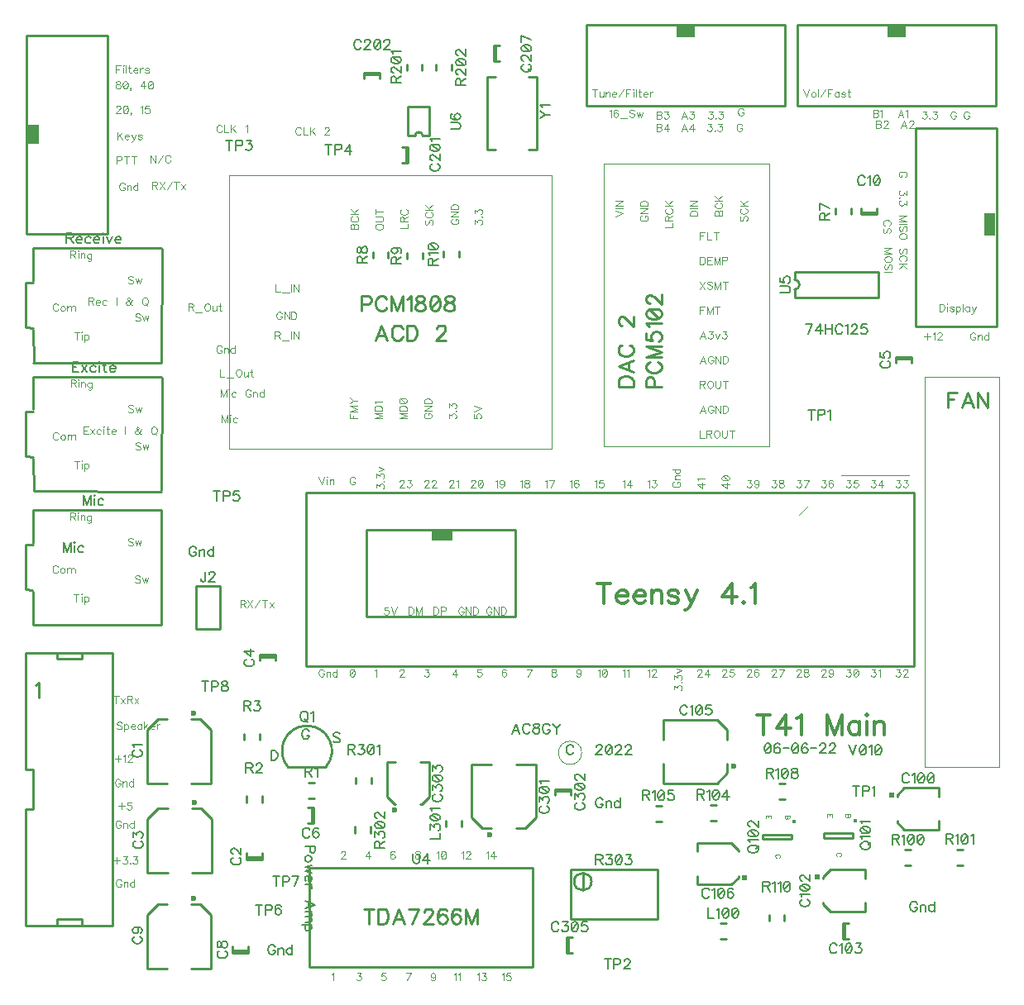
<source format=gbr>
G04 DipTrace 3.3.1.1*
G04 TopSilk.gbr*
%MOIN*%
G04 #@! TF.FileFunction,Legend,Top*
G04 #@! TF.Part,Single*
%ADD10C,0.009843*%
%ADD12C,0.003*%
%ADD19C,0.01*%
%ADD22C,0.001312*%
%ADD23C,0.02362*%
%ADD27C,0.023676*%
%ADD29C,0.023606*%
%ADD31C,0.023616*%
%ADD41C,0.015404*%
%ADD46C,0.015475*%
%ADD91C,0.006176*%
%ADD92C,0.004632*%
%ADD93C,0.012351*%
%ADD94C,0.009264*%
%ADD95C,0.003088*%
%FSLAX26Y26*%
G04*
G70*
G90*
G75*
G01*
G04 TopSilk*
%LPD*%
X1152257Y1262691D2*
D10*
X1071550Y1262658D1*
X1152257Y1262691D2*
Y1479196D1*
X1108941Y1522491D2*
X1152257Y1479196D1*
X1108941Y1522491D2*
X1071550D1*
X973122Y1262658D2*
X892415Y1262691D1*
Y1479196D1*
X935730Y1522491D2*
X892415Y1479196D1*
X973122Y1522491D2*
X935730D1*
D23*
X1079410Y1546146D3*
X1357385Y966345D2*
D10*
X1294455D1*
X1357385Y958896D2*
X1294455D1*
X1357385D2*
Y982455D1*
X1294455Y958896D2*
Y982455D1*
X1155194Y903716D2*
X1074487Y903683D1*
X1155194Y903716D2*
Y1120221D1*
X1111878Y1163516D2*
X1155194Y1120221D1*
X1111878Y1163516D2*
X1074487D1*
X976059Y903683D2*
X895352Y903716D1*
Y1120221D1*
X938667Y1163516D2*
X895352Y1120221D1*
X976059Y1163516D2*
X938667D1*
D23*
X1082347Y1187171D3*
X1346929Y1775445D2*
D10*
X1409858D1*
X1346929Y1782894D2*
X1409858D1*
X1346929D2*
Y1759335D1*
X1409858Y1782894D2*
Y1759335D1*
X3910663Y2977409D2*
X3973592D1*
X3910663Y2984858D2*
X3973592D1*
X3910663D2*
Y2961299D1*
X3973592Y2984858D2*
Y2961299D1*
X1557202Y1166133D2*
Y1103203D1*
X1564651Y1166133D2*
Y1103203D1*
Y1166133D2*
X1541092D1*
X1564651Y1103203D2*
X1541092D1*
X1301387Y589689D2*
X1238458D1*
X1301387Y582240D2*
X1238458D1*
X1301387D2*
Y605799D1*
X1238458Y582240D2*
Y605799D1*
X1152257Y518304D2*
X1071550Y518271D1*
X1152257Y518304D2*
Y734809D1*
X1108941Y778104D2*
X1152257Y734809D1*
X1108941Y778104D2*
X1071550D1*
X973122Y518271D2*
X892415Y518304D1*
Y734809D1*
X935730Y778104D2*
X892415Y734809D1*
X973122Y778104D2*
X935730D1*
D23*
X1079410Y801758D3*
X3834171Y3567165D2*
D10*
X3771241D1*
X3834171Y3559717D2*
X3771241D1*
X3834171D2*
Y3583276D1*
X3771241Y3559717D2*
Y3583276D1*
X4085071Y1247438D2*
X4085095Y1212006D1*
X4085071Y1247438D2*
X3945373D1*
X3915814Y1217914D2*
X3945373Y1247438D1*
X3915814Y1217914D2*
X3915790Y1212006D1*
X4085095Y1113580D2*
X4085071Y1078147D1*
X3945373D1*
X3915814Y1107671D2*
X3945373Y1078147D1*
X3915790Y1113580D2*
X3915814Y1107671D1*
D27*
X3894162Y1217922D3*
X3786287Y916864D2*
D10*
X3786311Y881431D1*
X3786287Y916864D2*
X3646590D1*
X3617030Y887339D2*
X3646590Y916864D1*
X3617030Y887339D2*
X3617006Y881431D1*
X3786311Y783005D2*
X3786287Y747572D1*
X3646590D1*
X3617030Y777097D2*
X3646590Y747572D1*
X3617006Y783005D2*
X3617030Y777097D1*
D27*
X3595379Y887348D3*
X3704346Y636992D2*
D10*
Y699921D1*
X3696898Y636992D2*
Y699921D1*
Y636992D2*
X3720457D1*
X3696898Y699921D2*
X3720457D1*
X2972520Y1262592D2*
X2972488Y1343299D1*
X2972520Y1262592D2*
X3189025D1*
X3232320Y1305908D2*
X3189025Y1262592D1*
X3232320Y1305908D2*
Y1343299D1*
X2972488Y1441727D2*
X2972520Y1522434D1*
X3189025D1*
X3232320Y1479119D2*
X3189025Y1522434D1*
X3232320Y1441727D2*
Y1479119D1*
D29*
X3255975Y1335439D3*
X3109280Y855843D2*
D10*
X3109256Y891275D1*
X3109280Y855843D2*
X3248977D1*
X3278537Y885367D2*
X3248977Y855843D1*
X3278537Y885367D2*
X3278560Y891275D1*
X3109256Y989701D2*
X3109280Y1025134D1*
X3248977D1*
X3278537Y995609D2*
X3248977Y1025134D1*
X3278560Y989701D2*
X3278537Y995609D1*
D27*
X3300188Y885358D3*
X1937442Y3831042D2*
D10*
Y3768113D1*
X1944891Y3831042D2*
Y3768113D1*
Y3831042D2*
X1921332D1*
X1944891Y3768113D2*
X1921332D1*
X1768958Y4123732D2*
X1831887D1*
X1768958Y4131181D2*
X1831887D1*
X1768958D2*
Y4107622D1*
X1831887Y4131181D2*
Y4107622D1*
X2296979Y4177346D2*
Y4240276D1*
X2289530Y4177346D2*
Y4240276D1*
Y4177346D2*
X2313089D1*
X2289530Y4240276D2*
X2313089D1*
X2200205Y1342332D2*
X2280912Y1342364D1*
X2200205Y1342332D2*
Y1125826D1*
X2243520Y1082532D2*
X2200205Y1125826D1*
X2243520Y1082532D2*
X2280912D1*
X2379340Y1342364D2*
X2460047Y1342332D1*
Y1125826D1*
X2416731Y1082532D2*
X2460047Y1125826D1*
X2379340Y1082532D2*
X2416731D1*
D23*
X2273052Y1058877D3*
X2536171Y1234808D2*
D10*
X2599100D1*
X2536171Y1242257D2*
X2599100D1*
X2536171D2*
Y1218698D1*
X2599100Y1242257D2*
Y1218698D1*
X1860012Y1349626D2*
X1895444Y1349650D1*
X1860012Y1349626D2*
Y1209928D1*
X1889536Y1180369D2*
X1860012Y1209928D1*
X1889536Y1180369D2*
X1895444Y1180345D1*
X1993870Y1349650D2*
X2029303Y1349626D1*
Y1209928D1*
X1999779Y1180369D2*
X2029303Y1209928D1*
X1993870Y1180345D2*
X1999779Y1180369D1*
D31*
X1889528Y1158717D3*
X2592163Y581833D2*
D10*
Y644762D1*
X2584714Y581833D2*
Y644762D1*
Y581833D2*
X2608273D1*
X2584714Y644762D2*
X2608273D1*
X406752Y2583120D2*
X433212Y2581313D1*
X405437Y2761005D2*
Y2584416D1*
X952124Y2441960D2*
X436116Y2442933D1*
X433979Y2899895D2*
X435294Y2772675D1*
X951740Y2905082D2*
X435294Y2903785D1*
X436609Y2445526D2*
X435294Y2574042D1*
X953274Y2899895D2*
X952124Y2445850D1*
X405437Y2764895D2*
X435294Y2763598D1*
X1091659Y2059291D2*
X1186147D1*
Y1886063D1*
X1091659D1*
Y2059291D1*
X3227080Y699911D2*
X3203521D1*
X3227080Y636982D2*
X3203521D1*
X2096949Y1113050D2*
Y1089491D1*
X2159878Y1113050D2*
Y1089491D1*
X405177Y2045890D2*
X431638Y2044084D1*
X403862Y2223775D2*
Y2047187D1*
X950549Y1904730D2*
X434541Y1905703D1*
X432405Y2362665D2*
X433719Y2235446D1*
X950166Y2367852D2*
X433719Y2366556D1*
X435034Y1908296D2*
X433719Y2036813D1*
X951699Y2362665D2*
X950549Y1908621D1*
X403862Y2227665D2*
X433719Y2226369D1*
X1461937Y1329767D2*
G02X1613178Y1329767I75620J66569D01*
G01*
X1461937D1*
D41*
X3746324Y1114747D3*
X3737123Y1064604D2*
D10*
X3619018D1*
Y1044908D1*
X3737123D1*
Y1064604D1*
D41*
X3501450Y1109116D3*
X3492249Y1058973D2*
D10*
X3374144D1*
Y1039277D1*
X3492249D1*
Y1058973D1*
X1542948Y1205743D2*
X1566507D1*
X1542948Y1268672D2*
X1566507D1*
X1293787Y1212567D2*
Y1189008D1*
X1356717Y1212567D2*
Y1189008D1*
X1285269Y1463774D2*
Y1440215D1*
X1348198Y1463774D2*
Y1440215D1*
X3730678Y3559681D2*
Y3583240D1*
X3667749Y3559681D2*
Y3583240D1*
X1865493Y3384543D2*
Y3408102D1*
X1802564Y3384543D2*
Y3408102D1*
X2004173Y3381854D2*
Y3405413D1*
X1941244Y3381854D2*
Y3405413D1*
X2151912Y3387192D2*
Y3410751D1*
X2088983Y3387192D2*
Y3410751D1*
X3972115Y995816D2*
X3948556D1*
X3972115Y932887D2*
X3948556D1*
X4156512Y934937D2*
X4180071D1*
X4156512Y997866D2*
X4180071D1*
X3163853Y1113667D2*
X3187412D1*
X3163853Y1176596D2*
X3187412D1*
X2942564Y1110881D2*
X2966123D1*
X2942564Y1173810D2*
X2966123D1*
X3440978Y1199967D2*
X3464537D1*
X3440978Y1262896D2*
X3464537D1*
X3462010Y711983D2*
Y735542D1*
X3399081Y711983D2*
Y735542D1*
X1939136Y4165472D2*
Y4141913D1*
X2002066Y4165472D2*
Y4141913D1*
X2057247Y4165472D2*
Y4141913D1*
X2120176Y4165472D2*
Y4141913D1*
X1735403Y1287655D2*
Y1264096D1*
X1798332Y1287655D2*
Y1264096D1*
X1730572Y1089213D2*
Y1065654D1*
X1793501Y1089213D2*
Y1065654D1*
X2649387Y833232D2*
Y903232D1*
X2599337Y718232D2*
Y918232D1*
X2949337D2*
X2599337D1*
X2949337Y718232D2*
Y918232D1*
Y718232D2*
X2599337D1*
X2614387Y868232D2*
G02X2614387Y868232I35000J0D01*
G01*
X406035Y3102503D2*
X432496Y3100697D1*
X404720Y3280388D2*
Y3103800D1*
X951407Y2961343D2*
X435399Y2962316D1*
X433263Y3419278D2*
X434578Y3292059D1*
X951024Y3424465D2*
X434578Y3423168D1*
X435892Y2964909D2*
X434578Y3093426D1*
X952558Y3419278D2*
X951407Y2965233D1*
X404720Y3284278D2*
X434578Y3282981D1*
X1548840Y923143D2*
X2448840D1*
Y523143D1*
X1548840D1*
Y923143D1*
X3503184Y3225038D2*
X3841777D1*
X3503184Y3327414D2*
X3841777D1*
Y3225038D2*
Y3327414D1*
X3503184Y3225038D2*
Y3256531D1*
Y3295920D2*
Y3327414D1*
Y3256531D2*
G03X3503184Y3295920I12J19694D01*
G01*
X2032173Y3876016D2*
Y3994133D1*
X1945538D2*
Y3876016D1*
Y3994133D2*
X2032173D1*
Y3876016D2*
X2004612D1*
X1973100D2*
X1945538D1*
X2004612D2*
G03X1973100Y3876016I-15756J-11D01*
G01*
D46*
X2433195Y4139402D3*
X2464696Y4114278D2*
D10*
Y3819114D1*
X2431138D2*
X2464696D1*
X2431138Y4114278D2*
X2464696D1*
X2263989D2*
Y3819114D1*
X2297326D1*
X2263989Y4114278D2*
X2297326D1*
X4028598Y2905587D2*
D22*
X4328433D1*
Y1330783D1*
X4028598D1*
Y2905587D1*
X3520282Y2346039D2*
D12*
X3557782Y2383539D1*
X3689033Y2508525D2*
X3964033D1*
X1532782Y2435963D2*
D10*
X3982782D1*
Y1735951D1*
X1532782D1*
Y2435963D1*
G36*
X4272453Y3550113D2*
X4309949D1*
Y3475121D1*
X4272453D1*
Y3550113D1*
G37*
X2551143Y1387973D2*
D12*
G02X2551143Y1387973I46869J0D01*
G01*
X3991198Y3907293D2*
D19*
X4316198D1*
Y3107293D1*
X3991198D1*
Y3907293D1*
G36*
X4272450Y3537331D2*
X4297450D1*
Y3487329D1*
X4272450D1*
Y3537331D1*
G37*
X3512701Y4322690D2*
D19*
X4312699D1*
Y3997690D1*
X3512701D1*
Y4322690D1*
G36*
X4266203Y3562612D2*
X4309949D1*
Y3475121D1*
X4266203D1*
Y3562612D1*
G37*
G36*
X3876268Y4322690D2*
X3951261D1*
Y4272696D1*
X3876268D1*
Y4322690D1*
G37*
X2732916Y3764675D2*
D22*
X3402207D1*
Y2622942D1*
X2732916D1*
Y3764675D1*
X1224307Y3715948D2*
X2523520D1*
Y2613585D1*
X1224307D1*
Y3715948D1*
X1778598Y2288018D2*
D19*
X2378598D1*
Y1938018D1*
X1778598D1*
Y2288018D1*
G36*
X2041197Y2287738D2*
X2122438D1*
Y2243992D1*
X2041197D1*
Y2287738D1*
G37*
X2662701Y4322690D2*
D19*
X3462699D1*
Y3997690D1*
X2662701D1*
Y4322690D1*
G36*
X3026268D2*
X3101261D1*
Y4272696D1*
X3026268D1*
Y4322690D1*
G37*
X408434Y4281949D2*
D19*
X733434D1*
Y3481950D1*
X408434D1*
Y4281949D1*
G36*
Y3920510D2*
X458429D1*
Y3845517D1*
X408434D1*
Y3920510D1*
G37*
X529944Y1766089D2*
D10*
Y1791390D1*
X630043Y1766089D2*
X529944D1*
X630043D2*
Y1791390D1*
X529944Y691390D2*
Y716690D1*
X630043D2*
X529944D1*
X630043Y691390D2*
Y716690D1*
X754993Y691390D2*
X404993D1*
X754993Y1791390D2*
X404993D1*
X754993Y691390D2*
Y1791390D1*
X435093Y1321690D2*
X404993D1*
X435093Y1161089D2*
Y1321690D1*
Y1161089D2*
X404993D1*
Y691390D2*
Y1161089D1*
Y1321690D2*
Y1791390D1*
X843387Y1399414D2*
D91*
X839584Y1397513D1*
X835738Y1393666D1*
X833836Y1389864D1*
Y1382214D1*
X835738Y1378368D1*
X839584Y1374565D1*
X843387Y1372620D1*
X849135Y1370718D1*
X858730D1*
X864433Y1372620D1*
X868280Y1374565D1*
X872083Y1378368D1*
X874028Y1382214D1*
Y1389864D1*
X872083Y1393666D1*
X868280Y1397513D1*
X864434Y1399414D1*
X841530Y1411766D2*
X839584Y1415612D1*
X833881Y1421361D1*
X874028Y1421360D1*
X1241459Y965451D2*
X1237657Y963550D1*
X1233810Y959703D1*
X1231908Y955900D1*
Y948251D1*
X1233810Y944404D1*
X1237656Y940602D1*
X1241459Y938656D1*
X1247207Y936755D1*
X1256802D1*
X1262506Y938656D1*
X1266352Y940602D1*
X1270155Y944404D1*
X1272100Y948251D1*
Y955900D1*
X1270155Y959703D1*
X1266352Y963550D1*
X1262506Y965451D1*
X1241503Y979748D2*
X1239602D1*
X1235755Y981649D1*
X1233854Y983550D1*
X1231953Y987397D1*
Y995046D1*
X1233854Y998849D1*
X1235755Y1000750D1*
X1239602Y1002696D1*
X1243405D1*
X1247251Y1000750D1*
X1252955Y996948D1*
X1272100Y977802D1*
Y1004597D1*
X846324Y1031839D2*
X842521Y1029938D1*
X838675Y1026091D1*
X836773Y1022289D1*
Y1014639D1*
X838675Y1010793D1*
X842521Y1006990D1*
X846324Y1005045D1*
X852072Y1003143D1*
X861667D1*
X867370Y1005045D1*
X871217Y1006990D1*
X875020Y1010793D1*
X876965Y1014639D1*
Y1022289D1*
X875020Y1026091D1*
X871217Y1029938D1*
X867371Y1031839D1*
X836818Y1048037D2*
Y1069040D1*
X852116Y1057588D1*
Y1063336D1*
X854017Y1067139D1*
X855919Y1069040D1*
X861667Y1070985D1*
X865469D1*
X871217Y1069040D1*
X875064Y1065237D1*
X876965Y1059489D1*
Y1053741D1*
X875064Y1048037D1*
X873119Y1046136D1*
X869316Y1044191D1*
X1293933Y1764939D2*
X1290130Y1763037D1*
X1286283Y1759191D1*
X1284382Y1755388D1*
Y1747739D1*
X1286283Y1743892D1*
X1290130Y1740089D1*
X1293933Y1738144D1*
X1299681Y1736243D1*
X1309276D1*
X1314979Y1738144D1*
X1318826Y1740089D1*
X1322629Y1743892D1*
X1324574Y1747739D1*
Y1755388D1*
X1322629Y1759190D1*
X1318826Y1763037D1*
X1314979Y1764939D1*
X1324574Y1796435D2*
X1284426D1*
X1311177Y1777290D1*
Y1805986D1*
X3857666Y2967854D2*
X3853864Y2965953D1*
X3850017Y2962106D1*
X3848116Y2958303D1*
Y2950654D1*
X3850017Y2946807D1*
X3853864Y2943005D1*
X3857666Y2941059D1*
X3863414Y2939158D1*
X3873009D1*
X3878713Y2941059D1*
X3882560Y2943005D1*
X3886362Y2946807D1*
X3888308Y2950654D1*
Y2958303D1*
X3886362Y2962106D1*
X3882560Y2965952D1*
X3878713Y2967854D1*
X3848160Y3003153D2*
Y2984052D1*
X3865360Y2982151D1*
X3863459Y2984052D1*
X3861513Y2989800D1*
Y2995504D1*
X3863459Y3001252D1*
X3867261Y3005099D1*
X3873009Y3007000D1*
X3876812D1*
X3882560Y3005098D1*
X3886407Y3001252D1*
X3888308Y2995504D1*
Y2989800D1*
X3886407Y2984052D1*
X3884461Y2982151D1*
X3880659Y2980205D1*
X1548619Y1076117D2*
X1546718Y1079920D1*
X1542871Y1083767D1*
X1539068Y1085668D1*
X1531419D1*
X1527572Y1083767D1*
X1523770Y1079920D1*
X1521824Y1076117D1*
X1519923Y1070369D1*
Y1060775D1*
X1521824Y1055071D1*
X1523770Y1051224D1*
X1527572Y1047421D1*
X1531419Y1045476D1*
X1539068D1*
X1542871Y1047421D1*
X1546718Y1051224D1*
X1548619Y1055071D1*
X1583918Y1079920D2*
X1582017Y1083722D1*
X1576269Y1085624D1*
X1572467D1*
X1566719Y1083722D1*
X1562872Y1077974D1*
X1560970Y1068424D1*
Y1058873D1*
X1562872Y1051224D1*
X1566719Y1047377D1*
X1572467Y1045476D1*
X1574368D1*
X1580072Y1047377D1*
X1583918Y1051224D1*
X1585820Y1056972D1*
Y1058873D1*
X1583918Y1064621D1*
X1580072Y1068424D1*
X1574368Y1070325D1*
X1572467D1*
X1566719Y1068424D1*
X1562872Y1064621D1*
X1560970Y1058873D1*
X1185462Y588817D2*
X1181659Y586916D1*
X1177812Y583069D1*
X1175911Y579266D1*
Y571617D1*
X1177812Y567770D1*
X1181659Y563968D1*
X1185462Y562022D1*
X1191210Y560121D1*
X1200804D1*
X1206508Y562022D1*
X1210355Y563968D1*
X1214158Y567770D1*
X1216103Y571617D1*
Y579266D1*
X1214158Y583069D1*
X1210355Y586916D1*
X1206508Y588817D1*
X1175955Y610719D2*
X1177857Y605015D1*
X1181659Y603069D1*
X1185506D1*
X1189308Y605015D1*
X1191254Y608817D1*
X1193155Y616467D1*
X1195056Y622215D1*
X1198903Y626017D1*
X1202706Y627919D1*
X1208454D1*
X1212256Y626017D1*
X1214202Y624116D1*
X1216103Y618368D1*
Y610719D1*
X1214202Y605015D1*
X1212256Y603069D1*
X1208454Y601168D1*
X1202706D1*
X1198903Y603069D1*
X1195056Y606916D1*
X1193155Y612620D1*
X1191254Y620269D1*
X1189308Y624116D1*
X1185506Y626017D1*
X1181659D1*
X1177857Y624116D1*
X1175955Y618368D1*
Y610719D1*
X843387Y647378D2*
X839584Y645477D1*
X835738Y641630D1*
X833836Y637827D1*
Y630178D1*
X835738Y626331D1*
X839584Y622529D1*
X843387Y620583D1*
X849135Y618682D1*
X858730D1*
X864433Y620583D1*
X868280Y622529D1*
X872083Y626331D1*
X874028Y630178D1*
Y637827D1*
X872083Y641630D1*
X868280Y645477D1*
X864434Y647378D1*
X847234Y684623D2*
X852982Y682677D1*
X856828Y678875D1*
X858730Y673127D1*
Y671225D1*
X856828Y665477D1*
X852982Y661675D1*
X847234Y659729D1*
X845332D1*
X839584Y661675D1*
X835782Y665477D1*
X833881Y671225D1*
Y673127D1*
X835782Y678875D1*
X839584Y682677D1*
X847234Y684623D1*
X856828D1*
X866379Y682677D1*
X872127Y678875D1*
X874028Y673127D1*
Y669324D1*
X872127Y663576D1*
X868280Y661675D1*
X3786508Y3707138D2*
X3784607Y3710941D1*
X3780760Y3714787D1*
X3776957Y3716689D1*
X3769308D1*
X3765461Y3714787D1*
X3761659Y3710941D1*
X3759713Y3707138D1*
X3757812Y3701390D1*
Y3691795D1*
X3759713Y3686091D1*
X3761659Y3682245D1*
X3765461Y3678442D1*
X3769308Y3676497D1*
X3776957D1*
X3780760Y3678442D1*
X3784607Y3682245D1*
X3786508Y3686091D1*
X3798859Y3708995D2*
X3802706Y3710941D1*
X3808454Y3716644D1*
Y3676497D1*
X3832302Y3716644D2*
X3826553Y3714743D1*
X3822707Y3708995D1*
X3820805Y3699445D1*
Y3693697D1*
X3822707Y3684146D1*
X3826553Y3678398D1*
X3832302Y3676497D1*
X3836104D1*
X3841852Y3678398D1*
X3845655Y3684146D1*
X3847600Y3693697D1*
Y3699445D1*
X3845655Y3708995D1*
X3841852Y3714743D1*
X3836104Y3716644D1*
X3832302D1*
X3845655Y3708995D2*
X3822707Y3684146D1*
X3964671Y1296466D2*
X3962770Y1300269D1*
X3958923Y1304116D1*
X3955120Y1306017D1*
X3947471D1*
X3943624Y1304116D1*
X3939822Y1300269D1*
X3937876Y1296466D1*
X3935975Y1290718D1*
Y1281123D1*
X3937876Y1275420D1*
X3939822Y1271573D1*
X3943624Y1267770D1*
X3947471Y1265825D1*
X3955120D1*
X3958923Y1267770D1*
X3962770Y1271573D1*
X3964671Y1275420D1*
X3977022Y1298323D2*
X3980869Y1300269D1*
X3986617Y1305973D1*
Y1265825D1*
X4010465Y1305973D2*
X4004717Y1304071D1*
X4000870Y1298323D1*
X3998969Y1288773D1*
Y1283025D1*
X4000870Y1273474D1*
X4004717Y1267726D1*
X4010465Y1265825D1*
X4014267D1*
X4020015Y1267726D1*
X4023818Y1273474D1*
X4025763Y1283025D1*
Y1288773D1*
X4023818Y1298323D1*
X4020015Y1304071D1*
X4014267Y1305973D1*
X4010465D1*
X4023818Y1298323D2*
X4000870Y1273474D1*
X4049611Y1305973D2*
X4043863Y1304071D1*
X4040016Y1298323D1*
X4038115Y1288773D1*
Y1283025D1*
X4040016Y1273474D1*
X4043863Y1267726D1*
X4049611Y1265825D1*
X4053413D1*
X4059161Y1267726D1*
X4062964Y1273474D1*
X4064909Y1283025D1*
Y1288773D1*
X4062964Y1298323D1*
X4059161Y1304071D1*
X4053413Y1305973D1*
X4049611D1*
X4062964Y1298323D2*
X4040016Y1273474D1*
X3533536Y796447D2*
X3529734Y794545D1*
X3525887Y790699D1*
X3523986Y786896D1*
Y779247D1*
X3525887Y775400D1*
X3529734Y771598D1*
X3533536Y769652D1*
X3539284Y767751D1*
X3548879D1*
X3554583Y769652D1*
X3558430Y771598D1*
X3562232Y775400D1*
X3564178Y779247D1*
Y786896D1*
X3562232Y790699D1*
X3558430Y794545D1*
X3554583Y796447D1*
X3531679Y808798D2*
X3529734Y812645D1*
X3524030Y818393D1*
X3564178D1*
X3524030Y842240D2*
X3525931Y836492D1*
X3531679Y832646D1*
X3541230Y830744D1*
X3546978D1*
X3556529Y832646D1*
X3562277Y836492D1*
X3564178Y842240D1*
Y846043D1*
X3562277Y851791D1*
X3556529Y855593D1*
X3546978Y857539D1*
X3541230D1*
X3531679Y855593D1*
X3525931Y851791D1*
X3524030Y846043D1*
Y842240D1*
X3531679Y855593D2*
X3556529Y832646D1*
X3533581Y871836D2*
X3531679D1*
X3527833Y873737D1*
X3525931Y875638D1*
X3524030Y879485D1*
Y887134D1*
X3525931Y890937D1*
X3527833Y892838D1*
X3531679Y894784D1*
X3535482D1*
X3539329Y892838D1*
X3545033Y889036D1*
X3564178Y869890D1*
Y896685D1*
X3672906Y609906D2*
X3671005Y613709D1*
X3667158Y617555D1*
X3663355Y619457D1*
X3655706D1*
X3651859Y617555D1*
X3648057Y613709D1*
X3646111Y609906D1*
X3644210Y604158D1*
Y594563D1*
X3646111Y588859D1*
X3648057Y585013D1*
X3651859Y581210D1*
X3655706Y579265D1*
X3663355D1*
X3667158Y581210D1*
X3671005Y585013D1*
X3672906Y588859D1*
X3685257Y611763D2*
X3689104Y613709D1*
X3694852Y619412D1*
Y579265D1*
X3718700Y619412D2*
X3712952Y617511D1*
X3709105Y611763D1*
X3707204Y602213D1*
Y596465D1*
X3709105Y586914D1*
X3712952Y581166D1*
X3718700Y579265D1*
X3722502D1*
X3728250Y581166D1*
X3732053Y586914D1*
X3733998Y596465D1*
Y602213D1*
X3732053Y611763D1*
X3728250Y617511D1*
X3722502Y619412D1*
X3718700D1*
X3732053Y611763D2*
X3709105Y586914D1*
X3750196Y619412D2*
X3771199D1*
X3759747Y604114D1*
X3765495D1*
X3769298Y602213D1*
X3771199Y600311D1*
X3773144Y594563D1*
Y590761D1*
X3771199Y585013D1*
X3767396Y581166D1*
X3761648Y579265D1*
X3755900D1*
X3750196Y581166D1*
X3748295Y583111D1*
X3746350Y586914D1*
X3070098Y1571462D2*
X3068196Y1575265D1*
X3064350Y1579112D1*
X3060547Y1581013D1*
X3052898D1*
X3049051Y1579112D1*
X3045248Y1575265D1*
X3043303Y1571462D1*
X3041402Y1565714D1*
Y1556119D1*
X3043303Y1550416D1*
X3045248Y1546569D1*
X3049051Y1542766D1*
X3052898Y1540821D1*
X3060547D1*
X3064350Y1542766D1*
X3068196Y1546569D1*
X3070098Y1550416D1*
X3082449Y1573319D2*
X3086296Y1575265D1*
X3092044Y1580969D1*
Y1540821D1*
X3115891Y1580969D2*
X3110143Y1579067D1*
X3106296Y1573319D1*
X3104395Y1563769D1*
Y1558021D1*
X3106296Y1548470D1*
X3110143Y1542722D1*
X3115891Y1540821D1*
X3119694D1*
X3125442Y1542722D1*
X3129244Y1548470D1*
X3131190Y1558021D1*
Y1563769D1*
X3129244Y1573319D1*
X3125442Y1579067D1*
X3119694Y1580969D1*
X3115891D1*
X3129244Y1573319D2*
X3106296Y1548470D1*
X3166489Y1580969D2*
X3147388D1*
X3145487Y1563769D1*
X3147388Y1565670D1*
X3153136Y1567616D1*
X3158840D1*
X3164588Y1565670D1*
X3168435Y1561867D1*
X3170336Y1556119D1*
Y1552317D1*
X3168435Y1546569D1*
X3164588Y1542722D1*
X3158840Y1540821D1*
X3153136D1*
X3147388Y1542722D1*
X3145487Y1544668D1*
X3143541Y1548470D1*
X3159110Y832725D2*
X3157208Y836528D1*
X3153362Y840374D1*
X3149559Y842276D1*
X3141910D1*
X3138063Y840374D1*
X3134261Y836528D1*
X3132315Y832725D1*
X3130414Y826977D1*
Y817382D1*
X3132315Y811678D1*
X3134261Y807832D1*
X3138063Y804029D1*
X3141910Y802084D1*
X3149559D1*
X3153362Y804029D1*
X3157208Y807832D1*
X3159110Y811678D1*
X3171461Y834582D2*
X3175308Y836528D1*
X3181056Y842231D1*
Y802084D1*
X3204903Y842231D2*
X3199155Y840330D1*
X3195309Y834582D1*
X3193407Y825031D1*
Y819283D1*
X3195309Y809733D1*
X3199155Y803985D1*
X3204903Y802084D1*
X3208706D1*
X3214454Y803985D1*
X3218256Y809733D1*
X3220202Y819283D1*
Y825031D1*
X3218256Y834582D1*
X3214454Y840330D1*
X3208706Y842231D1*
X3204903D1*
X3218256Y834582D2*
X3195309Y809733D1*
X3255501Y836528D2*
X3253600Y840330D1*
X3247852Y842231D1*
X3244049D1*
X3238301Y840330D1*
X3234455Y834582D1*
X3232553Y825031D1*
Y815481D1*
X3234455Y807832D1*
X3238301Y803985D1*
X3244049Y802084D1*
X3245951D1*
X3251654Y803985D1*
X3255501Y807832D1*
X3257403Y813580D1*
Y815481D1*
X3255501Y821229D1*
X3251654Y825031D1*
X3245951Y826933D1*
X3244049D1*
X3238301Y825031D1*
X3234455Y821229D1*
X3232553Y815481D1*
X2042843Y3763806D2*
X2039041Y3761905D1*
X2035194Y3758058D1*
X2033293Y3754256D1*
Y3746606D1*
X2035194Y3742760D1*
X2039041Y3738957D1*
X2042843Y3737012D1*
X2048591Y3735110D1*
X2058186D1*
X2063890Y3737012D1*
X2067737Y3738957D1*
X2071539Y3742760D1*
X2073485Y3746606D1*
Y3754256D1*
X2071539Y3758058D1*
X2067737Y3761905D1*
X2063890Y3763806D1*
X2042888Y3778103D2*
X2040986D1*
X2037139Y3780004D1*
X2035238Y3781906D1*
X2033337Y3785752D1*
Y3793402D1*
X2035238Y3797204D1*
X2037139Y3799106D1*
X2040986Y3801051D1*
X2044789D1*
X2048636Y3799106D1*
X2054339Y3795303D1*
X2073485Y3776158D1*
Y3802952D1*
X2033337Y3826800D2*
X2035238Y3821052D1*
X2040986Y3817205D1*
X2050537Y3815304D1*
X2056285D1*
X2065835Y3817205D1*
X2071583Y3821052D1*
X2073485Y3826800D1*
Y3830602D1*
X2071583Y3836350D1*
X2065835Y3840153D1*
X2056285Y3842098D1*
X2050537D1*
X2040986Y3840153D1*
X2035238Y3836350D1*
X2033337Y3830602D1*
Y3826800D1*
X2040986Y3840153D2*
X2065835Y3817205D1*
X2040986Y3854450D2*
X2039041Y3858297D1*
X2033337Y3864045D1*
X2073485D1*
X1756051Y4255044D2*
X1754150Y4258846D1*
X1750303Y4262693D1*
X1746501Y4264594D1*
X1738852D1*
X1735005Y4262693D1*
X1731202Y4258846D1*
X1729257Y4255044D1*
X1727356Y4249296D1*
Y4239701D1*
X1729257Y4233997D1*
X1731202Y4230150D1*
X1735005Y4226348D1*
X1738852Y4224402D1*
X1746501D1*
X1750303Y4226348D1*
X1754150Y4230150D1*
X1756051Y4233997D1*
X1770348Y4254999D2*
Y4256901D1*
X1772250Y4260747D1*
X1774151Y4262649D1*
X1777998Y4264550D1*
X1785647D1*
X1789449Y4262649D1*
X1791351Y4260747D1*
X1793296Y4256901D1*
Y4253098D1*
X1791351Y4249251D1*
X1787548Y4243548D1*
X1768403Y4224402D1*
X1795198D1*
X1819045Y4264550D2*
X1813297Y4262649D1*
X1809450Y4256901D1*
X1807549Y4247350D1*
Y4241602D1*
X1809450Y4232052D1*
X1813297Y4226303D1*
X1819045Y4224402D1*
X1822848D1*
X1828596Y4226303D1*
X1832398Y4232052D1*
X1834344Y4241602D1*
Y4247350D1*
X1832398Y4256901D1*
X1828596Y4262649D1*
X1822848Y4264550D1*
X1819045D1*
X1832398Y4256901D2*
X1809450Y4232052D1*
X1848640Y4254999D2*
Y4256901D1*
X1850542Y4260747D1*
X1852443Y4262649D1*
X1856290Y4264550D1*
X1863939D1*
X1867742Y4262649D1*
X1869643Y4260747D1*
X1871588Y4256901D1*
Y4253098D1*
X1869643Y4249251D1*
X1865840Y4243548D1*
X1846695Y4224402D1*
X1873490D1*
X2411041Y4164440D2*
X2407239Y4162539D1*
X2403392Y4158692D1*
X2401491Y4154889D1*
Y4147240D1*
X2403392Y4143393D1*
X2407239Y4139591D1*
X2411041Y4137645D1*
X2416789Y4135744D1*
X2426384D1*
X2432088Y4137645D1*
X2435935Y4139591D1*
X2439737Y4143393D1*
X2441683Y4147240D1*
Y4154889D1*
X2439737Y4158692D1*
X2435935Y4162539D1*
X2432088Y4164440D1*
X2411086Y4178737D2*
X2409184D1*
X2405338Y4180638D1*
X2403436Y4182539D1*
X2401535Y4186386D1*
Y4194035D1*
X2403436Y4197838D1*
X2405338Y4199739D1*
X2409184Y4201685D1*
X2412987D1*
X2416834Y4199739D1*
X2422538Y4195937D1*
X2441683Y4176791D1*
Y4203586D1*
X2401535Y4227433D2*
X2403436Y4221685D1*
X2409184Y4217839D1*
X2418735Y4215937D1*
X2424483D1*
X2434034Y4217839D1*
X2439782Y4221685D1*
X2441683Y4227433D1*
Y4231236D1*
X2439782Y4236984D1*
X2434034Y4240787D1*
X2424483Y4242732D1*
X2418735D1*
X2409184Y4240787D1*
X2403436Y4236984D1*
X2401535Y4231236D1*
Y4227433D1*
X2409184Y4240787D2*
X2434034Y4217839D1*
X2441683Y4262733D2*
X2401535Y4281878D1*
Y4255083D1*
X2483165Y1173212D2*
X2479362Y1171311D1*
X2475516Y1167464D1*
X2473614Y1163661D1*
Y1156012D1*
X2475515Y1152165D1*
X2479362Y1148363D1*
X2483165Y1146417D1*
X2488913Y1144516D1*
X2498508D1*
X2504211Y1146417D1*
X2508058Y1148363D1*
X2511861Y1152165D1*
X2513806Y1156012D1*
Y1163661D1*
X2511861Y1167464D1*
X2508058Y1171311D1*
X2504211Y1173212D1*
X2473658Y1189410D2*
Y1210412D1*
X2488957Y1198961D1*
Y1204709D1*
X2490858Y1208511D1*
X2492760Y1210412D1*
X2498508Y1212358D1*
X2502310D1*
X2508058Y1210412D1*
X2511905Y1206610D1*
X2513806Y1200862D1*
Y1195114D1*
X2511905Y1189410D1*
X2509959Y1187509D1*
X2506157Y1185563D1*
X2473658Y1236205D2*
X2475560Y1230457D1*
X2481308Y1226611D1*
X2490858Y1224709D1*
X2496606D1*
X2506157Y1226610D1*
X2511905Y1230457D1*
X2513806Y1236205D1*
Y1240008D1*
X2511905Y1245756D1*
X2506157Y1249558D1*
X2496606Y1251504D1*
X2490858D1*
X2481308Y1249558D1*
X2475560Y1245756D1*
X2473658Y1240008D1*
Y1236205D1*
X2481308Y1249558D2*
X2506157Y1226610D1*
X2481308Y1263855D2*
X2479362Y1267702D1*
X2473658Y1273450D1*
X2513806D1*
X2626186Y1186107D2*
X2622383Y1184205D1*
X2618537Y1180359D1*
X2616635Y1176556D1*
Y1168907D1*
X2618536Y1165060D1*
X2622383Y1161258D1*
X2626186Y1159312D1*
X2631934Y1157411D1*
X2641529D1*
X2647232Y1159312D1*
X2651079Y1161258D1*
X2654882Y1165060D1*
X2656827Y1168907D1*
Y1176556D1*
X2654882Y1180359D1*
X2651079Y1184205D1*
X2647232Y1186107D1*
X2616679Y1202305D2*
Y1223307D1*
X2631978Y1211855D1*
Y1217603D1*
X2633879Y1221406D1*
X2635781Y1223307D1*
X2641529Y1225253D1*
X2645331D1*
X2651079Y1223307D1*
X2654926Y1219505D1*
X2656827Y1213757D1*
Y1208009D1*
X2654926Y1202305D1*
X2652980Y1200403D1*
X2649178Y1198458D1*
X2616679Y1249100D2*
X2618581Y1243352D1*
X2624329Y1239505D1*
X2633879Y1237604D1*
X2639627D1*
X2649178Y1239505D1*
X2654926Y1243352D1*
X2656827Y1249100D1*
Y1252903D1*
X2654926Y1258651D1*
X2649178Y1262453D1*
X2639627Y1264399D1*
X2633879D1*
X2624329Y1262453D1*
X2618581Y1258651D1*
X2616679Y1252903D1*
Y1249100D1*
X2624329Y1262453D2*
X2649178Y1239505D1*
X2626230Y1278696D2*
X2624329D1*
X2620482Y1280597D1*
X2618581Y1282498D1*
X2616679Y1286345D1*
Y1293994D1*
X2618581Y1297797D1*
X2620482Y1299698D1*
X2624329Y1301644D1*
X2628131D1*
X2631978Y1299698D1*
X2637682Y1295895D1*
X2656827Y1276750D1*
Y1303545D1*
X2052421Y1220626D2*
X2048618Y1218725D1*
X2044771Y1214878D1*
X2042870Y1211076D1*
Y1203426D1*
X2044771Y1199580D1*
X2048618Y1195777D1*
X2052421Y1193832D1*
X2058169Y1191930D1*
X2067764D1*
X2073467Y1193832D1*
X2077314Y1195777D1*
X2081117Y1199580D1*
X2083062Y1203426D1*
Y1211076D1*
X2081117Y1214878D1*
X2077314Y1218725D1*
X2073467Y1220626D1*
X2042914Y1236824D2*
Y1257827D1*
X2058213Y1246375D1*
Y1252123D1*
X2060114Y1255926D1*
X2062016Y1257827D1*
X2067764Y1259772D1*
X2071566D1*
X2077314Y1257827D1*
X2081161Y1254024D1*
X2083062Y1248276D1*
Y1242528D1*
X2081161Y1236824D1*
X2079215Y1234923D1*
X2075413Y1232978D1*
X2042914Y1283620D2*
X2044816Y1277872D1*
X2050564Y1274025D1*
X2060114Y1272124D1*
X2065862D1*
X2075413Y1274025D1*
X2081161Y1277872D1*
X2083062Y1283620D1*
Y1287422D1*
X2081161Y1293170D1*
X2075413Y1296973D1*
X2065862Y1298918D1*
X2060114D1*
X2050564Y1296973D1*
X2044816Y1293170D1*
X2042914Y1287422D1*
Y1283620D1*
X2050564Y1296973D2*
X2075413Y1274025D1*
X2042914Y1315117D2*
Y1336119D1*
X2058213Y1324667D1*
Y1330415D1*
X2060114Y1334218D1*
X2062016Y1336119D1*
X2067764Y1338064D1*
X2071566D1*
X2077314Y1336119D1*
X2081161Y1332316D1*
X2083062Y1326568D1*
Y1320820D1*
X2081161Y1315117D1*
X2079215Y1313215D1*
X2075413Y1311270D1*
X2552122Y697759D2*
X2550221Y701561D1*
X2546374Y705408D1*
X2542572Y707309D1*
X2534922D1*
X2531076Y705408D1*
X2527273Y701561D1*
X2525328Y697759D1*
X2523426Y692011D1*
Y682416D1*
X2525328Y676712D1*
X2527273Y672865D1*
X2531076Y669063D1*
X2534922Y667117D1*
X2542572D1*
X2546374Y669063D1*
X2550221Y672865D1*
X2552122Y676712D1*
X2568320Y707265D2*
X2589323D1*
X2577871Y691967D1*
X2583619D1*
X2587422Y690065D1*
X2589323Y688164D1*
X2591268Y682416D1*
Y678613D1*
X2589323Y672865D1*
X2585520Y669019D1*
X2579772Y667117D1*
X2574024D1*
X2568320Y669019D1*
X2566419Y670964D1*
X2564474Y674767D1*
X2615116Y707265D2*
X2609368Y705364D1*
X2605521Y699616D1*
X2603620Y690065D1*
Y684317D1*
X2605521Y674767D1*
X2609368Y669019D1*
X2615116Y667117D1*
X2618918D1*
X2624666Y669019D1*
X2628469Y674767D1*
X2630414Y684317D1*
Y690065D1*
X2628469Y699616D1*
X2624666Y705364D1*
X2618918Y707265D1*
X2615116D1*
X2628469Y699616D2*
X2605521Y674767D1*
X2665714Y707265D2*
X2646613D1*
X2644711Y690065D1*
X2646613Y691967D1*
X2652361Y693912D1*
X2658064D1*
X2663812Y691967D1*
X2667659Y688164D1*
X2669561Y682416D1*
Y678613D1*
X2667659Y672865D1*
X2663812Y669019D1*
X2658064Y667117D1*
X2652361D1*
X2646613Y669019D1*
X2644711Y670964D1*
X2642766Y674767D1*
X617836Y2963660D2*
X592987D1*
Y2923468D1*
X617836D1*
X592987Y2944515D2*
X608285D1*
X630187Y2950263D2*
X651234Y2923468D1*
Y2950263D2*
X630187Y2923468D1*
X686577Y2944515D2*
X682731Y2948362D1*
X678884Y2950263D1*
X673180D1*
X669333Y2948362D1*
X665531Y2944515D1*
X663585Y2938767D1*
Y2934965D1*
X665531Y2929217D1*
X669333Y2925414D1*
X673180Y2923468D1*
X678884D1*
X682731Y2925414D1*
X686577Y2929217D1*
X698929Y2963660D2*
X700830Y2961759D1*
X702775Y2963660D1*
X700830Y2965606D1*
X698929Y2963660D1*
X700830Y2950263D2*
Y2923468D1*
X720875Y2963660D2*
Y2931118D1*
X722776Y2925414D1*
X726623Y2923468D1*
X730425D1*
X715127Y2950263D2*
X728524D1*
X742777Y2938767D2*
X765725D1*
Y2942614D1*
X763823Y2946461D1*
X761922Y2948362D1*
X758075Y2950263D1*
X752327D1*
X748525Y2948362D1*
X744678Y2944515D1*
X742777Y2938767D1*
Y2934965D1*
X744678Y2929217D1*
X748525Y2925414D1*
X752327Y2923468D1*
X758075D1*
X761922Y2925414D1*
X765725Y2929217D1*
X1128903Y2117870D2*
Y2087273D1*
X1127001Y2081525D1*
X1125056Y2079623D1*
X1121253Y2077678D1*
X1117406D1*
X1113604Y2079623D1*
X1111703Y2081525D1*
X1109757Y2087273D1*
Y2091075D1*
X1143199Y2108275D2*
Y2110176D1*
X1145101Y2114023D1*
X1147002Y2115924D1*
X1150849Y2117826D1*
X1158498D1*
X1162301Y2115924D1*
X1164202Y2114023D1*
X1166147Y2110176D1*
Y2106374D1*
X1164202Y2102527D1*
X1160399Y2096823D1*
X1141254Y2077678D1*
X1168049D1*
X3153707Y762458D2*
Y722266D1*
X3176655D1*
X3189007Y754764D2*
X3192853Y756710D1*
X3198602Y762414D1*
Y722266D1*
X3222449Y762414D2*
X3216701Y760512D1*
X3212854Y754764D1*
X3210953Y745214D1*
Y739466D1*
X3212854Y729915D1*
X3216701Y724167D1*
X3222449Y722266D1*
X3226252D1*
X3232000Y724167D1*
X3235802Y729915D1*
X3237748Y739466D1*
Y745214D1*
X3235802Y754764D1*
X3232000Y760512D1*
X3226252Y762414D1*
X3222449D1*
X3235802Y754764D2*
X3212854Y729915D1*
X3261595Y762414D2*
X3255847Y760512D1*
X3252000Y754764D1*
X3250099Y745214D1*
Y739466D1*
X3252000Y729915D1*
X3255847Y724167D1*
X3261595Y722266D1*
X3265398D1*
X3271146Y724167D1*
X3274948Y729915D1*
X3276894Y739466D1*
Y745214D1*
X3274948Y754764D1*
X3271146Y760512D1*
X3265398Y762414D1*
X3261595D1*
X3274948Y754764D2*
X3252000Y729915D1*
X2034402Y1039677D2*
X2074594D1*
Y1062625D1*
X2034446Y1078823D2*
Y1099826D1*
X2049745Y1088374D1*
Y1094122D1*
X2051646Y1097924D1*
X2053547Y1099826D1*
X2059295Y1101771D1*
X2063098D1*
X2068846Y1099826D1*
X2072693Y1096023D1*
X2074594Y1090275D1*
Y1084527D1*
X2072693Y1078823D1*
X2070747Y1076922D1*
X2066945Y1074977D1*
X2034446Y1125619D2*
X2036347Y1119871D1*
X2042095Y1116024D1*
X2051646Y1114123D1*
X2057394D1*
X2066945Y1116024D1*
X2072693Y1119871D1*
X2074594Y1125619D1*
Y1129421D1*
X2072693Y1135169D1*
X2066945Y1138972D1*
X2057394Y1140917D1*
X2051646D1*
X2042095Y1138972D1*
X2036347Y1135169D1*
X2034446Y1129421D1*
Y1125619D1*
X2042095Y1138972D2*
X2066945Y1116024D1*
X2042095Y1153269D2*
X2040150Y1157115D1*
X2034446Y1162863D1*
X2074594D1*
X667309Y2386239D2*
Y2426431D1*
X652010Y2386239D1*
X636711Y2426431D1*
Y2386239D1*
X679660Y2426431D2*
X681561Y2424530D1*
X683507Y2426431D1*
X681561Y2428376D1*
X679660Y2426431D1*
X681561Y2413033D2*
Y2386239D1*
X718850Y2407285D2*
X715004Y2411132D1*
X711157Y2413033D1*
X705453D1*
X701606Y2411132D1*
X697804Y2407285D1*
X695858Y2401537D1*
Y2397735D1*
X697804Y2391987D1*
X701606Y2388184D1*
X705453Y2386239D1*
X711157D1*
X715004Y2388184D1*
X718850Y2391987D1*
X1522760Y1555662D2*
X1518957Y1553805D1*
X1515111Y1549958D1*
X1513209Y1546111D1*
X1511264Y1540363D1*
Y1530813D1*
X1513209Y1525065D1*
X1515111Y1521262D1*
X1518957Y1517415D1*
X1522760Y1515514D1*
X1530409D1*
X1534256Y1517415D1*
X1538059Y1521262D1*
X1539960Y1525065D1*
X1541905Y1530813D1*
Y1540363D1*
X1539960Y1546111D1*
X1538059Y1549958D1*
X1534256Y1553805D1*
X1530409Y1555662D1*
X1522760D1*
X1528508Y1523163D2*
X1539960Y1511667D1*
X1554257Y1547968D2*
X1558104Y1549914D1*
X1563852Y1555618D1*
Y1515470D1*
X3767593Y1010072D2*
X3769450Y1006270D1*
X3773297Y1002423D1*
X3777144Y1000522D1*
X3782892Y998576D1*
X3792442D1*
X3798190Y1000522D1*
X3801993Y1002423D1*
X3805840Y1006270D1*
X3807741Y1010072D1*
Y1017721D1*
X3805840Y1021568D1*
X3801993Y1025371D1*
X3798190Y1027272D1*
X3792442Y1029218D1*
X3782892D1*
X3777144Y1027272D1*
X3773297Y1025371D1*
X3769450Y1021568D1*
X3767593Y1017722D1*
Y1010072D1*
X3800092Y1015820D2*
X3811588Y1027272D1*
X3775287Y1041569D2*
X3773341Y1045416D1*
X3767637Y1051164D1*
X3807785D1*
X3767637Y1075011D2*
X3769539Y1069263D1*
X3775287Y1065416D1*
X3784837Y1063515D1*
X3790585D1*
X3800136Y1065416D1*
X3805884Y1069263D1*
X3807785Y1075011D1*
Y1078814D1*
X3805884Y1084562D1*
X3800136Y1088364D1*
X3790585Y1090310D1*
X3784837D1*
X3775287Y1088364D1*
X3769539Y1084562D1*
X3767637Y1078814D1*
Y1075011D1*
X3775287Y1088364D2*
X3800136Y1065416D1*
X3775287Y1102661D2*
X3773341Y1106508D1*
X3767637Y1112256D1*
X3807785D1*
X3315566Y995841D2*
X3317423Y992039D1*
X3321270Y988192D1*
X3325116Y986291D1*
X3330865Y984345D1*
X3340415D1*
X3346163Y986291D1*
X3349966Y988192D1*
X3353812Y992039D1*
X3355714Y995841D1*
Y1003490D1*
X3353812Y1007337D1*
X3349966Y1011140D1*
X3346163Y1013041D1*
X3340415Y1014986D1*
X3330865D1*
X3325117Y1013041D1*
X3321270Y1011140D1*
X3317423Y1007337D1*
X3315566Y1003490D1*
Y995841D1*
X3348064Y1001589D2*
X3359560Y1013041D1*
X3323259Y1027338D2*
X3321314Y1031185D1*
X3315610Y1036933D1*
X3355758D1*
X3315610Y1060780D2*
X3317511Y1055032D1*
X3323259Y1051185D1*
X3332810Y1049284D1*
X3338558D1*
X3348109Y1051185D1*
X3353857Y1055032D1*
X3355758Y1060780D1*
Y1064583D1*
X3353857Y1070331D1*
X3348109Y1074133D1*
X3338558Y1076079D1*
X3332810D1*
X3323259Y1074133D1*
X3317511Y1070331D1*
X3315610Y1064583D1*
Y1060780D1*
X3323259Y1074133D2*
X3348109Y1051185D1*
X3325161Y1090375D2*
X3323259D1*
X3319413Y1092277D1*
X3317511Y1094178D1*
X3315610Y1098025D1*
Y1105674D1*
X3317511Y1109477D1*
X3319413Y1111378D1*
X3323259Y1113323D1*
X3327062D1*
X3330909Y1111378D1*
X3336613Y1107575D1*
X3355758Y1088430D1*
Y1115225D1*
X1530357Y1312074D2*
X1547556D1*
X1553305Y1314019D1*
X1555250Y1315920D1*
X1557151Y1319723D1*
Y1323570D1*
X1555250Y1327372D1*
X1553305Y1329318D1*
X1547556Y1331219D1*
X1530357D1*
Y1291027D1*
X1543754Y1312074D2*
X1557151Y1291027D1*
X1569503Y1323525D2*
X1573349Y1325471D1*
X1579097Y1331175D1*
Y1291027D1*
X1292282Y1326835D2*
X1309481D1*
X1315230Y1328780D1*
X1317175Y1330681D1*
X1319076Y1334484D1*
Y1338331D1*
X1317175Y1342133D1*
X1315230Y1344079D1*
X1309481Y1345980D1*
X1292282D1*
Y1305788D1*
X1305679Y1326835D2*
X1319076Y1305788D1*
X1333373Y1336385D2*
Y1338287D1*
X1335274Y1342133D1*
X1337176Y1344035D1*
X1341022Y1345936D1*
X1348672D1*
X1352474Y1344035D1*
X1354376Y1342133D1*
X1356321Y1338287D1*
Y1334484D1*
X1354376Y1330637D1*
X1350573Y1324933D1*
X1331428Y1305788D1*
X1358222D1*
X1283763Y1578042D2*
X1300963D1*
X1306711Y1579988D1*
X1308657Y1581889D1*
X1310558Y1585691D1*
Y1589538D1*
X1308657Y1593341D1*
X1306711Y1595286D1*
X1300963Y1597187D1*
X1283763D1*
Y1556995D1*
X1297161Y1578042D2*
X1310558Y1556995D1*
X1326756Y1597143D2*
X1347758D1*
X1336307Y1581845D1*
X1342055D1*
X1345857Y1579943D1*
X1347758Y1578042D1*
X1349704Y1572294D1*
Y1568491D1*
X1347758Y1562743D1*
X1343956Y1558897D1*
X1338208Y1556995D1*
X1332460D1*
X1326756Y1558897D1*
X1324855Y1560842D1*
X1322909Y1564645D1*
X3624348Y3538490D2*
Y3555690D1*
X3622402Y3561438D1*
X3620501Y3563384D1*
X3616699Y3565285D1*
X3612852D1*
X3609049Y3563384D1*
X3607104Y3561438D1*
X3605202Y3555690D1*
Y3538490D1*
X3645394D1*
X3624348Y3551888D2*
X3645394Y3565285D1*
Y3585286D2*
X3605247Y3604431D1*
Y3577636D1*
X1759163Y3363375D2*
Y3380575D1*
X1757217Y3386323D1*
X1755316Y3388268D1*
X1751513Y3390169D1*
X1747667D1*
X1743864Y3388268D1*
X1741919Y3386323D1*
X1740017Y3380575D1*
Y3363375D1*
X1780209D1*
X1759163Y3376772D2*
X1780209Y3390169D1*
X1740062Y3412071D2*
X1741963Y3406367D1*
X1745765Y3404422D1*
X1749612D1*
X1753415Y3406367D1*
X1755360Y3410170D1*
X1757261Y3417819D1*
X1759163Y3423567D1*
X1763010Y3427370D1*
X1766812Y3429271D1*
X1772560D1*
X1776363Y3427370D1*
X1778308Y3425469D1*
X1780209Y3419721D1*
Y3412071D1*
X1778308Y3406367D1*
X1776363Y3404422D1*
X1772560Y3402521D1*
X1766812D1*
X1763010Y3404422D1*
X1759163Y3408269D1*
X1757261Y3413973D1*
X1755360Y3421622D1*
X1753415Y3425469D1*
X1749612Y3427370D1*
X1745765D1*
X1741963Y3425469D1*
X1740062Y3419721D1*
Y3412071D1*
X1897842Y3361614D2*
X1897843Y3378814D1*
X1895897Y3384562D1*
X1893996Y3386508D1*
X1890193Y3388409D1*
X1886346D1*
X1882544Y3386508D1*
X1880598Y3384562D1*
X1878697Y3378814D1*
Y3361614D1*
X1918889D1*
X1897843Y3375012D2*
X1918889Y3388409D1*
X1892095Y3425654D2*
X1897843Y3423708D1*
X1901689Y3419906D1*
X1903591Y3414158D1*
Y3412256D1*
X1901689Y3406508D1*
X1897843Y3402706D1*
X1892095Y3400760D1*
X1890193D1*
X1884445Y3402706D1*
X1880643Y3406508D1*
X1878741Y3412256D1*
Y3414158D1*
X1880643Y3419906D1*
X1884445Y3423708D1*
X1892095Y3425654D1*
X1901689D1*
X1911240Y3423708D1*
X1916988Y3419906D1*
X1918889Y3414158D1*
Y3410355D1*
X1916988Y3404607D1*
X1913141Y3402706D1*
X2045581Y3355028D2*
Y3372228D1*
X2043636Y3377976D1*
X2041735Y3379921D1*
X2037932Y3381822D1*
X2034085D1*
X2030283Y3379921D1*
X2028337Y3377976D1*
X2026436Y3372228D1*
Y3355028D1*
X2066628D1*
X2045581Y3368425D2*
X2066628Y3381822D1*
X2034130Y3394174D2*
X2032184Y3398021D1*
X2026480Y3403769D1*
X2066628D1*
X2026480Y3427616D2*
X2028382Y3421868D1*
X2034130Y3418021D1*
X2043680Y3416120D1*
X2049428D1*
X2058979Y3418021D1*
X2064727Y3421868D1*
X2066628Y3427616D1*
Y3431419D1*
X2064727Y3437167D1*
X2058979Y3440969D1*
X2049428Y3442915D1*
X2043680D1*
X2034130Y3440969D1*
X2028382Y3437167D1*
X2026480Y3431419D1*
Y3427616D1*
X2034130Y3440969D2*
X2058979Y3418021D1*
X3896819Y1039218D2*
X3914019D1*
X3919767Y1041163D1*
X3921713Y1043065D1*
X3923614Y1046867D1*
Y1050714D1*
X3921713Y1054516D1*
X3919767Y1056462D1*
X3914019Y1058363D1*
X3896819D1*
Y1018171D1*
X3910217Y1039218D2*
X3923614Y1018171D1*
X3935966Y1050670D2*
X3939812Y1052615D1*
X3945560Y1058319D1*
Y1018171D1*
X3969408Y1058319D2*
X3963660Y1056418D1*
X3959813Y1050670D1*
X3957912Y1041119D1*
Y1035371D1*
X3959813Y1025821D1*
X3963660Y1020073D1*
X3969408Y1018171D1*
X3973210D1*
X3978958Y1020073D1*
X3982761Y1025821D1*
X3984706Y1035371D1*
Y1041119D1*
X3982761Y1050670D1*
X3978958Y1056418D1*
X3973210Y1058319D1*
X3969408D1*
X3982761Y1050670D2*
X3959813Y1025821D1*
X4008554Y1058319D2*
X4002806Y1056418D1*
X3998959Y1050670D1*
X3997058Y1041119D1*
Y1035371D1*
X3998959Y1025821D1*
X4002806Y1020073D1*
X4008554Y1018171D1*
X4012356D1*
X4018104Y1020073D1*
X4021907Y1025821D1*
X4023852Y1035371D1*
Y1041119D1*
X4021907Y1050670D1*
X4018104Y1056418D1*
X4012356Y1058319D1*
X4008554D1*
X4021907Y1050670D2*
X3998959Y1025821D1*
X4113375Y1041268D2*
X4130575D1*
X4136323Y1043213D1*
X4138268Y1045114D1*
X4140169Y1048917D1*
Y1052764D1*
X4138268Y1056566D1*
X4136323Y1058512D1*
X4130575Y1060413D1*
X4113375D1*
Y1020221D1*
X4126772Y1041268D2*
X4140169Y1020221D1*
X4152521Y1052720D2*
X4156368Y1054665D1*
X4162116Y1060369D1*
Y1020221D1*
X4185963Y1060369D2*
X4180215Y1058468D1*
X4176368Y1052720D1*
X4174467Y1043169D1*
Y1037421D1*
X4176368Y1027870D1*
X4180215Y1022122D1*
X4185963Y1020221D1*
X4189766D1*
X4195514Y1022122D1*
X4199316Y1027870D1*
X4201262Y1037421D1*
Y1043169D1*
X4199316Y1052720D1*
X4195514Y1058468D1*
X4189766Y1060369D1*
X4185963D1*
X4199316Y1052720D2*
X4176368Y1027870D1*
X4213613Y1052720D2*
X4217460Y1054665D1*
X4223208Y1060369D1*
Y1020221D1*
X3111165Y1219997D2*
X3128365D1*
X3134113Y1221943D1*
X3136059Y1223844D1*
X3137960Y1227647D1*
Y1231493D1*
X3136059Y1235296D1*
X3134113Y1237241D1*
X3128365Y1239143D1*
X3111165D1*
Y1198951D1*
X3124563Y1219997D2*
X3137960Y1198951D1*
X3150311Y1231449D2*
X3154158Y1233395D1*
X3159906Y1239099D1*
Y1198951D1*
X3183754Y1239099D2*
X3178006Y1237197D1*
X3174159Y1231449D1*
X3172258Y1221899D1*
Y1216151D1*
X3174159Y1206600D1*
X3178006Y1200852D1*
X3183754Y1198951D1*
X3187556D1*
X3193304Y1200852D1*
X3197107Y1206600D1*
X3199052Y1216151D1*
Y1221899D1*
X3197107Y1231449D1*
X3193304Y1237197D1*
X3187556Y1239099D1*
X3183754D1*
X3197107Y1231449D2*
X3174159Y1206600D1*
X3230549Y1198951D2*
Y1239099D1*
X3211404Y1212348D1*
X3240100D1*
X2890827Y1217211D2*
X2908027D1*
X2913775Y1219157D1*
X2915721Y1221058D1*
X2917622Y1224861D1*
Y1228707D1*
X2915721Y1232510D1*
X2913775Y1234455D1*
X2908027Y1236357D1*
X2890827D1*
Y1196165D1*
X2904225Y1217211D2*
X2917622Y1196165D1*
X2929973Y1228663D2*
X2933820Y1230609D1*
X2939568Y1236312D1*
Y1196165D1*
X2963416Y1236312D2*
X2957668Y1234411D1*
X2953821Y1228663D1*
X2951920Y1219113D1*
Y1213365D1*
X2953821Y1203814D1*
X2957668Y1198066D1*
X2963416Y1196165D1*
X2967218D1*
X2972966Y1198066D1*
X2976769Y1203814D1*
X2978714Y1213365D1*
Y1219113D1*
X2976769Y1228663D1*
X2972966Y1234411D1*
X2967218Y1236312D1*
X2963416D1*
X2976769Y1228663D2*
X2953821Y1203814D1*
X3014014Y1236312D2*
X2994912D1*
X2993011Y1219113D1*
X2994912Y1221014D1*
X3000660Y1222959D1*
X3006364D1*
X3012112Y1221014D1*
X3015959Y1217211D1*
X3017860Y1211463D1*
Y1207661D1*
X3015959Y1201913D1*
X3012112Y1198066D1*
X3006364Y1196165D1*
X3000660D1*
X2994912Y1198066D1*
X2993011Y1200011D1*
X2991066Y1203814D1*
X3389263Y1306298D2*
X3406463D1*
X3412211Y1308243D1*
X3414156Y1310145D1*
X3416057Y1313947D1*
Y1317794D1*
X3414156Y1321597D1*
X3412211Y1323542D1*
X3406463Y1325443D1*
X3389263D1*
Y1285251D1*
X3402660Y1306298D2*
X3416057Y1285251D1*
X3428409Y1317750D2*
X3432256Y1319695D1*
X3438004Y1325399D1*
Y1285251D1*
X3461851Y1325399D2*
X3456103Y1323498D1*
X3452256Y1317750D1*
X3450355Y1308199D1*
Y1302451D1*
X3452256Y1292901D1*
X3456103Y1287153D1*
X3461851Y1285251D1*
X3465654D1*
X3471402Y1287153D1*
X3475204Y1292901D1*
X3477150Y1302451D1*
Y1308199D1*
X3475204Y1317750D1*
X3471402Y1323498D1*
X3465654Y1325399D1*
X3461851D1*
X3475204Y1317750D2*
X3452256Y1292901D1*
X3499052Y1325399D2*
X3493348Y1323498D1*
X3491402Y1319695D1*
Y1315848D1*
X3493348Y1312046D1*
X3497150Y1310100D1*
X3504800Y1308199D1*
X3510548Y1306298D1*
X3514350Y1302451D1*
X3516252Y1298649D1*
Y1292901D1*
X3514350Y1289098D1*
X3512449Y1287153D1*
X3506701Y1285251D1*
X3499052D1*
X3493348Y1287153D1*
X3491402Y1289098D1*
X3489501Y1292901D1*
Y1298649D1*
X3491402Y1302451D1*
X3495249Y1306298D1*
X3500953Y1308199D1*
X3508602Y1310100D1*
X3512449Y1312046D1*
X3514350Y1315848D1*
Y1319695D1*
X3512449Y1323498D1*
X3506701Y1325399D1*
X3499052D1*
X3375629Y849810D2*
X3392829D1*
X3398577Y851755D1*
X3400523Y853656D1*
X3402424Y857459D1*
Y861306D1*
X3400523Y865108D1*
X3398577Y867054D1*
X3392829Y868955D1*
X3375629D1*
Y828763D1*
X3389027Y849810D2*
X3402424Y828763D1*
X3414775Y861262D2*
X3418622Y863207D1*
X3424370Y868911D1*
Y828763D1*
X3436722Y861262D2*
X3440568Y863207D1*
X3446316Y868911D1*
Y828763D1*
X3470164Y868911D2*
X3464416Y867010D1*
X3460569Y861262D1*
X3458668Y851711D1*
Y845963D1*
X3460569Y836412D1*
X3464416Y830664D1*
X3470164Y828763D1*
X3473966D1*
X3479714Y830664D1*
X3483517Y836412D1*
X3485462Y845963D1*
Y851711D1*
X3483517Y861262D1*
X3479714Y867010D1*
X3473966Y868911D1*
X3470164D1*
X3483517Y861262D2*
X3460569Y836412D1*
X1895735Y4090177D2*
Y4107376D1*
X1893789Y4113124D1*
X1891888Y4115070D1*
X1888086Y4116971D1*
X1884239D1*
X1880436Y4115070D1*
X1878491Y4113124D1*
X1876590Y4107376D1*
Y4090177D1*
X1916782D1*
X1895735Y4103574D2*
X1916782Y4116971D1*
X1886184Y4131268D2*
X1884283D1*
X1880436Y4133169D1*
X1878535Y4135071D1*
X1876634Y4138917D1*
Y4146567D1*
X1878535Y4150369D1*
X1880436Y4152270D1*
X1884283Y4154216D1*
X1888086D1*
X1891932Y4152270D1*
X1897636Y4148468D1*
X1916782Y4129323D1*
Y4156117D1*
X1876634Y4179965D2*
X1878535Y4174217D1*
X1884283Y4170370D1*
X1893834Y4168469D1*
X1899582D1*
X1909132Y4170370D1*
X1914880Y4174217D1*
X1916782Y4179965D1*
Y4183767D1*
X1914880Y4189515D1*
X1909132Y4193318D1*
X1899582Y4195263D1*
X1893834D1*
X1884283Y4193318D1*
X1878535Y4189515D1*
X1876634Y4183767D1*
Y4179965D1*
X1884283Y4193318D2*
X1909132Y4170370D1*
X1884283Y4207615D2*
X1882338Y4211461D1*
X1876634Y4217209D1*
X1916782D1*
X2156857Y4081577D2*
Y4098776D1*
X2154911Y4104524D1*
X2153010Y4106470D1*
X2149207Y4108371D1*
X2145361D1*
X2141558Y4106470D1*
X2139613Y4104524D1*
X2137711Y4098776D1*
Y4081577D1*
X2177903D1*
X2156857Y4094974D2*
X2177903Y4108371D1*
X2147306Y4122668D2*
X2145405D1*
X2141558Y4124569D1*
X2139657Y4126471D1*
X2137756Y4130317D1*
Y4137967D1*
X2139657Y4141769D1*
X2141558Y4143671D1*
X2145405Y4145616D1*
X2149207D1*
X2153054Y4143670D1*
X2158758Y4139868D1*
X2177903Y4120723D1*
Y4147517D1*
X2137756Y4171365D2*
X2139657Y4165617D1*
X2145405Y4161770D1*
X2154955Y4159869D1*
X2160703D1*
X2170254Y4161770D1*
X2176002Y4165617D1*
X2177903Y4171365D1*
Y4175167D1*
X2176002Y4180915D1*
X2170254Y4184718D1*
X2160703Y4186663D1*
X2154955D1*
X2145405Y4184718D1*
X2139657Y4180915D1*
X2137756Y4175167D1*
Y4171365D1*
X2145405Y4184718D2*
X2170254Y4161770D1*
X2147306Y4200960D2*
X2145405D1*
X2141558Y4202861D1*
X2139657Y4204763D1*
X2137756Y4208609D1*
Y4216259D1*
X2139657Y4220061D1*
X2141558Y4221963D1*
X2145405Y4223908D1*
X2149207D1*
X2153054Y4221963D1*
X2158758Y4218160D1*
X2177903Y4199015D1*
Y4225809D1*
X1703351Y1401923D2*
X1720551D1*
X1726299Y1403868D1*
X1728244Y1405769D1*
X1730146Y1409572D1*
Y1413419D1*
X1728244Y1417221D1*
X1726299Y1419167D1*
X1720551Y1421068D1*
X1703351D1*
Y1380876D1*
X1716748Y1401923D2*
X1730146Y1380876D1*
X1746344Y1421024D2*
X1767346D1*
X1755894Y1405725D1*
X1761642D1*
X1765445Y1403824D1*
X1767346Y1401923D1*
X1769292Y1396175D1*
Y1392372D1*
X1767346Y1386624D1*
X1763544Y1382777D1*
X1757796Y1380876D1*
X1752048D1*
X1746344Y1382777D1*
X1744443Y1384723D1*
X1742497Y1388525D1*
X1793139Y1421024D2*
X1787391Y1419122D1*
X1783544Y1413374D1*
X1781643Y1403824D1*
Y1398076D1*
X1783544Y1388525D1*
X1787391Y1382777D1*
X1793139Y1380876D1*
X1796942D1*
X1802690Y1382777D1*
X1806492Y1388525D1*
X1808438Y1398076D1*
Y1403824D1*
X1806492Y1413374D1*
X1802690Y1419122D1*
X1796942Y1421024D1*
X1793139D1*
X1806492Y1413374D2*
X1783544Y1388525D1*
X1820789Y1413374D2*
X1824636Y1415320D1*
X1830384Y1421024D1*
Y1380876D1*
X1830182Y1005317D2*
Y1022517D1*
X1828237Y1028265D1*
X1826335Y1030210D1*
X1822533Y1032111D1*
X1818686D1*
X1814884Y1030210D1*
X1812938Y1028265D1*
X1811037Y1022517D1*
Y1005317D1*
X1851229D1*
X1830182Y1018714D2*
X1851229Y1032111D1*
X1811081Y1048310D2*
Y1069312D1*
X1826380Y1057860D1*
Y1063608D1*
X1828281Y1067411D1*
X1830182Y1069312D1*
X1835930Y1071257D1*
X1839733D1*
X1845481Y1069312D1*
X1849328Y1065509D1*
X1851229Y1059761D1*
Y1054013D1*
X1849328Y1048309D1*
X1847382Y1046408D1*
X1843580Y1044463D1*
X1811081Y1095105D2*
X1812982Y1089357D1*
X1818730Y1085510D1*
X1828281Y1083609D1*
X1834029D1*
X1843580Y1085510D1*
X1849328Y1089357D1*
X1851229Y1095105D1*
Y1098907D1*
X1849328Y1104655D1*
X1843579Y1108458D1*
X1834029Y1110403D1*
X1828281D1*
X1818730Y1108458D1*
X1812982Y1104655D1*
X1811081Y1098907D1*
Y1095105D1*
X1818730Y1108458D2*
X1843580Y1085510D1*
X1820632Y1124700D2*
X1818730D1*
X1814884Y1126602D1*
X1812982Y1128503D1*
X1811081Y1132350D1*
Y1139999D1*
X1812982Y1143801D1*
X1814884Y1145703D1*
X1818730Y1147648D1*
X1822533D1*
X1826380Y1145703D1*
X1832083Y1141900D1*
X1851229Y1122755D1*
Y1149550D1*
X2702221Y957665D2*
X2719421D1*
X2725169Y959611D1*
X2727114Y961512D1*
X2729016Y965315D1*
Y969161D1*
X2727114Y972964D1*
X2725169Y974909D1*
X2719421Y976811D1*
X2702221D1*
Y936619D1*
X2715618Y957665D2*
X2729016Y936619D1*
X2745214Y976767D2*
X2766216D1*
X2754764Y961468D1*
X2760512D1*
X2764315Y959567D1*
X2766216Y957665D1*
X2768162Y951917D1*
Y948115D1*
X2766216Y942367D1*
X2762414Y938520D1*
X2756666Y936619D1*
X2750917D1*
X2745214Y938520D1*
X2743312Y940465D1*
X2741367Y944268D1*
X2792009Y976767D2*
X2786261Y974865D1*
X2782414Y969117D1*
X2780513Y959567D1*
Y953819D1*
X2782414Y944268D1*
X2786261Y938520D1*
X2792009Y936619D1*
X2795812D1*
X2801560Y938520D1*
X2805362Y944268D1*
X2807308Y953819D1*
Y959567D1*
X2805362Y969117D1*
X2801560Y974865D1*
X2795812Y976767D1*
X2792009D1*
X2805362Y969117D2*
X2782414Y944268D1*
X2823506Y976767D2*
X2844508D1*
X2833056Y961468D1*
X2838804D1*
X2842607Y959567D1*
X2844508Y957665D1*
X2846454Y951917D1*
Y948115D1*
X2844508Y942367D1*
X2840706Y938520D1*
X2834958Y936619D1*
X2829210D1*
X2823506Y938520D1*
X2821605Y940465D1*
X2819659Y944268D1*
X568872Y3463898D2*
X586072D1*
X591820Y3465844D1*
X593766Y3467745D1*
X595667Y3471548D1*
Y3475394D1*
X593766Y3479197D1*
X591820Y3481142D1*
X586072Y3483044D1*
X568872D1*
Y3442852D1*
X582270Y3463898D2*
X595667Y3442852D1*
X608018Y3458150D2*
X630966D1*
Y3461997D1*
X629065Y3465844D1*
X627164Y3467745D1*
X623317Y3469646D1*
X617569D1*
X613766Y3467745D1*
X609920Y3463898D1*
X608018Y3458150D1*
Y3454348D1*
X609920Y3448600D1*
X613766Y3444797D1*
X617569Y3442852D1*
X623317D1*
X627164Y3444797D1*
X630966Y3448600D1*
X666310Y3463898D2*
X662463Y3467745D1*
X658616Y3469646D1*
X652912D1*
X649066Y3467745D1*
X645263Y3463898D1*
X643318Y3458150D1*
Y3454348D1*
X645263Y3448600D1*
X649066Y3444797D1*
X652912Y3442852D1*
X658616D1*
X662463Y3444797D1*
X666310Y3448600D1*
X678661Y3458150D2*
X701609D1*
Y3461997D1*
X699708Y3465844D1*
X697807Y3467745D1*
X693960Y3469646D1*
X688212D1*
X684409Y3467745D1*
X680562Y3463898D1*
X678661Y3458150D1*
Y3454348D1*
X680562Y3448600D1*
X684409Y3444797D1*
X688212Y3442852D1*
X693960D1*
X697807Y3444797D1*
X701609Y3448600D1*
X713961Y3483044D2*
X715862Y3481142D1*
X717807Y3483044D1*
X715862Y3484989D1*
X713961Y3483044D1*
X715862Y3469646D2*
Y3442852D1*
X730159Y3469646D2*
X741655Y3442852D1*
X753107Y3469646D1*
X765458Y3458150D2*
X788406D1*
Y3461997D1*
X786505Y3465844D1*
X784603Y3467745D1*
X780757Y3469646D1*
X775009D1*
X771206Y3467745D1*
X767359Y3463898D1*
X765458Y3458150D1*
Y3454348D1*
X767359Y3448600D1*
X771206Y3444797D1*
X775009Y3442852D1*
X780757D1*
X784603Y3444797D1*
X788406Y3448600D1*
X1964919Y981722D2*
Y953026D1*
X1966820Y947278D1*
X1970667Y943475D1*
X1976415Y941530D1*
X1980217D1*
X1985966Y943475D1*
X1989812Y947278D1*
X1991714Y953026D1*
Y981722D1*
X2023210Y941530D2*
Y981677D1*
X2004065Y954927D1*
X2032761D1*
X3444605Y3243255D2*
X3473301D1*
X3479049Y3245157D1*
X3482852Y3249004D1*
X3484797Y3254752D1*
Y3258554D1*
X3482852Y3264302D1*
X3479049Y3268149D1*
X3473301Y3270050D1*
X3444605D1*
X3444650Y3305349D2*
Y3286248D1*
X3461849Y3284347D1*
X3459948Y3286248D1*
X3458003Y3291996D1*
Y3297700D1*
X3459948Y3303448D1*
X3463751Y3307295D1*
X3469499Y3309196D1*
X3473301D1*
X3479049Y3307295D1*
X3482896Y3303448D1*
X3484797Y3297700D1*
Y3291996D1*
X3482896Y3286248D1*
X3480951Y3284347D1*
X3477148Y3282401D1*
X3555993Y3076797D2*
X3575138Y3116945D1*
X3548343D1*
X3606635Y3076797D2*
Y3116945D1*
X3587490Y3090195D1*
X3616185D1*
X3628537Y3116989D2*
Y3076797D1*
X3655332Y3116989D2*
Y3076797D1*
X3628537Y3097844D2*
X3655332D1*
X3696379Y3107439D2*
X3694478Y3111241D1*
X3690631Y3115088D1*
X3686828Y3116989D1*
X3679179D1*
X3675332Y3115088D1*
X3671530Y3111241D1*
X3669584Y3107439D1*
X3667683Y3101691D1*
Y3092096D1*
X3669584Y3086392D1*
X3671530Y3082546D1*
X3675332Y3078743D1*
X3679179Y3076797D1*
X3686828D1*
X3690631Y3078743D1*
X3694478Y3082546D1*
X3696379Y3086392D1*
X3708730Y3109296D2*
X3712577Y3111241D1*
X3718325Y3116945D1*
Y3076797D1*
X3732622Y3107395D2*
Y3109296D1*
X3734523Y3113143D1*
X3736424Y3115044D1*
X3740271Y3116945D1*
X3747921D1*
X3751723Y3115044D1*
X3753624Y3113143D1*
X3755570Y3109296D1*
Y3105493D1*
X3753624Y3101647D1*
X3749822Y3095943D1*
X3730676Y3076797D1*
X3757471D1*
X3792770Y3116945D2*
X3773669D1*
X3771768Y3099745D1*
X3773669Y3101647D1*
X3779417Y3103592D1*
X3785121D1*
X3790869Y3101647D1*
X3794716Y3097844D1*
X3796617Y3092096D1*
Y3088294D1*
X3794716Y3082546D1*
X3790869Y3078699D1*
X3785121Y3076797D1*
X3779417D1*
X3773669Y3078699D1*
X3771768Y3080644D1*
X3769823Y3084447D1*
X2116596Y3903077D2*
X2145292D1*
X2151040Y3904979D1*
X2154842Y3908825D1*
X2156788Y3914573D1*
Y3918376D1*
X2154842Y3924124D1*
X2151040Y3927971D1*
X2145292Y3929872D1*
X2116596D1*
X2122344Y3965171D2*
X2118541Y3963270D1*
X2116640Y3957522D1*
Y3953719D1*
X2118541Y3947971D1*
X2124289Y3944125D1*
X2133840Y3942223D1*
X2143391D1*
X2151040Y3944125D1*
X2154887Y3947971D1*
X2156788Y3953719D1*
Y3955621D1*
X2154887Y3961324D1*
X2151040Y3965171D1*
X2145292Y3967072D1*
X2143391D1*
X2137643Y3965171D1*
X2133840Y3961324D1*
X2131939Y3955621D1*
Y3953719D1*
X2133840Y3947971D1*
X2137643Y3944125D1*
X2143391Y3942223D1*
X2478263Y3946962D2*
X2497409Y3962261D1*
X2518455D1*
X2478263Y3977559D2*
X2497409Y3962261D1*
X2485957Y3989911D2*
X2484011Y3993757D1*
X2478307Y3999505D1*
X2518455D1*
X3942019Y3951766D2*
D92*
X3930512Y3981910D1*
X3919038Y3951766D1*
X3923349Y3961814D2*
X3937708D1*
X3951282Y3976140D2*
X3954167Y3977599D1*
X3958478Y3981877D1*
Y3951766D1*
X3954519Y3908017D2*
X3943012Y3938161D1*
X3931538Y3908017D1*
X3935849Y3918065D2*
X3950208D1*
X3965241Y3930965D2*
Y3932391D1*
X3966667Y3935276D1*
X3968093Y3936702D1*
X3970978Y3938128D1*
X3976715D1*
X3979567Y3936702D1*
X3980993Y3935276D1*
X3982452Y3932391D1*
Y3929539D1*
X3980993Y3926654D1*
X3978141Y3922376D1*
X3963782Y3908017D1*
X3983878D1*
X3537796Y4063159D2*
X3549270Y4033015D1*
X3560744Y4063159D1*
X3577171Y4053111D2*
X3574319Y4051685D1*
X3571434Y4048800D1*
X3570008Y4044489D1*
Y4041637D1*
X3571434Y4037326D1*
X3574319Y4034475D1*
X3577171Y4033015D1*
X3581482D1*
X3584367Y4034475D1*
X3587219Y4037326D1*
X3588678Y4041637D1*
Y4044489D1*
X3587219Y4048800D1*
X3584367Y4051685D1*
X3581482Y4053111D1*
X3577171D1*
X3597941Y4063159D2*
Y4033015D1*
X3607205D2*
X3627301Y4063126D1*
X3655234Y4063159D2*
X3636564D1*
Y4033015D1*
Y4048800D2*
X3648038D1*
X3681709Y4053111D2*
Y4033015D1*
Y4048800D2*
X3678857Y4051685D1*
X3675972Y4053111D1*
X3671694D1*
X3668809Y4051685D1*
X3665957Y4048800D1*
X3664498Y4044489D1*
Y4041637D1*
X3665957Y4037326D1*
X3668809Y4034475D1*
X3671694Y4033015D1*
X3675972D1*
X3678857Y4034475D1*
X3681709Y4037326D1*
X3706757Y4048800D2*
X3705331Y4051685D1*
X3701020Y4053111D1*
X3696709D1*
X3692398Y4051685D1*
X3690972Y4048800D1*
X3692398Y4045948D1*
X3695283Y4044489D1*
X3702446Y4043063D1*
X3705331Y4041637D1*
X3706757Y4038752D1*
Y4037326D1*
X3705331Y4034475D1*
X3701020Y4033015D1*
X3696709D1*
X3692398Y4034475D1*
X3690972Y4037326D1*
X3720332Y4063159D2*
Y4038752D1*
X3721758Y4034475D1*
X3724643Y4033015D1*
X3727495D1*
X3716021Y4053111D2*
X3726069D1*
X4153060Y3968499D2*
X4151634Y3971351D1*
X4148749Y3974236D1*
X4145897Y3975662D1*
X4140160D1*
X4137275Y3974236D1*
X4134423Y3971351D1*
X4132964Y3968499D1*
X4131538Y3964188D1*
Y3956992D1*
X4132964Y3952714D1*
X4134423Y3949829D1*
X4137275Y3946977D1*
X4140160Y3945518D1*
X4145897D1*
X4148749Y3946977D1*
X4151634Y3949829D1*
X4153060Y3952714D1*
Y3956992D1*
X4145897D1*
X3947092Y3710671D2*
X3949944Y3712097D1*
X3952829Y3714982D1*
X3954255Y3717834D1*
Y3723571D1*
X3952829Y3726456D1*
X3949944Y3729308D1*
X3947092Y3730767D1*
X3942781Y3732193D1*
X3935585D1*
X3931307Y3730767D1*
X3928422Y3729308D1*
X3925570Y3726456D1*
X3924111Y3723571D1*
Y3717834D1*
X3925570Y3714982D1*
X3928422Y3712097D1*
X3931307Y3710671D1*
X3935585D1*
Y3717834D1*
X3954221Y3654308D2*
Y3638556D1*
X3942747Y3647145D1*
Y3642834D1*
X3941321Y3639982D1*
X3939895Y3638556D1*
X3935584Y3637097D1*
X3932732D1*
X3928421Y3638556D1*
X3925536Y3641408D1*
X3924110Y3645719D1*
Y3650030D1*
X3925536Y3654308D1*
X3926995Y3655734D1*
X3929847Y3657193D1*
X3926995Y3626408D2*
X3925536Y3627834D1*
X3924110Y3626408D1*
X3925536Y3624949D1*
X3926995Y3626408D1*
X3954221Y3612800D2*
Y3597048D1*
X3942747Y3605637D1*
Y3601326D1*
X3941321Y3598474D1*
X3939895Y3597048D1*
X3935584Y3595589D1*
X3932732D1*
X3928421Y3597048D1*
X3925536Y3599900D1*
X3924110Y3604211D1*
Y3608522D1*
X3925536Y3612800D1*
X3926995Y3614226D1*
X3929847Y3615685D1*
X3864416Y3399600D2*
X3894560D1*
X3864416Y3411074D1*
X3894560Y3422547D1*
X3864416D1*
X3894560Y3381714D2*
X3893134Y3384599D1*
X3890249Y3387451D1*
X3887397Y3388910D1*
X3883086Y3390336D1*
X3875890D1*
X3871612Y3388910D1*
X3868727Y3387451D1*
X3865875Y3384599D1*
X3864416Y3381714D1*
Y3375977D1*
X3865875Y3373125D1*
X3868727Y3370240D1*
X3871612Y3368814D1*
X3875890Y3367388D1*
X3883086D1*
X3887397Y3368814D1*
X3890249Y3370240D1*
X3893134Y3373125D1*
X3894560Y3375977D1*
Y3381714D1*
X3890249Y3338029D2*
X3893134Y3340881D1*
X3894560Y3345192D1*
Y3350929D1*
X3893134Y3355240D1*
X3890249Y3358125D1*
X3887397D1*
X3884512Y3356666D1*
X3883086Y3355240D1*
X3881660Y3352388D1*
X3878775Y3343766D1*
X3877349Y3340881D1*
X3875890Y3339455D1*
X3873038Y3338029D1*
X3868727D1*
X3865875Y3340881D1*
X3864416Y3345192D1*
Y3350929D1*
X3865875Y3355240D1*
X3868727Y3358125D1*
X3894560Y3328765D2*
X3864416D1*
X3924502Y3530850D2*
X3954646D1*
X3924502Y3542324D1*
X3954646Y3553798D1*
X3924502D1*
X3954646Y3521587D2*
X3924502D1*
X3950335Y3492227D2*
X3953220Y3495079D1*
X3954646Y3499390D1*
Y3505127D1*
X3953220Y3509438D1*
X3950335Y3512323D1*
X3947483D1*
X3944598Y3510864D1*
X3943172Y3509438D1*
X3941746Y3506586D1*
X3938861Y3497964D1*
X3937435Y3495079D1*
X3935976Y3493653D1*
X3933124Y3492227D1*
X3928813D1*
X3925961Y3495079D1*
X3924502Y3499390D1*
Y3505127D1*
X3925961Y3509438D1*
X3928813Y3512323D1*
X3954646Y3474342D2*
X3953220Y3477227D1*
X3950335Y3480079D1*
X3947483Y3481538D1*
X3943172Y3482964D1*
X3935976D1*
X3931698Y3481538D1*
X3928813Y3480079D1*
X3925961Y3477227D1*
X3924502Y3474342D1*
Y3468605D1*
X3925961Y3465753D1*
X3928813Y3462868D1*
X3931698Y3461442D1*
X3935976Y3460016D1*
X3943172D1*
X3947483Y3461442D1*
X3950335Y3462868D1*
X3953220Y3465753D1*
X3954646Y3468605D1*
Y3474342D1*
X3882542Y3514280D2*
X3885394Y3515706D1*
X3888279Y3518591D1*
X3889705Y3521443D1*
Y3527180D1*
X3888279Y3530065D1*
X3885394Y3532917D1*
X3882542Y3534376D1*
X3878231Y3535802D1*
X3871035D1*
X3866757Y3534376D1*
X3863872Y3532917D1*
X3861020Y3530065D1*
X3859561Y3527180D1*
Y3521443D1*
X3861020Y3518591D1*
X3863872Y3515706D1*
X3866757Y3514280D1*
X3885394Y3484921D2*
X3888279Y3487773D1*
X3889705Y3492084D1*
Y3497821D1*
X3888279Y3502132D1*
X3885394Y3505017D1*
X3882542D1*
X3879657Y3503558D1*
X3878231Y3502132D1*
X3876805Y3499280D1*
X3873920Y3490658D1*
X3872494Y3487773D1*
X3871035Y3486347D1*
X3868183Y3484921D1*
X3863872D1*
X3861020Y3487773D1*
X3859561Y3492084D1*
Y3497821D1*
X3861020Y3502132D1*
X3863872Y3505017D1*
X3950335Y3401932D2*
X3953220Y3404784D1*
X3954646Y3409095D1*
Y3414832D1*
X3953220Y3419143D1*
X3950335Y3422028D1*
X3947483D1*
X3944598Y3420569D1*
X3943172Y3419143D1*
X3941746Y3416291D1*
X3938861Y3407669D1*
X3937435Y3404784D1*
X3935976Y3403358D1*
X3933124Y3401932D1*
X3928813D1*
X3925961Y3404784D1*
X3924502Y3409095D1*
Y3414832D1*
X3925961Y3419143D1*
X3928813Y3422028D1*
X3947483Y3371146D2*
X3950335Y3372572D1*
X3953220Y3375457D1*
X3954646Y3378309D1*
Y3384046D1*
X3953220Y3386931D1*
X3950335Y3389783D1*
X3947483Y3391242D1*
X3943172Y3392668D1*
X3935976D1*
X3931698Y3391242D1*
X3928813Y3389783D1*
X3925961Y3386931D1*
X3924502Y3384046D1*
Y3378309D1*
X3925961Y3375457D1*
X3928813Y3372572D1*
X3931698Y3371146D1*
X3954646Y3361883D2*
X3924502D1*
X3954646Y3341787D2*
X3934550Y3361883D1*
X3941746Y3354720D2*
X3924502Y3341787D1*
X768989Y1617867D2*
Y1587723D1*
X758941Y1617867D2*
X779037D1*
X788300Y1607819D2*
X804085Y1587723D1*
Y1607819D2*
X788300Y1587723D1*
X813349Y1603508D2*
X826249D1*
X830560Y1604967D1*
X832019Y1606393D1*
X833445Y1609245D1*
Y1612130D1*
X832019Y1614982D1*
X830560Y1616441D1*
X826249Y1617867D1*
X813349D1*
Y1587723D1*
X823397Y1603508D2*
X833445Y1587723D1*
X842708Y1607819D2*
X858493Y1587723D1*
Y1607819D2*
X842708Y1587723D1*
X792282Y1508615D2*
X789430Y1511500D1*
X785119Y1512926D1*
X779382D1*
X775071Y1511500D1*
X772186Y1508615D1*
Y1505763D1*
X773645Y1502878D1*
X775071Y1501452D1*
X777923Y1500026D1*
X786545Y1497141D1*
X789430Y1495715D1*
X790856Y1494256D1*
X792282Y1491404D1*
Y1487093D1*
X789430Y1484241D1*
X785119Y1482782D1*
X779382D1*
X775071Y1484241D1*
X772186Y1487093D1*
X801546Y1502878D2*
Y1472734D1*
Y1498567D2*
X804431Y1501419D1*
X807282Y1502878D1*
X811594D1*
X814479Y1501419D1*
X817330Y1498567D1*
X818790Y1494256D1*
Y1491371D1*
X817330Y1487093D1*
X814479Y1484208D1*
X811594Y1482782D1*
X807282D1*
X804431Y1484208D1*
X801546Y1487093D1*
X828053Y1494256D2*
X845264D1*
Y1497141D1*
X843838Y1500026D1*
X842412Y1501452D1*
X839527Y1502878D1*
X835216D1*
X832364Y1501452D1*
X829479Y1498567D1*
X828053Y1494256D1*
Y1491404D1*
X829479Y1487093D1*
X832364Y1484241D1*
X835216Y1482782D1*
X839527D1*
X842412Y1484241D1*
X845264Y1487093D1*
X871739Y1502878D2*
Y1482782D1*
Y1498567D2*
X868887Y1501452D1*
X866002Y1502878D1*
X861724D1*
X858839Y1501452D1*
X855987Y1498567D1*
X854528Y1494256D1*
Y1491404D1*
X855987Y1487093D1*
X858839Y1484241D1*
X861724Y1482782D1*
X866002D1*
X868887Y1484241D1*
X871739Y1487093D1*
X881002Y1512926D2*
Y1482782D1*
X895361Y1502878D2*
X881002Y1488519D1*
X886739Y1494256D2*
X896787Y1482782D1*
X906051Y1494256D2*
X923262D1*
Y1497141D1*
X921836Y1500026D1*
X920410Y1501452D1*
X917525Y1502878D1*
X913214D1*
X910362Y1501452D1*
X907477Y1498567D1*
X906051Y1494256D1*
Y1491404D1*
X907477Y1487093D1*
X910362Y1484241D1*
X913214Y1482782D1*
X917525D1*
X920410Y1484241D1*
X923262Y1487093D1*
X932525Y1502878D2*
Y1482782D1*
Y1494256D2*
X933984Y1498567D1*
X936836Y1501452D1*
X939721Y1502878D1*
X944032D1*
X786971Y4159628D2*
X768301D1*
Y4129484D1*
Y4145269D2*
X779775D1*
X796235Y4159628D2*
X797661Y4158202D1*
X799120Y4159628D1*
X797661Y4161087D1*
X796235Y4159628D1*
X797661Y4149580D2*
Y4129484D1*
X808384Y4159628D2*
Y4129484D1*
X821958Y4159628D2*
Y4135221D1*
X823384Y4130943D1*
X826269Y4129484D1*
X829121D1*
X817647Y4149580D2*
X827695D1*
X838385Y4140958D2*
X855596D1*
Y4143843D1*
X854170Y4146728D1*
X852744Y4148154D1*
X849859Y4149580D1*
X845548D1*
X842696Y4148154D1*
X839811Y4145269D1*
X838385Y4140958D1*
Y4138106D1*
X839811Y4133795D1*
X842696Y4130943D1*
X845548Y4129484D1*
X849859D1*
X852744Y4130943D1*
X855596Y4133795D1*
X864859Y4149580D2*
Y4129484D1*
Y4140958D2*
X866318Y4145269D1*
X869170Y4148154D1*
X872055Y4149580D1*
X876366D1*
X901415Y4145269D2*
X899989Y4148154D1*
X895678Y4149580D1*
X891367D1*
X887056Y4148154D1*
X885630Y4145269D1*
X887056Y4142417D1*
X889941Y4140958D1*
X897104Y4139532D1*
X899989Y4138106D1*
X901415Y4135221D1*
Y4133795D1*
X899989Y4130943D1*
X895678Y4129484D1*
X891367D1*
X887056Y4130943D1*
X885630Y4133795D1*
X1513440Y3903485D2*
X1512014Y3906337D1*
X1509129Y3909222D1*
X1506277Y3910648D1*
X1500540D1*
X1497655Y3909222D1*
X1494803Y3906337D1*
X1493344Y3903485D1*
X1491918Y3899174D1*
Y3891978D1*
X1493344Y3887700D1*
X1494803Y3884815D1*
X1497655Y3881963D1*
X1500540Y3880504D1*
X1506277D1*
X1509129Y3881963D1*
X1512014Y3884815D1*
X1513440Y3887700D1*
X1522704Y3910648D2*
Y3880504D1*
X1539915D1*
X1549178Y3910648D2*
Y3880504D1*
X1569274Y3910648D2*
X1549178Y3890552D1*
X1556341Y3897748D2*
X1569274Y3880504D1*
X1609157Y3903452D2*
Y3904877D1*
X1610583Y3907763D1*
X1612009Y3909189D1*
X1614894Y3910614D1*
X1620631D1*
X1623483Y3909189D1*
X1624909Y3907763D1*
X1626368Y3904877D1*
Y3902026D1*
X1624909Y3899141D1*
X1622057Y3894863D1*
X1607698Y3880504D1*
X1627794D1*
X1194981Y3912500D2*
X1193555Y3915352D1*
X1190670Y3918237D1*
X1187818Y3919663D1*
X1182081D1*
X1179196Y3918237D1*
X1176344Y3915352D1*
X1174885Y3912500D1*
X1173459Y3908189D1*
Y3900993D1*
X1174885Y3896715D1*
X1176344Y3893830D1*
X1179196Y3890978D1*
X1182081Y3889519D1*
X1187818D1*
X1190670Y3890978D1*
X1193555Y3893830D1*
X1194981Y3896715D1*
X1204244Y3919663D2*
Y3889519D1*
X1221455D1*
X1230719Y3919663D2*
Y3889519D1*
X1250815Y3919663D2*
X1230719Y3899567D1*
X1237882Y3906763D2*
X1250815Y3889519D1*
X1289239Y3913893D2*
X1292124Y3915352D1*
X1296435Y3919630D1*
Y3889519D1*
X4019103Y3975628D2*
X4034854D1*
X4026265Y3964154D1*
X4030576D1*
X4033428Y3962728D1*
X4034854Y3961302D1*
X4036313Y3956991D1*
Y3954139D1*
X4034854Y3949828D1*
X4032002Y3946943D1*
X4027691Y3945517D1*
X4023380D1*
X4019103Y3946943D1*
X4017677Y3948402D1*
X4016217Y3951254D1*
X4047003Y3948402D2*
X4045577Y3946943D1*
X4047003Y3945517D1*
X4048462Y3946943D1*
X4047003Y3948402D1*
X4060611Y3975628D2*
X4076363D1*
X4067774Y3964154D1*
X4072085D1*
X4074937Y3962728D1*
X4076363Y3961302D1*
X4077822Y3956991D1*
Y3954139D1*
X4076363Y3949828D1*
X4073511Y3946943D1*
X4069200Y3945517D1*
X4064889D1*
X4060611Y3946943D1*
X4059185Y3948402D1*
X4057726Y3951254D1*
X4206296Y3967432D2*
X4204870Y3970284D1*
X4201985Y3973169D1*
X4199133Y3974595D1*
X4193396D1*
X4190511Y3973169D1*
X4187659Y3970284D1*
X4186200Y3967432D1*
X4184774Y3963121D1*
Y3955925D1*
X4186200Y3951647D1*
X4187659Y3948762D1*
X4190511Y3945910D1*
X4193396Y3944451D1*
X4199133D1*
X4201985Y3945910D1*
X4204870Y3948762D1*
X4206296Y3951647D1*
Y3955925D1*
X4199133D1*
X1718651Y1725743D2*
X1714340Y1724317D1*
X1711454Y1720006D1*
X1710028Y1712843D1*
Y1708532D1*
X1711454Y1701369D1*
X1714340Y1697058D1*
X1718651Y1695632D1*
X1721502D1*
X1725813Y1697058D1*
X1728665Y1701369D1*
X1730124Y1708532D1*
Y1712843D1*
X1728665Y1720006D1*
X1725813Y1724317D1*
X1721502Y1725743D1*
X1718651D1*
X1728665Y1720006D2*
X1711454Y1701369D1*
X1549026Y1011779D2*
D91*
X1549025Y994535D1*
X1550927Y988832D1*
X1552872Y986886D1*
X1556675Y984985D1*
X1562423D1*
X1566225Y986886D1*
X1568171Y988832D1*
X1570072Y994535D1*
Y1011779D1*
X1529880D1*
X1556675Y963083D2*
X1554773Y966885D1*
X1550927Y970732D1*
X1545179Y972633D1*
X1541376D1*
X1535628Y970732D1*
X1531826Y966885D1*
X1529880Y963083D1*
Y957335D1*
X1531826Y953488D1*
X1535628Y949686D1*
X1541376Y947740D1*
X1545179D1*
X1550927Y949686D1*
X1554773Y953488D1*
X1556675Y957335D1*
Y963083D1*
Y935389D2*
X1529880Y927739D1*
X1556675Y920090D1*
X1529880Y912441D1*
X1556675Y904792D1*
X1545179Y892440D2*
Y869492D1*
X1549025D1*
X1552872Y871393D1*
X1554774Y873295D1*
X1556675Y877142D1*
Y882890D1*
X1554774Y886692D1*
X1550927Y890539D1*
X1545179Y892440D1*
X1541376D1*
X1535628Y890539D1*
X1531826Y886692D1*
X1529880Y882890D1*
Y877142D1*
X1531826Y873295D1*
X1535628Y869492D1*
X1556675Y857141D2*
X1529880D1*
X1545179D2*
X1550927Y855195D1*
X1554774Y851393D1*
X1556675Y847546D1*
Y841798D1*
X1529880Y759924D2*
X1570072Y775267D1*
X1529880Y790566D1*
X1543277Y784818D2*
Y765672D1*
X1556675Y747573D2*
X1529880D1*
X1549025D2*
X1554774Y741825D1*
X1556675Y737978D1*
Y732274D1*
X1554774Y728428D1*
X1549026Y726526D1*
X1529880D1*
X1549026D2*
X1554774Y720778D1*
X1556675Y716932D1*
Y711228D1*
X1554774Y707381D1*
X1549026Y705436D1*
X1529880D1*
X1556675Y693084D2*
X1516483D1*
X1550927D2*
X1554729Y689237D1*
X1556675Y685435D1*
Y679687D1*
X1554729Y675840D1*
X1550927Y672037D1*
X1545179Y670092D1*
X1541332D1*
X1535628Y672037D1*
X1531781Y675840D1*
X1529880Y679687D1*
Y685435D1*
X1531781Y689237D1*
X1535628Y693084D1*
X3378544Y1541382D2*
D93*
Y1460998D1*
X3351749Y1541382D2*
X3405339D1*
X3468332Y1460998D2*
Y1541293D1*
X3430041Y1487793D1*
X3487433D1*
X3512136Y1525995D2*
X3519830Y1529886D1*
X3531326Y1541293D1*
Y1460998D1*
X3694984D2*
Y1541382D1*
X3664387Y1460998D1*
X3633790Y1541382D1*
Y1460998D1*
X3765583Y1514587D2*
Y1460998D1*
Y1503091D2*
X3757978Y1510785D1*
X3750284Y1514587D1*
X3738877D1*
X3731183Y1510785D1*
X3723578Y1503091D1*
X3719687Y1491595D1*
Y1483990D1*
X3723578Y1472494D1*
X3731183Y1464889D1*
X3738877Y1460998D1*
X3750284D1*
X3757978Y1464889D1*
X3765583Y1472494D1*
X3790286Y1541382D2*
X3794088Y1537579D1*
X3797979Y1541382D1*
X3794088Y1545273D1*
X3790286Y1541382D1*
X3794088Y1514587D2*
Y1460998D1*
X3822682Y1514587D2*
Y1460998D1*
Y1499289D2*
X3834178Y1510785D1*
X3841872Y1514587D1*
X3853279D1*
X3860973Y1510785D1*
X3864775Y1499289D1*
Y1460998D1*
X3392642Y1426136D2*
D91*
X3386894Y1424234D1*
X3383047Y1418486D1*
X3381146Y1408936D1*
Y1403188D1*
X3383047Y1393637D1*
X3386894Y1387889D1*
X3392642Y1385988D1*
X3396444D1*
X3402192Y1387889D1*
X3405995Y1393637D1*
X3407940Y1403188D1*
Y1408936D1*
X3405995Y1418486D1*
X3402192Y1424234D1*
X3396444Y1426136D1*
X3392642D1*
X3405995Y1418486D2*
X3383047Y1393637D1*
X3443240Y1420432D2*
X3441338Y1424234D1*
X3435590Y1426136D1*
X3431788D1*
X3426040Y1424234D1*
X3422193Y1418486D1*
X3420292Y1408936D1*
Y1399385D1*
X3422193Y1391736D1*
X3426040Y1387889D1*
X3431788Y1385988D1*
X3433689D1*
X3439393Y1387889D1*
X3443240Y1391736D1*
X3445141Y1397484D1*
Y1399385D1*
X3443240Y1405133D1*
X3439393Y1408936D1*
X3433689Y1410837D1*
X3431788D1*
X3426040Y1408936D1*
X3422193Y1405133D1*
X3420292Y1399385D1*
X3457492Y1406062D2*
X3479600D1*
X3503448Y1426136D2*
X3497699Y1424234D1*
X3493853Y1418486D1*
X3491951Y1408936D1*
Y1403188D1*
X3493853Y1393637D1*
X3497699Y1387889D1*
X3503448Y1385988D1*
X3507250D1*
X3512998Y1387889D1*
X3516801Y1393637D1*
X3518746Y1403188D1*
Y1408936D1*
X3516801Y1418486D1*
X3512998Y1424234D1*
X3507250Y1426136D1*
X3503448D1*
X3516801Y1418486D2*
X3493853Y1393637D1*
X3554045Y1420432D2*
X3552144Y1424234D1*
X3546396Y1426136D1*
X3542594D1*
X3536846Y1424234D1*
X3532999Y1418486D1*
X3531098Y1408936D1*
Y1399385D1*
X3532999Y1391736D1*
X3536846Y1387889D1*
X3542594Y1385988D1*
X3544495D1*
X3550199Y1387889D1*
X3554045Y1391736D1*
X3555947Y1397484D1*
Y1399385D1*
X3554045Y1405133D1*
X3550199Y1408936D1*
X3544495Y1410837D1*
X3542594D1*
X3536846Y1408936D1*
X3532999Y1405133D1*
X3531098Y1399385D1*
X3568298Y1406062D2*
X3590406D1*
X3604703Y1416585D2*
Y1418486D1*
X3606604Y1422333D1*
X3608505Y1424234D1*
X3612352Y1426136D1*
X3620001D1*
X3623804Y1424234D1*
X3625705Y1422333D1*
X3627651Y1418486D1*
Y1414684D1*
X3625705Y1410837D1*
X3621903Y1405133D1*
X3602757Y1385988D1*
X3629552D1*
X3643849Y1416585D2*
Y1418486D1*
X3645750Y1422333D1*
X3647651Y1424234D1*
X3651498Y1426136D1*
X3659147D1*
X3662950Y1424234D1*
X3664851Y1422333D1*
X3666797Y1418486D1*
Y1414684D1*
X3664851Y1410837D1*
X3661049Y1405133D1*
X3641903Y1385988D1*
X3668698D1*
X2395376Y1465404D2*
X2380033Y1505596D1*
X2364735Y1465404D1*
X2370483Y1478801D2*
X2389628D1*
X2436424Y1496045D2*
X2434522Y1499848D1*
X2430676Y1503695D1*
X2426873Y1505596D1*
X2419224D1*
X2415377Y1503695D1*
X2411574Y1499848D1*
X2409629Y1496045D1*
X2407728Y1490297D1*
Y1480702D1*
X2409629Y1474999D1*
X2411574Y1471152D1*
X2415377Y1467349D1*
X2419224Y1465404D1*
X2426873D1*
X2430676Y1467349D1*
X2434522Y1471152D1*
X2436424Y1474999D1*
X2458326Y1505552D2*
X2452622Y1503650D1*
X2450676Y1499848D1*
Y1496001D1*
X2452622Y1492198D1*
X2456424Y1490253D1*
X2464074Y1488352D1*
X2469822Y1486450D1*
X2473624Y1482604D1*
X2475525Y1478801D1*
Y1473053D1*
X2473624Y1469251D1*
X2471723Y1467305D1*
X2465975Y1465404D1*
X2458326D1*
X2452622Y1467305D1*
X2450676Y1469251D1*
X2448775Y1473053D1*
Y1478801D1*
X2450676Y1482604D1*
X2454523Y1486450D1*
X2460227Y1488352D1*
X2467876Y1490253D1*
X2471723Y1492198D1*
X2473624Y1496001D1*
Y1499848D1*
X2471723Y1503650D1*
X2465975Y1505552D1*
X2458326D1*
X2516573Y1496045D2*
X2514672Y1499848D1*
X2510825Y1503695D1*
X2507022Y1505596D1*
X2499373D1*
X2495526Y1503695D1*
X2491724Y1499848D1*
X2489778Y1496045D1*
X2487877Y1490297D1*
Y1480702D1*
X2489778Y1474999D1*
X2491724Y1471152D1*
X2495526Y1467349D1*
X2499373Y1465404D1*
X2507022D1*
X2510825Y1467349D1*
X2514672Y1471152D1*
X2516573Y1474999D1*
Y1480702D1*
X2507022D1*
X2528924Y1505596D2*
X2544223Y1486450D1*
Y1465404D1*
X2559521Y1505596D2*
X2544223Y1486450D1*
X2611856Y1411424D2*
X2609955Y1415227D1*
X2606108Y1419074D1*
X2602305Y1420975D1*
X2594656D1*
X2590809Y1419074D1*
X2587007Y1415227D1*
X2585061Y1411424D1*
X2583160Y1405676D1*
Y1396082D1*
X2585061Y1390378D1*
X2587007Y1386531D1*
X2590809Y1382729D1*
X2594656Y1380783D1*
X2602305D1*
X2606108Y1382729D1*
X2609955Y1386531D1*
X2611856Y1390378D1*
X2703914Y1411380D2*
Y1413282D1*
X2705816Y1417128D1*
X2707717Y1419030D1*
X2711564Y1420931D1*
X2719213D1*
X2723016Y1419030D1*
X2724917Y1417128D1*
X2726862Y1413282D1*
Y1409479D1*
X2724917Y1405632D1*
X2721114Y1399928D1*
X2701969Y1380783D1*
X2728764D1*
X2752611Y1420931D2*
X2746863Y1419030D1*
X2743016Y1413282D1*
X2741115Y1403731D1*
Y1397983D1*
X2743016Y1388432D1*
X2746863Y1382684D1*
X2752611Y1380783D1*
X2756414D1*
X2762162Y1382684D1*
X2765964Y1388432D1*
X2767910Y1397983D1*
Y1403731D1*
X2765964Y1413282D1*
X2762162Y1419030D1*
X2756414Y1420931D1*
X2752611D1*
X2765964Y1413282D2*
X2743016Y1388432D1*
X2782207Y1411380D2*
Y1413282D1*
X2784108Y1417128D1*
X2786009Y1419030D1*
X2789856Y1420931D1*
X2797505D1*
X2801308Y1419030D1*
X2803209Y1417128D1*
X2805154Y1413282D1*
Y1409479D1*
X2803209Y1405632D1*
X2799406Y1399928D1*
X2780261Y1380783D1*
X2807056D1*
X2821353Y1411380D2*
Y1413282D1*
X2823254Y1417128D1*
X2825155Y1419030D1*
X2829002Y1420931D1*
X2836651D1*
X2840454Y1419030D1*
X2842355Y1417128D1*
X2844301Y1413282D1*
Y1409479D1*
X2842355Y1405632D1*
X2838552Y1399928D1*
X2819407Y1380783D1*
X2846202D1*
X1809988Y1720006D2*
D92*
X1812873Y1721465D1*
X1817184Y1725743D1*
Y1695632D1*
X2013038Y1725743D2*
X2028790D1*
X2020201Y1714269D1*
X2024512D1*
X2027364Y1712843D1*
X2028790Y1711417D1*
X2030249Y1707106D1*
Y1704254D1*
X2028790Y1699943D1*
X2025938Y1697058D1*
X2021627Y1695632D1*
X2017316D1*
X2013038Y1697058D1*
X2011612Y1698517D1*
X2010153Y1701369D1*
X4086560Y3198985D2*
Y3168841D1*
X4096608D1*
X4100919Y3170300D1*
X4103804Y3173152D1*
X4105230Y3176037D1*
X4106656Y3180315D1*
Y3187511D1*
X4105230Y3191822D1*
X4103804Y3194674D1*
X4100919Y3197559D1*
X4096608Y3198985D1*
X4086560D1*
X4115920D2*
X4117345Y3197559D1*
X4118805Y3198985D1*
X4117345Y3200444D1*
X4115920Y3198985D1*
X4117345Y3188937D2*
Y3168841D1*
X4143853Y3184626D2*
X4142427Y3187511D1*
X4138116Y3188937D1*
X4133805D1*
X4129494Y3187511D1*
X4128068Y3184626D1*
X4129494Y3181774D1*
X4132379Y3180315D1*
X4139542Y3178889D1*
X4142427Y3177463D1*
X4143853Y3174578D1*
Y3173152D1*
X4142427Y3170300D1*
X4138116Y3168841D1*
X4133805D1*
X4129494Y3170300D1*
X4128068Y3173152D1*
X4153117Y3188937D2*
Y3158793D1*
Y3184626D2*
X4156002Y3187478D1*
X4158854Y3188937D1*
X4163165D1*
X4166050Y3187478D1*
X4168902Y3184626D1*
X4170361Y3180315D1*
Y3177430D1*
X4168902Y3173152D1*
X4166050Y3170267D1*
X4163165Y3168841D1*
X4158854D1*
X4156002Y3170267D1*
X4153117Y3173152D1*
X4179624Y3198985D2*
Y3168841D1*
X4206099Y3188937D2*
Y3168841D1*
Y3184626D2*
X4203247Y3187511D1*
X4200362Y3188937D1*
X4196084D1*
X4193199Y3187511D1*
X4190347Y3184626D1*
X4188888Y3180315D1*
Y3177463D1*
X4190347Y3173152D1*
X4193199Y3170300D1*
X4196084Y3168841D1*
X4200362D1*
X4203247Y3170300D1*
X4206099Y3173152D1*
X4216821Y3188937D2*
X4225410Y3168841D1*
X4222558Y3163104D1*
X4219673Y3160219D1*
X4216821Y3158793D1*
X4215362D1*
X4234032Y3188937D2*
X4225410Y3168841D1*
X2136968Y1695632D2*
Y1725743D1*
X2122609Y1705680D1*
X2144130D1*
X1911652Y1718580D2*
Y1720006D1*
X1913078Y1722891D1*
X1914504Y1724317D1*
X1917389Y1725743D1*
X1923126D1*
X1925978Y1724317D1*
X1927403Y1722891D1*
X1928863Y1720006D1*
Y1717154D1*
X1927403Y1714269D1*
X1924552Y1709991D1*
X1910193Y1695632D1*
X1930289D1*
X787720Y1108514D2*
X786294Y1111365D1*
X783409Y1114251D1*
X780557Y1115676D1*
X774820D1*
X771935Y1114251D1*
X769083Y1111365D1*
X767624Y1108514D1*
X766198Y1104203D1*
Y1097006D1*
X767624Y1092729D1*
X769083Y1089844D1*
X771935Y1086992D1*
X774820Y1085532D1*
X780557D1*
X783409Y1086992D1*
X786294Y1089844D1*
X787720Y1092729D1*
Y1097006D1*
X780557D1*
X796983Y1105628D2*
Y1085532D1*
Y1099892D2*
X801294Y1104203D1*
X804179Y1105628D1*
X808457D1*
X811342Y1104203D1*
X812768Y1099892D1*
Y1085532D1*
X839243Y1115676D2*
Y1085532D1*
Y1101317D2*
X836391Y1104203D1*
X833506Y1105628D1*
X829195D1*
X826343Y1104203D1*
X823458Y1101317D1*
X822032Y1097006D1*
Y1094155D1*
X823458Y1089844D1*
X826343Y1086992D1*
X829195Y1085532D1*
X833506D1*
X836391Y1086992D1*
X839243Y1089844D1*
X789654Y1186790D2*
Y1160958D1*
X776754Y1173857D2*
X802587D1*
X829062Y1188929D2*
X814736D1*
X813310Y1176030D1*
X814736Y1177455D1*
X819047Y1178915D1*
X823325D1*
X827636Y1177455D1*
X830521Y1174604D1*
X831947Y1170293D1*
Y1167441D1*
X830521Y1163130D1*
X827636Y1160245D1*
X823325Y1158819D1*
X819047D1*
X814736Y1160245D1*
X813310Y1161704D1*
X811851Y1164556D1*
X2239779Y1725743D2*
X2225453D1*
X2224027Y1712843D1*
X2225453Y1714269D1*
X2229764Y1715728D1*
X2234042D1*
X2238353Y1714269D1*
X2241238Y1711417D1*
X2242664Y1707106D1*
Y1704254D1*
X2241238Y1699943D1*
X2238353Y1697058D1*
X2234042Y1695632D1*
X2229764D1*
X2225453Y1697058D1*
X2224027Y1698517D1*
X2222568Y1701369D1*
X2339739Y1721465D2*
X2338313Y1724317D1*
X2334002Y1725743D1*
X2331151D1*
X2326840Y1724317D1*
X2323954Y1720006D1*
X2322528Y1712843D1*
Y1705680D1*
X2323954Y1699943D1*
X2326840Y1697058D1*
X2331151Y1695632D1*
X2332576D1*
X2336854Y1697058D1*
X2339739Y1699943D1*
X2341165Y1704254D1*
Y1705680D1*
X2339739Y1709991D1*
X2336854Y1712843D1*
X2332576Y1714269D1*
X2331151D1*
X2326840Y1712843D1*
X2323954Y1709991D1*
X2322528Y1705680D1*
X2428225Y1695632D2*
X2442584Y1725743D1*
X2422488D1*
X4232149Y3076130D2*
X4230723Y3078982D1*
X4227838Y3081867D1*
X4224986Y3083293D1*
X4219249D1*
X4216364Y3081867D1*
X4213512Y3078982D1*
X4212053Y3076130D1*
X4210627Y3071819D1*
Y3064623D1*
X4212053Y3060345D1*
X4213512Y3057460D1*
X4216364Y3054608D1*
X4219249Y3053149D1*
X4224986D1*
X4227838Y3054608D1*
X4230723Y3057460D1*
X4232149Y3060345D1*
Y3064623D1*
X4224986D1*
X4241412Y3073245D2*
Y3053149D1*
Y3067508D2*
X4245723Y3071819D1*
X4248609Y3073245D1*
X4252886D1*
X4255771Y3071819D1*
X4257197Y3067508D1*
Y3053149D1*
X4283672Y3083293D2*
Y3053149D1*
Y3068934D2*
X4280820Y3071819D1*
X4277935Y3073245D1*
X4273624D1*
X4270772Y3071819D1*
X4267887Y3068934D1*
X4266461Y3064623D1*
Y3061771D1*
X4267887Y3057460D1*
X4270772Y3054608D1*
X4273624Y3053149D1*
X4277935D1*
X4280820Y3054608D1*
X4283672Y3057460D1*
X2529855Y1725743D2*
X2525578Y1724317D1*
X2524118Y1721465D1*
Y1718580D1*
X2525578Y1715728D1*
X2528430Y1714269D1*
X2534166Y1712843D1*
X2538478Y1711417D1*
X2541329Y1708532D1*
X2542755Y1705680D1*
Y1701369D1*
X2541329Y1698517D1*
X2539903Y1697058D1*
X2535592Y1695632D1*
X2529855D1*
X2525578Y1697058D1*
X2524118Y1698517D1*
X2522693Y1701369D1*
Y1705680D1*
X2524118Y1708532D1*
X2527004Y1711417D1*
X2531281Y1712843D1*
X2537018Y1714269D1*
X2539903Y1715728D1*
X2541329Y1718580D1*
Y1721465D1*
X2539903Y1724317D1*
X2535592Y1725743D1*
X2529855D1*
X2641323Y1715728D2*
X2639864Y1711417D1*
X2637012Y1708532D1*
X2632701Y1707106D1*
X2631275D1*
X2626964Y1708532D1*
X2624112Y1711417D1*
X2622653Y1715728D1*
Y1717154D1*
X2624112Y1721465D1*
X2626964Y1724317D1*
X2631275Y1725743D1*
X2632701D1*
X2637012Y1724317D1*
X2639864Y1721465D1*
X2641323Y1715728D1*
Y1708532D1*
X2639864Y1701369D1*
X2637012Y1697058D1*
X2632701Y1695632D1*
X2629849D1*
X2625538Y1697058D1*
X2624112Y1699943D1*
X2710118Y1720006D2*
X2713003Y1721465D1*
X2717314Y1725743D1*
Y1695632D1*
X2735199Y1725743D2*
X2730888Y1724317D1*
X2728003Y1720006D1*
X2726577Y1712843D1*
Y1708532D1*
X2728003Y1701369D1*
X2730888Y1697058D1*
X2735199Y1695632D1*
X2738051D1*
X2742362Y1697058D1*
X2745214Y1701369D1*
X2746673Y1708532D1*
Y1712843D1*
X2745214Y1720006D1*
X2742362Y1724317D1*
X2738051Y1725743D1*
X2735199D1*
X2745214Y1720006D2*
X2728003Y1701369D1*
X2810078Y1720006D2*
X2812963Y1721465D1*
X2817274Y1725743D1*
Y1695632D1*
X2826538Y1720006D2*
X2829423Y1721465D1*
X2833734Y1725743D1*
Y1695632D1*
X2910038Y1720006D2*
X2912923Y1721465D1*
X2917234Y1725743D1*
Y1695632D1*
X2927956Y1718580D2*
Y1720006D1*
X2929382Y1722891D1*
X2930808Y1724317D1*
X2933693Y1725743D1*
X2939430D1*
X2942282Y1724317D1*
X2943708Y1722891D1*
X2945167Y1720006D1*
Y1717154D1*
X2943708Y1714269D1*
X2940856Y1709991D1*
X2926497Y1695632D1*
X2946593D1*
X3018626Y1643297D2*
Y1659049D1*
X3030100Y1650460D1*
Y1654771D1*
X3031526Y1657623D1*
X3032952Y1659049D1*
X3037263Y1660508D1*
X3040115D1*
X3044426Y1659049D1*
X3047311Y1656197D1*
X3048737Y1651886D1*
Y1647575D1*
X3047311Y1643297D1*
X3045851Y1641871D1*
X3043000Y1640412D1*
X3045852Y1671197D2*
X3047311Y1669771D1*
X3048737Y1671197D1*
X3047311Y1672656D1*
X3045852Y1671197D1*
X3018626Y1684805D2*
Y1700557D1*
X3030100Y1691968D1*
Y1696279D1*
X3031526Y1699131D1*
X3032952Y1700557D1*
X3037263Y1702016D1*
X3040115D1*
X3044426Y1700557D1*
X3047311Y1697705D1*
X3048737Y1693394D1*
Y1689083D1*
X3047311Y1684805D1*
X3045852Y1683379D1*
X3043000Y1681920D1*
X3028641Y1711279D2*
X3048737Y1719901D1*
X3028641Y1728490D1*
X3111662Y1718580D2*
Y1720006D1*
X3113088Y1722891D1*
X3114514Y1724317D1*
X3117399Y1725743D1*
X3123136D1*
X3125988Y1724317D1*
X3127414Y1722891D1*
X3128873Y1720006D1*
Y1717154D1*
X3127414Y1714269D1*
X3124562Y1709991D1*
X3110203Y1695632D1*
X3130299D1*
X3153922D2*
Y1725743D1*
X3139563Y1705680D1*
X3161085D1*
X3211623Y1718580D2*
Y1720006D1*
X3213049Y1722891D1*
X3214475Y1724317D1*
X3217360Y1725743D1*
X3223097D1*
X3225949Y1724317D1*
X3227375Y1722891D1*
X3228834Y1720006D1*
Y1717154D1*
X3227375Y1714269D1*
X3224523Y1709991D1*
X3210164Y1695632D1*
X3230260D1*
X3256734Y1725743D2*
X3242408D1*
X3240982Y1712843D1*
X3242408Y1714269D1*
X3246719Y1715728D1*
X3250997D1*
X3255308Y1714269D1*
X3258193Y1711417D1*
X3259619Y1707106D1*
Y1704254D1*
X3258193Y1699943D1*
X3255308Y1697058D1*
X3250997Y1695632D1*
X3246719D1*
X3242408Y1697058D1*
X3240982Y1698517D1*
X3239523Y1701369D1*
X3311582Y1718580D2*
Y1720006D1*
X3313008Y1722891D1*
X3314434Y1724317D1*
X3317319Y1725743D1*
X3323056D1*
X3325908Y1724317D1*
X3327334Y1722891D1*
X3328793Y1720006D1*
Y1717154D1*
X3327334Y1714269D1*
X3324482Y1709991D1*
X3310123Y1695632D1*
X3330219D1*
X3356693Y1721465D2*
X3355268Y1724317D1*
X3350956Y1725743D1*
X3348105D1*
X3343794Y1724317D1*
X3340908Y1720006D1*
X3339483Y1712843D1*
Y1705680D1*
X3340908Y1699943D1*
X3343794Y1697058D1*
X3348105Y1695632D1*
X3349531D1*
X3353808Y1697058D1*
X3356693Y1699943D1*
X3358119Y1704254D1*
Y1705680D1*
X3356693Y1709991D1*
X3353808Y1712843D1*
X3349531Y1714269D1*
X3348105D1*
X3343794Y1712843D1*
X3340908Y1709991D1*
X3339483Y1705680D1*
X3411543Y1718580D2*
Y1720006D1*
X3412969Y1722891D1*
X3414395Y1724317D1*
X3417280Y1725743D1*
X3423017D1*
X3425869Y1724317D1*
X3427295Y1722891D1*
X3428754Y1720006D1*
Y1717154D1*
X3427295Y1714269D1*
X3424443Y1709991D1*
X3410084Y1695632D1*
X3430180D1*
X3445180D2*
X3459539Y1725743D1*
X3439443D1*
X3511502Y1718580D2*
Y1720006D1*
X3512928Y1722891D1*
X3514354Y1724317D1*
X3517239Y1725743D1*
X3522976D1*
X3525828Y1724317D1*
X3527254Y1722891D1*
X3528713Y1720006D1*
Y1717154D1*
X3527254Y1714269D1*
X3524402Y1709991D1*
X3510043Y1695632D1*
X3530139D1*
X3546565Y1725743D2*
X3542288Y1724317D1*
X3540828Y1721465D1*
Y1718580D1*
X3542288Y1715728D1*
X3545139Y1714269D1*
X3550876Y1712843D1*
X3555187Y1711417D1*
X3558039Y1708532D1*
X3559465Y1705680D1*
Y1701369D1*
X3558039Y1698517D1*
X3556613Y1697058D1*
X3552302Y1695632D1*
X3546565D1*
X3542288Y1697058D1*
X3540828Y1698517D1*
X3539402Y1701369D1*
Y1705680D1*
X3540828Y1708532D1*
X3543713Y1711417D1*
X3547991Y1712843D1*
X3553728Y1714269D1*
X3556613Y1715728D1*
X3558039Y1718580D1*
Y1721465D1*
X3556613Y1724317D1*
X3552302Y1725743D1*
X3546565D1*
X3611463Y1718580D2*
Y1720006D1*
X3612889Y1722891D1*
X3614315Y1724317D1*
X3617200Y1725743D1*
X3622937D1*
X3625789Y1724317D1*
X3627214Y1722891D1*
X3628674Y1720006D1*
Y1717154D1*
X3627214Y1714269D1*
X3624363Y1709991D1*
X3610004Y1695632D1*
X3630100D1*
X3658033Y1715728D2*
X3656574Y1711417D1*
X3653722Y1708532D1*
X3649411Y1707106D1*
X3647985D1*
X3643674Y1708532D1*
X3640822Y1711417D1*
X3639363Y1715728D1*
Y1717154D1*
X3640822Y1721465D1*
X3643674Y1724317D1*
X3647985Y1725743D1*
X3649411D1*
X3653722Y1724317D1*
X3656574Y1721465D1*
X3658033Y1715728D1*
Y1708532D1*
X3656574Y1701369D1*
X3653722Y1697058D1*
X3649411Y1695632D1*
X3646559D1*
X3642248Y1697058D1*
X3640822Y1699943D1*
X3713093Y1725743D2*
X3728845D1*
X3720256Y1714269D1*
X3724567D1*
X3727419Y1712843D1*
X3728845Y1711417D1*
X3730304Y1707106D1*
Y1704254D1*
X3728845Y1699943D1*
X3725993Y1697058D1*
X3721682Y1695632D1*
X3717371D1*
X3713093Y1697058D1*
X3711667Y1698517D1*
X3710208Y1701369D1*
X3748190Y1725743D2*
X3743879Y1724317D1*
X3740994Y1720006D1*
X3739568Y1712843D1*
Y1708532D1*
X3740994Y1701369D1*
X3743879Y1697058D1*
X3748190Y1695632D1*
X3751042D1*
X3755353Y1697058D1*
X3758205Y1701369D1*
X3759664Y1708532D1*
Y1712843D1*
X3758205Y1720006D1*
X3755353Y1724317D1*
X3751042Y1725743D1*
X3748190D1*
X3758205Y1720006D2*
X3740994Y1701369D1*
X3813053Y1725743D2*
X3828804D1*
X3820216Y1714269D1*
X3824527D1*
X3827379Y1712843D1*
X3828804Y1711417D1*
X3830264Y1707106D1*
Y1704254D1*
X3828804Y1699943D1*
X3825953Y1697058D1*
X3821642Y1695632D1*
X3817331D1*
X3813053Y1697058D1*
X3811627Y1698517D1*
X3810168Y1701369D1*
X3839527Y1720006D2*
X3842412Y1721465D1*
X3846723Y1725743D1*
Y1695632D1*
X3913013Y1725743D2*
X3928765D1*
X3920176Y1714269D1*
X3924487D1*
X3927339Y1712843D1*
X3928765Y1711417D1*
X3930224Y1707106D1*
Y1704254D1*
X3928765Y1699943D1*
X3925913Y1697058D1*
X3921602Y1695632D1*
X3917291D1*
X3913013Y1697058D1*
X3911587Y1698517D1*
X3910128Y1701369D1*
X3940947Y1718580D2*
Y1720006D1*
X3942373Y1722891D1*
X3943799Y1724317D1*
X3946684Y1725743D1*
X3952421D1*
X3955273Y1724317D1*
X3956699Y1722891D1*
X3958158Y1720006D1*
Y1717154D1*
X3956699Y1714269D1*
X3953847Y1709991D1*
X3939488Y1695632D1*
X3959584D1*
X1606600Y1718613D2*
X1605174Y1721465D1*
X1602289Y1724350D1*
X1599437Y1725776D1*
X1593700D1*
X1590815Y1724350D1*
X1587963Y1721465D1*
X1586504Y1718613D1*
X1585078Y1714302D1*
Y1707106D1*
X1586504Y1702828D1*
X1587963Y1699943D1*
X1590815Y1697091D1*
X1593700Y1695632D1*
X1599437D1*
X1602289Y1697091D1*
X1605174Y1699943D1*
X1606600Y1702828D1*
Y1707106D1*
X1599437D1*
X1615864Y1715728D2*
Y1695632D1*
Y1709991D2*
X1620175Y1714302D1*
X1623060Y1715728D1*
X1627338D1*
X1630223Y1714302D1*
X1631649Y1709991D1*
Y1695632D1*
X1658123Y1725776D2*
Y1695632D1*
Y1711417D2*
X1655271Y1714302D1*
X1652386Y1715728D1*
X1648075D1*
X1645223Y1714302D1*
X1642338Y1711417D1*
X1640912Y1707106D1*
Y1704254D1*
X1642338Y1699943D1*
X1645223Y1697091D1*
X1648075Y1695632D1*
X1652386D1*
X1655271Y1697091D1*
X1658123Y1699943D1*
X3913013Y2488306D2*
X3928765D1*
X3920176Y2476832D1*
X3924487D1*
X3927339Y2475406D1*
X3928765Y2473980D1*
X3930224Y2469669D1*
Y2466817D1*
X3928765Y2462506D1*
X3925913Y2459621D1*
X3921602Y2458195D1*
X3917291D1*
X3913013Y2459621D1*
X3911587Y2461080D1*
X3910128Y2463932D1*
X3942373Y2488306D2*
X3958125D1*
X3949536Y2476832D1*
X3953847D1*
X3956699Y2475406D1*
X3958125Y2473980D1*
X3959584Y2469669D1*
Y2466817D1*
X3958125Y2462506D1*
X3955273Y2459621D1*
X3950962Y2458195D1*
X3946651D1*
X3942373Y2459621D1*
X3940947Y2461080D1*
X3939488Y2463932D1*
X3017651Y2480918D2*
X3014799Y2479492D1*
X3011914Y2476607D1*
X3010488Y2473755D1*
Y2468018D1*
X3011914Y2465133D1*
X3014799Y2462281D1*
X3017650Y2460822D1*
X3021962Y2459396D1*
X3029158D1*
X3033435Y2460822D1*
X3036321Y2462281D1*
X3039172Y2465133D1*
X3040632Y2468018D1*
Y2473755D1*
X3039173Y2476607D1*
X3036321Y2479492D1*
X3033436Y2480918D1*
X3029158D1*
Y2473755D1*
X3020536Y2490182D2*
X3040632Y2490181D1*
X3026273D2*
X3021962Y2494493D1*
X3020536Y2497378D1*
Y2501655D1*
X3021962Y2504541D1*
X3026273Y2505966D1*
X3040632D1*
X3010488Y2532441D2*
X3040632D1*
X3024847D2*
X3021962Y2529589D1*
X3020536Y2526704D1*
Y2522393D1*
X3021962Y2519541D1*
X3024847Y2516656D1*
X3029158Y2515230D1*
X3032010D1*
X3036321Y2516656D1*
X3039172Y2519541D1*
X3040632Y2522393D1*
Y2526704D1*
X3039172Y2529589D1*
X3036321Y2532441D1*
X1585078Y2500831D2*
X1596552Y2470687D1*
X1608026Y2500831D1*
X1617290D2*
X1618716Y2499405D1*
X1620175Y2500831D1*
X1618716Y2502290D1*
X1617290Y2500831D1*
X1618716Y2490783D2*
Y2470687D1*
X1629438Y2490783D2*
Y2470687D1*
Y2485046D2*
X1633749Y2489357D1*
X1636635Y2490783D1*
X1640912D1*
X1643797Y2489357D1*
X1645223Y2485046D1*
Y2470687D1*
X1731550Y2493668D2*
X1730124Y2496520D1*
X1727239Y2499405D1*
X1724388Y2500831D1*
X1718651D1*
X1715765Y2499405D1*
X1712914Y2496520D1*
X1711454Y2493668D1*
X1710028Y2489357D1*
Y2482161D1*
X1711454Y2477883D1*
X1712914Y2474998D1*
X1715765Y2472146D1*
X1718651Y2470687D1*
X1724388D1*
X1727239Y2472146D1*
X1730124Y2474998D1*
X1731550Y2477883D1*
Y2482161D1*
X1724388D1*
X1818615Y2455830D2*
Y2471581D1*
X1830089Y2462993D1*
Y2467304D1*
X1831515Y2470156D1*
X1832941Y2471581D1*
X1837252Y2473041D1*
X1840104D1*
X1844415Y2471581D1*
X1847300Y2468730D1*
X1848726Y2464419D1*
Y2460108D1*
X1847300Y2455830D1*
X1845841Y2454404D1*
X1842989Y2452945D1*
X1845841Y2483730D2*
X1847300Y2482304D1*
X1848726Y2483730D1*
X1847300Y2485189D1*
X1845841Y2483730D1*
X1818615Y2497338D2*
Y2513090D1*
X1830089Y2504501D1*
Y2508812D1*
X1831515Y2511664D1*
X1832941Y2513090D1*
X1837252Y2514549D1*
X1840104D1*
X1844415Y2513090D1*
X1847300Y2510238D1*
X1848726Y2505927D1*
Y2501616D1*
X1847300Y2497338D1*
X1845841Y2495912D1*
X1842989Y2494453D1*
X1828630Y2523812D2*
X1848726Y2532434D1*
X1828630Y2541023D1*
X1911652Y2481143D2*
Y2482569D1*
X1913078Y2485454D1*
X1914504Y2486880D1*
X1917389Y2488306D1*
X1923126D1*
X1925978Y2486880D1*
X1927403Y2485454D1*
X1928863Y2482569D1*
Y2479717D1*
X1927403Y2476832D1*
X1924552Y2472554D1*
X1910193Y2458195D1*
X1930289D1*
X1942437Y2488306D2*
X1958189D1*
X1949600Y2476832D1*
X1953911D1*
X1956763Y2475406D1*
X1958189Y2473980D1*
X1959648Y2469669D1*
Y2466817D1*
X1958189Y2462506D1*
X1955337Y2459621D1*
X1951026Y2458195D1*
X1946715D1*
X1942437Y2459621D1*
X1941011Y2461080D1*
X1939552Y2463932D1*
X2011612Y2481143D2*
Y2482569D1*
X2013038Y2485454D1*
X2014464Y2486880D1*
X2017349Y2488306D1*
X2023086D1*
X2025938Y2486880D1*
X2027364Y2485454D1*
X2028823Y2482569D1*
Y2479717D1*
X2027364Y2476832D1*
X2024512Y2472554D1*
X2010153Y2458195D1*
X2030249D1*
X2040972Y2481143D2*
Y2482569D1*
X2042398Y2485454D1*
X2043824Y2486880D1*
X2046709Y2488306D1*
X2052446D1*
X2055298Y2486880D1*
X2056724Y2485454D1*
X2058183Y2482569D1*
Y2479717D1*
X2056724Y2476832D1*
X2053872Y2472554D1*
X2039513Y2458195D1*
X2059609D1*
X2111572Y2481143D2*
Y2482569D1*
X2112998Y2485454D1*
X2114423Y2486880D1*
X2117309Y2488306D1*
X2123046D1*
X2125897Y2486880D1*
X2127323Y2485454D1*
X2128783Y2482569D1*
Y2479717D1*
X2127323Y2476832D1*
X2124471Y2472554D1*
X2110112Y2458195D1*
X2130208D1*
X2139472Y2482569D2*
X2142357Y2484028D1*
X2146668Y2488306D1*
Y2458195D1*
X2199037Y2481143D2*
Y2482569D1*
X2200463Y2485454D1*
X2201889Y2486880D1*
X2204774Y2488306D1*
X2210511D1*
X2213363Y2486880D1*
X2214789Y2485454D1*
X2216248Y2482569D1*
Y2479717D1*
X2214789Y2476832D1*
X2211937Y2472554D1*
X2197578Y2458195D1*
X2217674D1*
X2235560Y2488306D2*
X2231249Y2486880D1*
X2228364Y2482569D1*
X2226938Y2475406D1*
Y2471095D1*
X2228364Y2463932D1*
X2231249Y2459621D1*
X2235560Y2458195D1*
X2238412D1*
X2242723Y2459621D1*
X2245575Y2463932D1*
X2247034Y2471095D1*
Y2475406D1*
X2245575Y2482569D1*
X2242723Y2486880D1*
X2238412Y2488306D1*
X2235560D1*
X2245575Y2482569D2*
X2228364Y2463932D1*
X2297538Y2482569D2*
X2300423Y2484028D1*
X2304734Y2488306D1*
Y2458195D1*
X2332667Y2478291D2*
X2331208Y2473980D1*
X2328356Y2471095D1*
X2324045Y2469669D1*
X2322619D1*
X2318308Y2471095D1*
X2315456Y2473980D1*
X2313997Y2478291D1*
Y2479717D1*
X2315456Y2484028D1*
X2318308Y2486880D1*
X2322619Y2488306D1*
X2324045D1*
X2328356Y2486880D1*
X2331208Y2484028D1*
X2332667Y2478291D1*
Y2471095D1*
X2331208Y2463932D1*
X2328356Y2459621D1*
X2324045Y2458195D1*
X2321193D1*
X2316882Y2459621D1*
X2315456Y2462506D1*
X2397498Y2482569D2*
X2400383Y2484028D1*
X2404694Y2488306D1*
Y2458195D1*
X2421121Y2488306D2*
X2416843Y2486880D1*
X2415384Y2484028D1*
Y2481143D1*
X2416843Y2478291D1*
X2419695Y2476832D1*
X2425432Y2475406D1*
X2429743Y2473980D1*
X2432595Y2471095D1*
X2434021Y2468243D1*
Y2463932D1*
X2432595Y2461080D1*
X2431169Y2459621D1*
X2426858Y2458195D1*
X2421121D1*
X2416843Y2459621D1*
X2415384Y2461080D1*
X2413958Y2463932D1*
Y2468243D1*
X2415384Y2471095D1*
X2418269Y2473980D1*
X2422547Y2475406D1*
X2428284Y2476832D1*
X2431169Y2478291D1*
X2432595Y2481143D1*
Y2484028D1*
X2431169Y2486880D1*
X2426858Y2488306D1*
X2421121D1*
X2497703Y2482569D2*
X2500588Y2484028D1*
X2504899Y2488306D1*
Y2458195D1*
X2519900D2*
X2534259Y2488306D1*
X2514163D1*
X2597664Y2482569D2*
X2600549Y2484028D1*
X2604860Y2488306D1*
Y2458195D1*
X2631334Y2484028D2*
X2629908Y2486880D1*
X2625597Y2488306D1*
X2622745D1*
X2618434Y2486880D1*
X2615549Y2482569D1*
X2614123Y2475406D1*
Y2468243D1*
X2615549Y2462506D1*
X2618434Y2459621D1*
X2622745Y2458195D1*
X2624171D1*
X2628449Y2459621D1*
X2631334Y2462506D1*
X2632760Y2466817D1*
Y2468243D1*
X2631334Y2472554D1*
X2628449Y2475406D1*
X2624171Y2476832D1*
X2622745D1*
X2618434Y2475406D1*
X2615549Y2472554D1*
X2614123Y2468243D1*
X2697623Y2482569D2*
X2700508Y2484028D1*
X2704819Y2488306D1*
Y2458195D1*
X2731294Y2488306D2*
X2716968D1*
X2715542Y2475406D1*
X2716968Y2476832D1*
X2721279Y2478291D1*
X2725557D1*
X2729868Y2476832D1*
X2732753Y2473980D1*
X2734179Y2469669D1*
Y2466817D1*
X2732753Y2462506D1*
X2729868Y2459621D1*
X2725557Y2458195D1*
X2721279D1*
X2716968Y2459621D1*
X2715542Y2461080D1*
X2714083Y2463932D1*
X2810078Y2482569D2*
X2812963Y2484028D1*
X2817274Y2488306D1*
Y2458195D1*
X2840897D2*
Y2488306D1*
X2826538Y2468243D1*
X2848060D1*
X2910038Y2482569D2*
X2912923Y2484028D1*
X2917234Y2488306D1*
Y2458195D1*
X2929382Y2488306D2*
X2945134D1*
X2936545Y2476832D1*
X2940856D1*
X2943708Y2475406D1*
X2945134Y2473980D1*
X2946593Y2469669D1*
Y2466817D1*
X2945134Y2462506D1*
X2942282Y2459621D1*
X2937971Y2458195D1*
X2933660D1*
X2929382Y2459621D1*
X2927956Y2461080D1*
X2926497Y2463932D1*
X3813053Y2488306D2*
X3828804D1*
X3820216Y2476832D1*
X3824527D1*
X3827379Y2475406D1*
X3828804Y2473980D1*
X3830264Y2469669D1*
Y2466817D1*
X3828804Y2462506D1*
X3825953Y2459621D1*
X3821642Y2458195D1*
X3817331D1*
X3813053Y2459621D1*
X3811627Y2461080D1*
X3810168Y2463932D1*
X3853886Y2458195D2*
Y2488306D1*
X3839527Y2468243D1*
X3861049D1*
X3713093Y2488306D2*
X3728845D1*
X3720256Y2476832D1*
X3724567D1*
X3727419Y2475406D1*
X3728845Y2473980D1*
X3730304Y2469669D1*
Y2466817D1*
X3728845Y2462506D1*
X3725993Y2459621D1*
X3721682Y2458195D1*
X3717371D1*
X3713093Y2459621D1*
X3711667Y2461080D1*
X3710208Y2463932D1*
X3756779Y2488306D2*
X3742453D1*
X3741027Y2475406D1*
X3742453Y2476832D1*
X3746764Y2478291D1*
X3751042D1*
X3755353Y2476832D1*
X3758238Y2473980D1*
X3759664Y2469669D1*
Y2466817D1*
X3758238Y2462506D1*
X3755353Y2459621D1*
X3751042Y2458195D1*
X3746764D1*
X3742453Y2459621D1*
X3741027Y2461080D1*
X3739568Y2463932D1*
X3612889Y2488306D2*
X3628640D1*
X3620052Y2476832D1*
X3624363D1*
X3627214Y2475406D1*
X3628640Y2473980D1*
X3630100Y2469669D1*
Y2466817D1*
X3628640Y2462506D1*
X3625789Y2459621D1*
X3621478Y2458195D1*
X3617166D1*
X3612889Y2459621D1*
X3611463Y2461080D1*
X3610004Y2463932D1*
X3656574Y2484028D2*
X3655148Y2486880D1*
X3650837Y2488306D1*
X3647985D1*
X3643674Y2486880D1*
X3640789Y2482569D1*
X3639363Y2475406D1*
Y2468243D1*
X3640789Y2462506D1*
X3643674Y2459621D1*
X3647985Y2458195D1*
X3649411D1*
X3653689Y2459621D1*
X3656574Y2462506D1*
X3658000Y2466817D1*
Y2468243D1*
X3656574Y2472554D1*
X3653689Y2475406D1*
X3649411Y2476832D1*
X3647985D1*
X3643674Y2475406D1*
X3640789Y2472554D1*
X3639363Y2468243D1*
X3512928Y2488306D2*
X3528680D1*
X3520091Y2476832D1*
X3524402D1*
X3527254Y2475406D1*
X3528680Y2473980D1*
X3530139Y2469669D1*
Y2466817D1*
X3528680Y2462506D1*
X3525828Y2459621D1*
X3521517Y2458195D1*
X3517206D1*
X3512928Y2459621D1*
X3511502Y2461080D1*
X3510043Y2463932D1*
X3545139Y2458195D2*
X3559498Y2488306D1*
X3539402D1*
X3412969D2*
X3428720D1*
X3420132Y2476832D1*
X3424443D1*
X3427295Y2475406D1*
X3428720Y2473980D1*
X3430180Y2469669D1*
Y2466817D1*
X3428720Y2462506D1*
X3425869Y2459621D1*
X3421558Y2458195D1*
X3417247D1*
X3412969Y2459621D1*
X3411543Y2461080D1*
X3410084Y2463932D1*
X3446606Y2488306D2*
X3442328Y2486880D1*
X3440869Y2484028D1*
Y2481143D1*
X3442328Y2478291D1*
X3445180Y2476832D1*
X3450917Y2475406D1*
X3455228Y2473980D1*
X3458080Y2471095D1*
X3459506Y2468243D1*
Y2463932D1*
X3458080Y2461080D1*
X3456654Y2459621D1*
X3452343Y2458195D1*
X3446606D1*
X3442328Y2459621D1*
X3440869Y2461080D1*
X3439443Y2463932D1*
Y2468243D1*
X3440869Y2471095D1*
X3443754Y2473980D1*
X3448032Y2475406D1*
X3453769Y2476832D1*
X3456654Y2478291D1*
X3458080Y2481143D1*
Y2484028D1*
X3456654Y2486880D1*
X3452343Y2488306D1*
X3446606D1*
X3313008D2*
X3328760D1*
X3320171Y2476832D1*
X3324482D1*
X3327334Y2475406D1*
X3328760Y2473980D1*
X3330219Y2469669D1*
Y2466817D1*
X3328760Y2462506D1*
X3325908Y2459621D1*
X3321597Y2458195D1*
X3317286D1*
X3313008Y2459621D1*
X3311582Y2461080D1*
X3310123Y2463932D1*
X3358153Y2478291D2*
X3356693Y2473980D1*
X3353842Y2471095D1*
X3349531Y2469669D1*
X3348105D1*
X3343794Y2471095D1*
X3340942Y2473980D1*
X3339483Y2478291D1*
Y2479717D1*
X3340942Y2484028D1*
X3343794Y2486880D1*
X3348105Y2488306D1*
X3349531D1*
X3353842Y2486880D1*
X3356693Y2484028D1*
X3358153Y2478291D1*
Y2471095D1*
X3356693Y2463932D1*
X3353842Y2459621D1*
X3349531Y2458195D1*
X3346679D1*
X3342368Y2459621D1*
X3340942Y2462506D1*
X3139141Y2469928D2*
X3109030D1*
X3129093Y2455569D1*
Y2477091D1*
X3114767Y2486355D2*
X3113308Y2489240D1*
X3109030Y2493551D1*
X3139141D1*
X3239101Y2469928D2*
X3208991D1*
X3229053Y2455569D1*
Y2477091D1*
X3208991Y2494977D2*
X3210417Y2490666D1*
X3214728Y2487781D1*
X3221891Y2486355D1*
X3226202D1*
X3233364Y2487781D1*
X3237675Y2490666D1*
X3239101Y2494977D1*
Y2497829D1*
X3237675Y2502140D1*
X3233364Y2504992D1*
X3226202Y2506451D1*
X3221890D1*
X3214728Y2504992D1*
X3210417Y2502140D1*
X3208991Y2497829D1*
Y2494977D1*
X3214728Y2504992D2*
X3233364Y2487781D1*
X1864928Y1975767D2*
X1850603D1*
X1849177Y1962867D1*
X1850603Y1964293D1*
X1854914Y1965752D1*
X1859191D1*
X1863502Y1964293D1*
X1866388Y1961441D1*
X1867813Y1957130D1*
Y1954278D1*
X1866388Y1949967D1*
X1863502Y1947082D1*
X1859191Y1945656D1*
X1854914D1*
X1850603Y1947082D1*
X1849177Y1948541D1*
X1847717Y1951393D1*
X1877077Y1975800D2*
X1888551Y1945656D1*
X1900025Y1975800D1*
X1947678D2*
Y1945656D1*
X1957726D1*
X1962037Y1947115D1*
X1964922Y1949967D1*
X1966348Y1952852D1*
X1967774Y1957130D1*
Y1964326D1*
X1966348Y1968637D1*
X1964922Y1971489D1*
X1962037Y1974374D1*
X1957726Y1975800D1*
X1947678D1*
X1999986Y1945656D2*
Y1975800D1*
X1988512Y1945656D1*
X1977038Y1975800D1*
Y1945656D1*
X2047637Y1975800D2*
Y1945656D1*
X2057685D1*
X2061996Y1947115D1*
X2064882Y1949967D1*
X2066307Y1952852D1*
X2067733Y1957130D1*
Y1964326D1*
X2066307Y1968637D1*
X2064882Y1971489D1*
X2061996Y1974374D1*
X2057685Y1975800D1*
X2047637D1*
X2076997Y1960015D2*
X2089930D1*
X2094208Y1961441D1*
X2095667Y1962900D1*
X2097093Y1965752D1*
Y1970063D1*
X2095667Y1972915D1*
X2094208Y1974374D1*
X2089930Y1975800D1*
X2076997D1*
Y1945656D1*
X2169120Y1968637D2*
X2167694Y1971489D1*
X2164809Y1974374D1*
X2161957Y1975800D1*
X2156220D1*
X2153335Y1974374D1*
X2150483Y1971489D1*
X2149024Y1968637D1*
X2147598Y1964326D1*
Y1957130D1*
X2149024Y1952852D1*
X2150483Y1949967D1*
X2153335Y1947115D1*
X2156220Y1945656D1*
X2161957D1*
X2164809Y1947115D1*
X2167694Y1949967D1*
X2169120Y1952852D1*
Y1957130D1*
X2161957D1*
X2198480Y1975800D2*
Y1945656D1*
X2178384Y1975800D1*
Y1945656D1*
X2207743Y1975800D2*
Y1945656D1*
X2217791D1*
X2222102Y1947115D1*
X2224987Y1949967D1*
X2226413Y1952852D1*
X2227839Y1957130D1*
Y1964326D1*
X2226413Y1968637D1*
X2224987Y1971489D1*
X2222102Y1974374D1*
X2217791Y1975800D1*
X2207743D1*
X2281575Y1968637D2*
X2280149Y1971489D1*
X2277264Y1974374D1*
X2274412Y1975800D1*
X2268675D1*
X2265790Y1974374D1*
X2262938Y1971489D1*
X2261479Y1968637D1*
X2260053Y1964326D1*
Y1957130D1*
X2261479Y1952852D1*
X2262938Y1949967D1*
X2265790Y1947115D1*
X2268675Y1945656D1*
X2274412D1*
X2277264Y1947115D1*
X2280149Y1949967D1*
X2281575Y1952852D1*
Y1957130D1*
X2274412D1*
X2310935Y1975800D2*
Y1945656D1*
X2290839Y1975800D1*
Y1945656D1*
X2320198Y1975800D2*
Y1945656D1*
X2330246D1*
X2334557Y1947115D1*
X2337443Y1949967D1*
X2338869Y1952852D1*
X2340294Y1957130D1*
Y1964326D1*
X2338869Y1968637D1*
X2337443Y1971489D1*
X2334557Y1974374D1*
X2330246Y1975800D1*
X2320198D1*
X2733127Y2070476D2*
D93*
Y1990092D1*
X2706332Y2070476D2*
X2759921D1*
X2784624Y2020690D2*
X2830520D1*
Y2028383D1*
X2826717Y2036077D1*
X2822915Y2039879D1*
X2815221Y2043682D1*
X2803725D1*
X2796120Y2039879D1*
X2788427Y2032186D1*
X2784624Y2020690D1*
Y2013084D1*
X2788427Y2001588D1*
X2796120Y1993983D1*
X2803725Y1990092D1*
X2815221D1*
X2822915Y1993983D1*
X2830520Y2001588D1*
X2855223Y2020690D2*
X2901118D1*
Y2028383D1*
X2897316Y2036077D1*
X2893513Y2039879D1*
X2885820Y2043682D1*
X2874324D1*
X2866719Y2039879D1*
X2859025Y2032186D1*
X2855223Y2020690D1*
Y2013084D1*
X2859025Y2001588D1*
X2866719Y1993983D1*
X2874324Y1990092D1*
X2885820D1*
X2893513Y1993983D1*
X2901118Y2001588D1*
X2925821Y2043682D2*
Y1990092D1*
Y2028383D2*
X2937317Y2039879D1*
X2945011Y2043682D1*
X2956418D1*
X2964112Y2039879D1*
X2967915Y2028383D1*
Y1990092D1*
X3034711Y2032186D2*
X3030908Y2039879D1*
X3019412Y2043682D1*
X3007916D1*
X2996420Y2039879D1*
X2992617Y2032186D1*
X2996420Y2024581D1*
X3004113Y2020690D1*
X3023215Y2016887D1*
X3030908Y2013084D1*
X3034711Y2005391D1*
Y2001588D1*
X3030908Y1993983D1*
X3019412Y1990092D1*
X3007916D1*
X2996420Y1993983D1*
X2992617Y2001588D1*
X3063304Y2043682D2*
X3086208Y1990092D1*
X3078603Y1974794D1*
X3070909Y1967100D1*
X3063304Y1963298D1*
X3059413D1*
X3109200Y2043682D2*
X3086208Y1990092D1*
X3249955D2*
Y2070388D1*
X3211665Y2016887D1*
X3269056D1*
X3297562Y1997786D2*
X3293759Y1993895D1*
X3297562Y1990092D1*
X3301453Y1993895D1*
X3297562Y1997786D1*
X3326156Y2055089D2*
X3333849Y2058980D1*
X3345345Y2070388D1*
Y1990092D1*
X4158995Y2841907D2*
D94*
X4121655D1*
Y2781619D1*
Y2813189D2*
X4144603D1*
X4223485Y2781619D2*
X4200470Y2841907D1*
X4177523Y2781619D1*
X4186145Y2801715D2*
X4214863D1*
X4282204Y2841907D2*
Y2781619D1*
X4242012Y2841907D1*
Y2781619D1*
X785944Y1275414D2*
D92*
X784518Y1278266D1*
X781633Y1281151D1*
X778781Y1282577D1*
X773044D1*
X770159Y1281151D1*
X767307Y1278266D1*
X765848Y1275414D1*
X764422Y1271103D1*
Y1263907D1*
X765848Y1259629D1*
X767307Y1256744D1*
X770159Y1253892D1*
X773044Y1252433D1*
X778781D1*
X781633Y1253892D1*
X784518Y1256744D1*
X785944Y1259629D1*
Y1263907D1*
X778781D1*
X795208Y1272529D2*
Y1252433D1*
Y1266792D2*
X799519Y1271103D1*
X802404Y1272529D1*
X806682D1*
X809567Y1271103D1*
X810993Y1266792D1*
Y1252433D1*
X837467Y1282577D2*
Y1252433D1*
Y1268218D2*
X834615Y1271103D1*
X831730Y1272529D1*
X827419D1*
X824567Y1271103D1*
X821682Y1268218D1*
X820256Y1263907D1*
Y1261055D1*
X821682Y1256744D1*
X824567Y1253892D1*
X827419Y1252433D1*
X831730D1*
X834615Y1253892D1*
X837467Y1256744D1*
X790410Y870409D2*
X788984Y873260D1*
X786099Y876146D1*
X783247Y877572D1*
X777510D1*
X774625Y876146D1*
X771773Y873260D1*
X770314Y870409D1*
X768888Y866098D1*
Y858901D1*
X770314Y854624D1*
X771773Y851739D1*
X774625Y848887D1*
X777510Y847428D1*
X783247D1*
X786099Y848887D1*
X788984Y851739D1*
X790410Y854624D1*
Y858901D1*
X783247D1*
X799674Y867524D2*
Y847428D1*
Y861787D2*
X803985Y866098D1*
X806870Y867524D1*
X811148D1*
X814033Y866098D1*
X815459Y861787D1*
Y847428D1*
X841933Y877572D2*
Y847428D1*
Y863212D2*
X839081Y866098D1*
X836196Y867524D1*
X831885D1*
X829033Y866098D1*
X826148Y863212D1*
X824722Y858901D1*
Y856050D1*
X826148Y851739D1*
X829033Y848887D1*
X831885Y847428D1*
X836196D1*
X839081Y848887D1*
X841933Y851739D1*
X771840Y967779D2*
Y941946D1*
X758941Y954846D2*
X784774D1*
X796922Y969918D2*
X812674D1*
X804085Y958444D1*
X808396D1*
X811248Y957018D1*
X812674Y955592D1*
X814133Y951281D1*
Y948429D1*
X812674Y944118D1*
X809822Y941233D1*
X805511Y939807D1*
X801200D1*
X796922Y941233D1*
X795496Y942692D1*
X794037Y945544D1*
X824823Y942692D2*
X823397Y941233D1*
X824823Y939807D1*
X826282Y941233D1*
X824823Y942692D1*
X838430Y969918D2*
X854182D1*
X845593Y958444D1*
X849904D1*
X852756Y957018D1*
X854182Y955592D1*
X855641Y951281D1*
Y948429D1*
X854182Y944118D1*
X851330Y941233D1*
X847019Y939807D1*
X842708D1*
X838430Y941233D1*
X837004Y942692D1*
X835545Y945544D1*
X775951Y1377431D2*
Y1351598D1*
X763051Y1364498D2*
X788884D1*
X798147Y1373833D2*
X801032Y1375292D1*
X805343Y1379570D1*
Y1349459D1*
X816066Y1372407D2*
Y1373833D1*
X817492Y1376718D1*
X818918Y1378144D1*
X821803Y1379570D1*
X827540D1*
X830392Y1378144D1*
X831818Y1376718D1*
X833277Y1373833D1*
Y1370981D1*
X831818Y1368096D1*
X828966Y1363818D1*
X814607Y1349459D1*
X834703D1*
X2792793Y2865740D2*
D94*
X2853081D1*
Y2885835D1*
X2850163Y2894457D1*
X2844459Y2900228D1*
X2838689Y2903080D1*
X2830133Y2905931D1*
X2815741D1*
X2807119Y2903080D1*
X2801415Y2900228D1*
X2795645Y2894458D1*
X2792793Y2885836D1*
Y2865740D1*
X2853081Y2970421D2*
X2792793Y2947406D1*
X2853081Y2924459D1*
X2832985Y2933081D2*
Y2961799D1*
X2807119Y3031992D2*
X2801415Y3029140D1*
X2795645Y3023370D1*
X2792793Y3017666D1*
Y3006192D1*
X2795645Y3000422D1*
X2801415Y2994718D1*
X2807119Y2991800D1*
X2815741Y2988948D1*
X2830133D1*
X2838689Y2991800D1*
X2844459Y2994718D1*
X2850162Y3000422D1*
X2853081Y3006192D1*
Y3017666D1*
X2850162Y3023370D1*
X2844459Y3029140D1*
X2838689Y3031992D1*
X2807185Y3111758D2*
X2804333D1*
X2798563Y3114610D1*
X2795711Y3117462D1*
X2792859Y3123232D1*
Y3134706D1*
X2795711Y3140410D1*
X2798563Y3143262D1*
X2804333Y3146180D1*
X2810037D1*
X2815807Y3143262D1*
X2824363Y3137558D1*
X2853081Y3108840D1*
Y3149032D1*
X3140582Y3488942D2*
D92*
X3121912D1*
Y3458798D1*
Y3474583D2*
X3133386D1*
X3149845Y3488942D2*
Y3458798D1*
X3167056D1*
X3186368Y3488942D2*
Y3458798D1*
X3176320Y3488942D2*
X3196416D1*
X3121912Y3388942D2*
Y3358798D1*
X3131960D1*
X3136271Y3360257D1*
X3139156Y3363109D1*
X3140582Y3365994D1*
X3142008Y3370272D1*
Y3377468D1*
X3140582Y3381779D1*
X3139156Y3384631D1*
X3136271Y3387516D1*
X3131960Y3388942D1*
X3121912D1*
X3169908D2*
X3151271D1*
Y3358798D1*
X3169908D1*
X3151271Y3374583D2*
X3162745D1*
X3202120Y3358798D2*
Y3388942D1*
X3190646Y3358798D1*
X3179172Y3388942D1*
Y3358798D1*
X3211383Y3373157D2*
X3224316D1*
X3228594Y3374583D1*
X3230053Y3376042D1*
X3231479Y3378894D1*
Y3383205D1*
X3230053Y3386057D1*
X3228594Y3387516D1*
X3224316Y3388942D1*
X3211383D1*
Y3358798D1*
X3121912Y3288942D2*
X3142008Y3258798D1*
Y3288942D2*
X3121912Y3258798D1*
X3171367Y3284631D2*
X3168515Y3287516D1*
X3164204Y3288942D1*
X3158467D1*
X3154156Y3287516D1*
X3151271Y3284631D1*
Y3281779D1*
X3152730Y3278894D1*
X3154156Y3277468D1*
X3157008Y3276042D1*
X3165630Y3273157D1*
X3168515Y3271731D1*
X3169941Y3270272D1*
X3171367Y3267420D1*
Y3263109D1*
X3168515Y3260257D1*
X3164204Y3258798D1*
X3158467D1*
X3154156Y3260257D1*
X3151271Y3263109D1*
X3203579Y3258798D2*
Y3288942D1*
X3192105Y3258798D1*
X3180631Y3288942D1*
Y3258798D1*
X3222890Y3288942D2*
Y3258798D1*
X3212842Y3288942D2*
X3232938D1*
X3140582Y3188942D2*
X3121912D1*
Y3158798D1*
Y3174583D2*
X3133386D1*
X3172793Y3158798D2*
Y3188942D1*
X3161319Y3158798D1*
X3149845Y3188942D1*
Y3158798D1*
X3192105Y3188942D2*
Y3158798D1*
X3182057Y3188942D2*
X3202153D1*
X3144893Y3058798D2*
X3133386Y3088942D1*
X3121912Y3058798D1*
X3126223Y3068846D2*
X3140582D1*
X3157041Y3088908D2*
X3172793D1*
X3164204Y3077434D1*
X3168515D1*
X3171367Y3076009D1*
X3172793Y3074583D1*
X3174252Y3070272D1*
Y3067420D1*
X3172793Y3063109D1*
X3169941Y3060224D1*
X3165630Y3058798D1*
X3161319D1*
X3157041Y3060224D1*
X3155615Y3061683D1*
X3154156Y3064535D1*
X3183516Y3078894D2*
X3192138Y3058798D1*
X3200727Y3078894D1*
X3212875Y3088908D2*
X3228627D1*
X3220038Y3077434D1*
X3224349D1*
X3227201Y3076009D1*
X3228627Y3074583D1*
X3230086Y3070272D1*
Y3067420D1*
X3228627Y3063109D1*
X3225775Y3060224D1*
X3221464Y3058798D1*
X3217153D1*
X3212875Y3060224D1*
X3211449Y3061683D1*
X3209990Y3064535D1*
X3144893Y2958798D2*
X3133386Y2988942D1*
X3121912Y2958798D1*
X3126223Y2968846D2*
X3140582D1*
X3175678Y2981779D2*
X3174252Y2984631D1*
X3171367Y2987516D1*
X3168515Y2988942D1*
X3162778D1*
X3159893Y2987516D1*
X3157041Y2984631D1*
X3155582Y2981779D1*
X3154156Y2977468D1*
Y2970272D1*
X3155582Y2965994D1*
X3157041Y2963109D1*
X3159893Y2960257D1*
X3162778Y2958798D1*
X3168515D1*
X3171367Y2960257D1*
X3174252Y2963109D1*
X3175678Y2965994D1*
Y2970272D1*
X3168515D1*
X3205038Y2988942D2*
Y2958798D1*
X3184942Y2988942D1*
Y2958798D1*
X3214301Y2988942D2*
Y2958798D1*
X3224349D1*
X3228660Y2960257D1*
X3231545Y2963109D1*
X3232971Y2965994D1*
X3234397Y2970272D1*
Y2977468D1*
X3232971Y2981779D1*
X3231545Y2984631D1*
X3228660Y2987516D1*
X3224349Y2988942D1*
X3214301D1*
X3121912Y2874583D2*
X3134812D1*
X3139123Y2876042D1*
X3140582Y2877468D1*
X3142008Y2880320D1*
Y2883205D1*
X3140582Y2886057D1*
X3139123Y2887516D1*
X3134812Y2888942D1*
X3121912D1*
Y2858798D1*
X3131960Y2874583D2*
X3142008Y2858798D1*
X3159893Y2888942D2*
X3157008Y2887516D1*
X3154156Y2884631D1*
X3152697Y2881779D1*
X3151271Y2877468D1*
Y2870272D1*
X3152697Y2865994D1*
X3154156Y2863109D1*
X3157008Y2860257D1*
X3159893Y2858798D1*
X3165630D1*
X3168482Y2860257D1*
X3171367Y2863109D1*
X3172793Y2865994D1*
X3174219Y2870272D1*
Y2877468D1*
X3172793Y2881779D1*
X3171367Y2884631D1*
X3168482Y2887516D1*
X3165630Y2888942D1*
X3159893D1*
X3183483D2*
Y2867420D1*
X3184909Y2863109D1*
X3187794Y2860257D1*
X3192105Y2858798D1*
X3194957D1*
X3199268Y2860257D1*
X3202153Y2863109D1*
X3203579Y2867420D1*
Y2888942D1*
X3222890D2*
Y2858798D1*
X3212842Y2888942D2*
X3232938D1*
X3144893Y2758798D2*
X3133386Y2788942D1*
X3121912Y2758798D1*
X3126223Y2768846D2*
X3140582D1*
X3175678Y2781779D2*
X3174252Y2784631D1*
X3171367Y2787516D1*
X3168515Y2788942D1*
X3162778D1*
X3159893Y2787516D1*
X3157041Y2784631D1*
X3155582Y2781779D1*
X3154156Y2777468D1*
Y2770272D1*
X3155582Y2765994D1*
X3157041Y2763109D1*
X3159893Y2760257D1*
X3162778Y2758798D1*
X3168515D1*
X3171367Y2760257D1*
X3174252Y2763109D1*
X3175678Y2765994D1*
Y2770272D1*
X3168515D1*
X3205038Y2788942D2*
Y2758798D1*
X3184942Y2788942D1*
Y2758798D1*
X3214301Y2788942D2*
Y2758798D1*
X3224349D1*
X3228660Y2760257D1*
X3231545Y2763109D1*
X3232971Y2765994D1*
X3234397Y2770272D1*
Y2777468D1*
X3232971Y2781779D1*
X3231545Y2784631D1*
X3228660Y2787516D1*
X3224349Y2788942D1*
X3214301D1*
X3121912Y2688942D2*
Y2658798D1*
X3139123D1*
X3148386Y2674583D2*
X3161286D1*
X3165597Y2676042D1*
X3167056Y2677468D1*
X3168482Y2680320D1*
Y2683205D1*
X3167056Y2686057D1*
X3165597Y2687516D1*
X3161286Y2688942D1*
X3148386D1*
Y2658798D1*
X3158434Y2674583D2*
X3168482Y2658798D1*
X3186368Y2688942D2*
X3183483Y2687516D1*
X3180631Y2684631D1*
X3179172Y2681779D1*
X3177746Y2677468D1*
Y2670272D1*
X3179172Y2665994D1*
X3180631Y2663109D1*
X3183483Y2660257D1*
X3186368Y2658798D1*
X3192105D1*
X3194957Y2660257D1*
X3197842Y2663109D1*
X3199268Y2665994D1*
X3200694Y2670272D1*
Y2677468D1*
X3199268Y2681779D1*
X3197842Y2684631D1*
X3194957Y2687516D1*
X3192105Y2688942D1*
X3186368D1*
X3209957D2*
Y2667420D1*
X3211383Y2663109D1*
X3214268Y2660257D1*
X3218579Y2658798D1*
X3221431D1*
X3225742Y2660257D1*
X3228627Y2663109D1*
X3230053Y2667420D1*
Y2688942D1*
X3249365D2*
Y2658798D1*
X3239317Y2688942D2*
X3259413D1*
X2779848Y3551552D2*
X2809993Y3563026D1*
X2779848Y3574500D1*
X2779849Y3583764D2*
X2809992D1*
X2779849Y3613123D2*
X2809992D1*
X2779849Y3593027D1*
X2809992D1*
X2887572Y3554404D2*
X2884720Y3552978D1*
X2881835Y3550093D1*
X2880409Y3547241D1*
Y3541504D1*
X2881835Y3538619D1*
X2884720Y3535767D1*
X2887572Y3534308D1*
X2891883Y3532882D1*
X2899079D1*
X2903357Y3534308D1*
X2906242Y3535767D1*
X2909094Y3538619D1*
X2910553Y3541504D1*
Y3547241D1*
X2909094Y3550092D1*
X2906242Y3552978D1*
X2903357Y3554404D1*
X2899079D1*
Y3547241D1*
X2880409Y3583763D2*
X2910553D1*
X2880409Y3563667D1*
X2910553D1*
X2880409Y3593027D2*
X2910553D1*
Y3603075D1*
X2909094Y3607386D1*
X2906242Y3610271D1*
X2903357Y3611697D1*
X2899079Y3613123D1*
X2891883D1*
X2887572Y3611697D1*
X2884720Y3610271D1*
X2881835Y3607386D1*
X2880409Y3603075D1*
Y3593027D1*
X2980969Y3506408D2*
X3011113D1*
Y3523619D1*
X2995328Y3532882D2*
Y3545782D1*
X2993869Y3550093D1*
X2992443Y3551552D1*
X2989591Y3552978D1*
X2986706D1*
X2983854Y3551552D1*
X2982395Y3550093D1*
X2980969Y3545782D1*
Y3532882D1*
X3011113D1*
X2995328Y3542930D2*
X3011113Y3552978D1*
X2988132Y3583764D2*
X2985280Y3582338D1*
X2982395Y3579453D1*
X2980969Y3576601D1*
Y3570864D1*
X2982395Y3567979D1*
X2985280Y3565127D1*
X2988132Y3563668D1*
X2992443Y3562242D1*
X2999639D1*
X3003917Y3563668D1*
X3006802Y3565127D1*
X3009654Y3567979D1*
X3011113Y3570864D1*
Y3576601D1*
X3009654Y3579453D1*
X3006802Y3582338D1*
X3003917Y3583764D1*
X2980969Y3593027D2*
X3011113D1*
X2980969Y3613123D2*
X3001065Y3593027D1*
X2993869Y3600190D2*
X3011113Y3613123D1*
X3081530Y3554404D2*
X3111674D1*
Y3564452D1*
X3110214Y3568763D1*
X3107363Y3571648D1*
X3104478Y3573074D1*
X3100200Y3574500D1*
X3093004D1*
X3088693Y3573074D1*
X3085841Y3571648D1*
X3082956Y3568763D1*
X3081530Y3564452D1*
Y3554404D1*
Y3583763D2*
X3111674D1*
X3081530Y3613123D2*
X3111674D1*
X3081530Y3593027D1*
X3111674D1*
X3182090Y3554403D2*
X3212234D1*
Y3567336D1*
X3210775Y3571647D1*
X3209349Y3573073D1*
X3206497Y3574499D1*
X3202186D1*
X3199301Y3573073D1*
X3197875Y3571647D1*
X3196449Y3567336D1*
X3194990Y3571647D1*
X3193564Y3573073D1*
X3190712Y3574499D1*
X3187827D1*
X3184975Y3573073D1*
X3183516Y3571647D1*
X3182090Y3567336D1*
Y3554403D1*
X3196449D2*
Y3567336D1*
X3189253Y3605284D2*
X3186401Y3603858D1*
X3183516Y3600973D1*
X3182090Y3598121D1*
Y3592384D1*
X3183516Y3589499D1*
X3186401Y3586647D1*
X3189253Y3585188D1*
X3193564Y3583762D1*
X3200760D1*
X3205038Y3585188D1*
X3207923Y3586647D1*
X3210775Y3589499D1*
X3212234Y3592384D1*
Y3598121D1*
X3210775Y3600973D1*
X3207923Y3603858D1*
X3205038Y3605284D1*
X3182090Y3614548D2*
X3212234D1*
X3182090Y3634644D2*
X3202186Y3614548D1*
X3194990Y3621711D2*
X3212234Y3634644D1*
X3286961Y3552978D2*
X3284076Y3550126D1*
X3282650Y3545815D1*
Y3540078D1*
X3284076Y3535767D1*
X3286961Y3532882D1*
X3289813D1*
X3292698Y3534341D1*
X3294124Y3535767D1*
X3295550Y3538619D1*
X3298435Y3547241D1*
X3299861Y3550126D1*
X3301320Y3551552D1*
X3304172Y3552978D1*
X3308483D1*
X3311335Y3550126D1*
X3312794Y3545815D1*
Y3540078D1*
X3311335Y3535767D1*
X3308483Y3532882D1*
X3289813Y3583763D2*
X3286961Y3582337D1*
X3284076Y3579452D1*
X3282650Y3576600D1*
Y3570863D1*
X3284076Y3567978D1*
X3286961Y3565126D1*
X3289813Y3563667D1*
X3294124Y3562241D1*
X3301320D1*
X3305598Y3563667D1*
X3308483Y3565126D1*
X3311335Y3567978D1*
X3312794Y3570863D1*
Y3576600D1*
X3311335Y3579452D1*
X3308483Y3582337D1*
X3305598Y3583763D1*
X3282650Y3593027D2*
X3312794D1*
X3282650Y3613123D2*
X3302746Y3593027D1*
X3295550Y3600190D2*
X3312794Y3613123D1*
X1713791Y3500176D2*
X1743935D1*
Y3513109D1*
X1742476Y3517420D1*
X1741050Y3518846D1*
X1738198Y3520272D1*
X1733887D1*
X1731002Y3518846D1*
X1729576Y3517420D1*
X1728150Y3513109D1*
X1726691Y3517420D1*
X1725265Y3518846D1*
X1722413Y3520272D1*
X1719528D1*
X1716676Y3518846D1*
X1715217Y3517420D1*
X1713791Y3513109D1*
Y3500176D1*
X1728150D2*
Y3513109D1*
X1720954Y3551057D2*
X1718102Y3549631D1*
X1715217Y3546746D1*
X1713791Y3543894D1*
Y3538157D1*
X1715217Y3535272D1*
X1718102Y3532420D1*
X1720954Y3530961D1*
X1725265Y3529535D1*
X1732461D1*
X1736739Y3530961D1*
X1739624Y3532420D1*
X1742476Y3535272D1*
X1743935Y3538157D1*
Y3543894D1*
X1742476Y3546746D1*
X1739624Y3549631D1*
X1736739Y3551057D1*
X1713791Y3560321D2*
X1743935D1*
X1713791Y3580417D2*
X1733887Y3560321D1*
X1726691Y3567483D2*
X1743935Y3580417D1*
X1813791Y3507371D2*
X1815217Y3504486D1*
X1818102Y3501634D1*
X1820954Y3500175D1*
X1825265Y3498749D1*
X1832461D1*
X1836739Y3500175D1*
X1839624Y3501634D1*
X1842476Y3504486D1*
X1843935Y3507371D1*
Y3513108D1*
X1842476Y3515960D1*
X1839624Y3518845D1*
X1836739Y3520271D1*
X1832461Y3521697D1*
X1825265D1*
X1820954Y3520271D1*
X1818102Y3518845D1*
X1815217Y3515960D1*
X1813791Y3513108D1*
Y3507371D1*
Y3530960D2*
X1835313D1*
X1839624Y3532386D1*
X1842476Y3535271D1*
X1843935Y3539582D1*
Y3542434D1*
X1842476Y3546745D1*
X1839624Y3549630D1*
X1835313Y3551056D1*
X1813791D1*
Y3570368D2*
X1843935D1*
X1813791Y3560320D2*
Y3580416D1*
X1913791Y3503060D2*
X1943935D1*
Y3520271D1*
X1928150Y3529535D2*
Y3542434D1*
X1926691Y3546745D1*
X1925265Y3548205D1*
X1922413Y3549631D1*
X1919528D1*
X1916676Y3548205D1*
X1915217Y3546745D1*
X1913791Y3542434D1*
Y3529535D1*
X1943935Y3529534D1*
X1928150Y3539583D2*
X1943935Y3549630D1*
X1920954Y3580416D2*
X1918102Y3578990D1*
X1915217Y3576105D1*
X1913791Y3573253D1*
Y3567516D1*
X1915217Y3564631D1*
X1918102Y3561779D1*
X1920954Y3560320D1*
X1925265Y3558894D1*
X1932461D1*
X1936739Y3560320D1*
X1939624Y3561779D1*
X1942476Y3564631D1*
X1943935Y3567516D1*
Y3573253D1*
X1942476Y3576105D1*
X1939624Y3578990D1*
X1936739Y3580416D1*
X2018102Y3537785D2*
X2015217Y3534933D1*
X2013791Y3530622D1*
Y3524885D1*
X2015217Y3520574D1*
X2018102Y3517689D1*
X2020954D1*
X2023839Y3519148D1*
X2025265Y3520574D1*
X2026691Y3523426D1*
X2029576Y3532048D1*
X2031002Y3534933D1*
X2032461Y3536359D1*
X2035313Y3537785D1*
X2039624D1*
X2042476Y3534933D1*
X2043935Y3530622D1*
Y3524885D1*
X2042476Y3520574D1*
X2039624Y3517689D1*
X2020954Y3568570D2*
X2018102Y3567144D1*
X2015217Y3564259D1*
X2013791Y3561407D1*
Y3555670D1*
X2015217Y3552785D1*
X2018102Y3549933D1*
X2020954Y3548474D1*
X2025265Y3547048D1*
X2032461D1*
X2036739Y3548474D1*
X2039624Y3549933D1*
X2042476Y3552785D1*
X2043935Y3555670D1*
Y3561407D1*
X2042476Y3564259D1*
X2039624Y3567144D1*
X2036739Y3568570D1*
X2013791Y3577834D2*
X2043935D1*
X2013791Y3597930D2*
X2033887Y3577834D1*
X2026691Y3584997D2*
X2043935Y3597930D1*
X2125332Y3541401D2*
X2122480Y3539975D1*
X2119595Y3537090D1*
X2118169Y3534238D1*
Y3528501D1*
X2119595Y3525616D1*
X2122480Y3522764D1*
X2125332Y3521305D1*
X2129643Y3519879D1*
X2136839D1*
X2141117Y3521305D1*
X2144002Y3522764D1*
X2146854Y3525616D1*
X2148313Y3528501D1*
Y3534238D1*
X2146854Y3537090D1*
X2144002Y3539975D1*
X2141117Y3541401D1*
X2136839D1*
Y3534238D1*
X2118169Y3570760D2*
X2148313D1*
X2118169Y3550664D1*
X2148313D1*
X2118169Y3580024D2*
X2148313D1*
Y3590072D1*
X2146854Y3594383D1*
X2144002Y3597268D1*
X2141117Y3598694D1*
X2136839Y3600120D1*
X2129643D1*
X2125332Y3598694D1*
X2122480Y3597268D1*
X2119595Y3594383D1*
X2118169Y3590072D1*
Y3580024D1*
X2213824Y3521697D2*
Y3537449D1*
X2225298Y3528860D1*
Y3533171D1*
X2226724Y3536023D1*
X2228150Y3537449D1*
X2232461Y3538908D1*
X2235313D1*
X2239624Y3537449D1*
X2242509Y3534597D1*
X2243935Y3530286D1*
Y3525975D1*
X2242509Y3521697D1*
X2241050Y3520271D1*
X2238198Y3518812D1*
X2241050Y3549597D2*
X2242509Y3548172D1*
X2243935Y3549597D1*
X2242509Y3551057D1*
X2241050Y3549597D1*
X2213824Y3563205D2*
Y3578957D1*
X2225298Y3570368D1*
Y3574679D1*
X2226724Y3577531D1*
X2228150Y3578957D1*
X2232461Y3580416D1*
X2235313D1*
X2239624Y3578957D1*
X2242509Y3576105D1*
X2243935Y3571794D1*
Y3567483D1*
X2242509Y3563205D1*
X2241050Y3561779D1*
X2238198Y3560320D1*
X1709515Y2754747D2*
Y2736077D1*
X1739659D1*
X1723874D2*
Y2747551D1*
X1739659Y2786959D2*
X1709515D1*
X1739659Y2775485D1*
X1709515Y2764011D1*
X1739659D1*
X1709515Y2796222D2*
X1723874Y2807696D1*
X1739659D1*
X1709515Y2819170D2*
X1723874Y2807696D1*
X1839659Y2759025D2*
X1809515D1*
X1839659Y2747551D1*
X1809515Y2736077D1*
X1839659D1*
X1809515Y2768289D2*
X1839659D1*
Y2778337D1*
X1838200Y2782648D1*
X1835348Y2785533D1*
X1832463Y2786959D1*
X1828185Y2788385D1*
X1820989D1*
X1816678Y2786959D1*
X1813826Y2785533D1*
X1810941Y2782648D1*
X1809515Y2778337D1*
Y2768289D1*
X1815285Y2797648D2*
X1813826Y2800533D1*
X1809548Y2804844D1*
X1839659D1*
X1939659Y2759025D2*
X1909515D1*
X1939659Y2747551D1*
X1909515Y2736077D1*
X1939659D1*
X1909515Y2768289D2*
X1939659D1*
Y2778337D1*
X1938200Y2782648D1*
X1935348Y2785533D1*
X1932463Y2786959D1*
X1928185Y2788385D1*
X1920989D1*
X1916678Y2786959D1*
X1913826Y2785533D1*
X1910941Y2782648D1*
X1909515Y2778337D1*
Y2768289D1*
X1909548Y2806270D2*
X1910974Y2801959D1*
X1915285Y2799074D1*
X1922448Y2797648D1*
X1926759D1*
X1933922Y2799074D1*
X1938233Y2801959D1*
X1939659Y2806270D1*
Y2809122D1*
X1938233Y2813433D1*
X1933922Y2816285D1*
X1926759Y2817744D1*
X1922448D1*
X1915285Y2816285D1*
X1910974Y2813433D1*
X1909548Y2809122D1*
Y2806270D1*
X1915285Y2816285D2*
X1933922Y2799074D1*
X2016678Y2757599D2*
X2013826Y2756173D1*
X2010941Y2753288D1*
X2009515Y2750436D1*
Y2744699D1*
X2010941Y2741814D1*
X2013826Y2738962D1*
X2016678Y2737503D1*
X2020989Y2736077D1*
X2028185D1*
X2032463Y2737503D1*
X2035348Y2738962D1*
X2038200Y2741814D1*
X2039659Y2744699D1*
Y2750436D1*
X2038200Y2753288D1*
X2035348Y2756173D1*
X2032463Y2757599D1*
X2028185D1*
Y2750436D1*
X2009515Y2786959D2*
X2039659D1*
X2009515Y2766863D1*
X2039659D1*
X2009515Y2796222D2*
X2039659D1*
Y2806270D1*
X2038200Y2810581D1*
X2035348Y2813466D1*
X2032463Y2814892D1*
X2028185Y2816318D1*
X2020989D1*
X2016678Y2814892D1*
X2013826Y2813466D1*
X2010941Y2810581D1*
X2009515Y2806270D1*
Y2796222D1*
X2109548Y2738962D2*
Y2754714D1*
X2121022Y2746125D1*
Y2750436D1*
X2122448Y2753288D1*
X2123874Y2754714D1*
X2128185Y2756173D1*
X2131037D1*
X2135348Y2754714D1*
X2138233Y2751862D1*
X2139659Y2747551D1*
Y2743240D1*
X2138233Y2738962D1*
X2136774Y2737536D1*
X2133922Y2736077D1*
X2136774Y2766863D2*
X2138233Y2765437D1*
X2139659Y2766863D1*
X2138233Y2768322D1*
X2136774Y2766863D1*
X2109548Y2780470D2*
Y2796222D1*
X2121022Y2787633D1*
Y2791944D1*
X2122448Y2794796D1*
X2123874Y2796222D1*
X2128185Y2797681D1*
X2131037D1*
X2135348Y2796222D1*
X2138233Y2793370D1*
X2139659Y2789059D1*
Y2784748D1*
X2138233Y2780470D1*
X2136774Y2779044D1*
X2133922Y2777585D1*
X2209548Y2753288D2*
Y2738962D1*
X2222448Y2737536D1*
X2221022Y2738962D1*
X2219563Y2743273D1*
Y2747551D1*
X2221022Y2751862D1*
X2223874Y2754747D1*
X2228185Y2756173D1*
X2231037D1*
X2235348Y2754747D1*
X2238233Y2751862D1*
X2239659Y2747551D1*
Y2743273D1*
X2238233Y2738962D1*
X2236774Y2737536D1*
X2233922Y2736077D1*
X2209515Y2765437D2*
X2239659Y2776911D1*
X2209515Y2788385D1*
X1408976Y3071586D2*
X1421876D1*
X1426187Y3073046D1*
X1427646Y3074472D1*
X1429072Y3077323D1*
Y3080209D1*
X1427646Y3083060D1*
X1426187Y3084520D1*
X1421876Y3085946D1*
X1408976D1*
Y3055802D1*
X1419024Y3071586D2*
X1429072Y3055802D1*
X1438336Y3050827D2*
X1465594D1*
X1474858Y3085946D2*
Y3055802D1*
X1504218Y3085946D2*
Y3055802D1*
X1484122Y3085946D1*
Y3055802D1*
X1436402Y3159150D2*
X1434976Y3162002D1*
X1432091Y3164887D1*
X1429239Y3166313D1*
X1423502D1*
X1420617Y3164887D1*
X1417765Y3162002D1*
X1416306Y3159150D1*
X1414880Y3154839D1*
Y3147643D1*
X1416306Y3143365D1*
X1417765Y3140480D1*
X1420617Y3137628D1*
X1423502Y3136169D1*
X1429239D1*
X1432091Y3137628D1*
X1434976Y3140480D1*
X1436402Y3143365D1*
Y3147643D1*
X1429239D1*
X1465762Y3166313D2*
Y3136169D1*
X1445666Y3166313D1*
Y3136169D1*
X1475025Y3166313D2*
Y3136169D1*
X1485073D1*
X1489384Y3137628D1*
X1492269Y3140480D1*
X1493695Y3143365D1*
X1495121Y3147643D1*
Y3154839D1*
X1493695Y3159150D1*
X1492269Y3162002D1*
X1489384Y3164887D1*
X1485073Y3166313D1*
X1475025D1*
X1412093Y3277758D2*
Y3247614D1*
X1429304D1*
X1438567Y3242640D2*
X1465826D1*
X1475090Y3277758D2*
Y3247614D1*
X1504449Y3277758D2*
Y3247614D1*
X1484353Y3277758D1*
Y3247614D1*
X2937099Y2862468D2*
D94*
Y2888334D1*
X2934247Y2896890D1*
X2931329Y2899808D1*
X2925625Y2902660D1*
X2917003D1*
X2911299Y2899808D1*
X2908381Y2896890D1*
X2905529Y2888334D1*
Y2862468D1*
X2965817D1*
X2919855Y2964231D2*
X2914151Y2961379D1*
X2908381Y2955609D1*
X2905529Y2949905D1*
Y2938431D1*
X2908381Y2932661D1*
X2914151Y2926957D1*
X2919855Y2924039D1*
X2928477Y2921187D1*
X2942869D1*
X2951425Y2924039D1*
X2957195Y2926957D1*
X2962899Y2932661D1*
X2965817Y2938431D1*
Y2949905D1*
X2962899Y2955609D1*
X2957195Y2961379D1*
X2951425Y2964231D1*
X2965817Y3028654D2*
X2905529D1*
X2965817Y3005706D1*
X2905529Y2982758D1*
X2965817D1*
X2905595Y3081603D2*
Y3052951D1*
X2931395Y3050099D1*
X2928543Y3052951D1*
X2925625Y3061573D1*
Y3070129D1*
X2928543Y3078751D1*
X2934247Y3084521D1*
X2942869Y3087373D1*
X2948573D1*
X2957195Y3084521D1*
X2962965Y3078751D1*
X2965817Y3070129D1*
Y3061573D1*
X2962965Y3052951D1*
X2960047Y3050099D1*
X2954343Y3047181D1*
X2917069Y3105900D2*
X2914151Y3111670D1*
X2905595Y3120292D1*
X2965817D1*
X2905595Y3156063D2*
X2908447Y3147441D1*
X2917069Y3141671D1*
X2931395Y3138819D1*
X2940017D1*
X2954343Y3141671D1*
X2962965Y3147441D1*
X2965817Y3156063D1*
Y3161767D1*
X2962965Y3170389D1*
X2954343Y3176093D1*
X2940017Y3179011D1*
X2931395D1*
X2917069Y3176093D1*
X2908447Y3170389D1*
X2905595Y3161767D1*
Y3156063D1*
X2917069Y3176093D2*
X2954343Y3141671D1*
X2919921Y3200456D2*
X2917069D1*
X2911299Y3203308D1*
X2908447Y3206160D1*
X2905595Y3211930D1*
Y3223404D1*
X2908447Y3229108D1*
X2911299Y3231960D1*
X2917069Y3234878D1*
X2922773D1*
X2928543Y3231960D1*
X2937099Y3226256D1*
X2965817Y3197538D1*
Y3237730D1*
X1756826Y3198543D2*
X1782692D1*
X1791248Y3201395D1*
X1794166Y3204313D1*
X1797018Y3210017D1*
Y3218639D1*
X1794166Y3224343D1*
X1791248Y3227261D1*
X1782692Y3230113D1*
X1756826D1*
Y3169825D1*
X1858589Y3215787D2*
X1855737Y3221491D1*
X1849967Y3227261D1*
X1844263Y3230113D1*
X1832789D1*
X1827019Y3227261D1*
X1821315Y3221491D1*
X1818397Y3215787D1*
X1815545Y3207165D1*
Y3192773D1*
X1818397Y3184217D1*
X1821315Y3178447D1*
X1827019Y3172743D1*
X1832789Y3169825D1*
X1844263D1*
X1849967Y3172743D1*
X1855737Y3178447D1*
X1858589Y3184217D1*
X1923012Y3169825D2*
Y3230113D1*
X1900064Y3169825D1*
X1877116Y3230113D1*
Y3169825D1*
X1941539Y3218573D2*
X1947309Y3221491D1*
X1955931Y3230047D1*
Y3169825D1*
X1988784Y3230047D2*
X1980228Y3227195D1*
X1977310Y3221491D1*
Y3215721D1*
X1980228Y3210017D1*
X1985932Y3207099D1*
X1997406Y3204247D1*
X2006028Y3201395D1*
X2011732Y3195625D1*
X2014584Y3189921D1*
Y3181299D1*
X2011732Y3175595D1*
X2008880Y3172677D1*
X2000258Y3169825D1*
X1988784D1*
X1980228Y3172677D1*
X1977310Y3175595D1*
X1974458Y3181299D1*
Y3189921D1*
X1977310Y3195625D1*
X1983080Y3201395D1*
X1991636Y3204247D1*
X2003110Y3207099D1*
X2008880Y3210017D1*
X2011732Y3215721D1*
Y3221491D1*
X2008880Y3227195D1*
X2000258Y3230047D1*
X1988784D1*
X2050355D2*
X2041733Y3227195D1*
X2035963Y3218573D1*
X2033111Y3204247D1*
Y3195625D1*
X2035963Y3181299D1*
X2041733Y3172677D1*
X2050355Y3169825D1*
X2056059D1*
X2064681Y3172677D1*
X2070385Y3181299D1*
X2073303Y3195625D1*
Y3204247D1*
X2070385Y3218573D1*
X2064681Y3227195D1*
X2056059Y3230047D1*
X2050355D1*
X2070385Y3218573D2*
X2035963Y3181299D1*
X2106156Y3230047D2*
X2097600Y3227195D1*
X2094682Y3221491D1*
Y3215721D1*
X2097600Y3210017D1*
X2103304Y3207099D1*
X2114778Y3204247D1*
X2123400Y3201395D1*
X2129104Y3195625D1*
X2131956Y3189921D1*
Y3181299D1*
X2129104Y3175595D1*
X2126252Y3172677D1*
X2117630Y3169825D1*
X2106156D1*
X2097600Y3172677D1*
X2094682Y3175595D1*
X2091830Y3181299D1*
Y3189921D1*
X2094682Y3195625D1*
X2100452Y3201395D1*
X2109008Y3204247D1*
X2120482Y3207099D1*
X2126252Y3210017D1*
X2129104Y3215721D1*
Y3221491D1*
X2126252Y3227195D1*
X2117630Y3230047D1*
X2106156D1*
X1860912Y3052049D2*
X1837897Y3112337D1*
X1814949Y3052049D1*
X1823571Y3072145D2*
X1852289D1*
X1922483Y3098011D2*
X1919631Y3103715D1*
X1913860Y3109485D1*
X1908157Y3112337D1*
X1896683D1*
X1890913Y3109485D1*
X1885209Y3103715D1*
X1882291Y3098011D1*
X1879439Y3089389D1*
Y3074997D1*
X1882291Y3066441D1*
X1885209Y3060671D1*
X1890913Y3054967D1*
X1896683Y3052049D1*
X1908157D1*
X1913860Y3054967D1*
X1919631Y3060671D1*
X1922483Y3066441D1*
X1941010Y3112337D2*
Y3052049D1*
X1961106D1*
X1969728Y3054967D1*
X1975498Y3060671D1*
X1978350Y3066441D1*
X1981202Y3074997D1*
Y3089389D1*
X1978350Y3098011D1*
X1975498Y3103715D1*
X1969728Y3109485D1*
X1961106Y3112337D1*
X1941010D1*
X2060968Y3097945D2*
Y3100797D1*
X2063820Y3106567D1*
X2066672Y3109419D1*
X2072442Y3112271D1*
X2083916D1*
X2089620Y3109419D1*
X2092472Y3106567D1*
X2095390Y3100797D1*
Y3095093D1*
X2092472Y3089323D1*
X2086768Y3080767D1*
X2058050Y3052049D1*
X2098242D1*
X657799Y3209953D2*
D92*
X670699D1*
X675010Y3211412D1*
X676469Y3212838D1*
X677895Y3215690D1*
Y3218575D1*
X676469Y3221427D1*
X675010Y3222886D1*
X670699Y3224312D1*
X657799D1*
Y3194168D1*
X667847Y3209953D2*
X677895Y3194168D1*
X687158Y3205642D2*
X704369D1*
Y3208527D1*
X702943Y3211412D1*
X701517Y3212838D1*
X698632Y3214264D1*
X694321D1*
X691469Y3212838D1*
X688584Y3209953D1*
X687158Y3205642D1*
Y3202790D1*
X688584Y3198479D1*
X691469Y3195627D1*
X694321Y3194168D1*
X698632D1*
X701517Y3195627D1*
X704369Y3198479D1*
X730877Y3209953D2*
X727992Y3212838D1*
X725107Y3214264D1*
X720829D1*
X717944Y3212838D1*
X715092Y3209953D1*
X713633Y3205642D1*
Y3202790D1*
X715092Y3198479D1*
X717944Y3195627D1*
X720829Y3194168D1*
X725107D1*
X727992Y3195627D1*
X730877Y3198479D1*
X769301Y3224312D2*
Y3194168D1*
X834984Y3214264D2*
X833525D1*
X832099Y3212805D1*
X830673Y3209953D1*
X827788Y3202790D1*
X824936Y3198479D1*
X822084Y3195594D1*
X819199Y3194168D1*
X813462D1*
X810610Y3195594D1*
X809151Y3197053D1*
X807725Y3199905D1*
Y3202790D1*
X809151Y3205642D1*
X810610Y3207068D1*
X820625Y3212805D1*
X822084Y3214264D1*
X823510Y3217116D1*
Y3220001D1*
X822084Y3222853D1*
X819199Y3224279D1*
X816347Y3222853D1*
X814888Y3220001D1*
Y3217116D1*
X816347Y3212805D1*
X819199Y3208527D1*
X826362Y3198479D1*
X829247Y3195594D1*
X832099Y3194168D1*
X834984D1*
X882030Y3224312D2*
X879178Y3222919D1*
X876293Y3220034D1*
X874867Y3217149D1*
X873408Y3212838D1*
Y3205675D1*
X874867Y3201364D1*
X876293Y3198512D1*
X879178Y3195627D1*
X882030Y3194201D1*
X887767D1*
X890652Y3195627D1*
X893504Y3198512D1*
X894930Y3201364D1*
X896389Y3205675D1*
Y3212838D1*
X894930Y3217149D1*
X893504Y3220034D1*
X890652Y3222919D1*
X887767Y3224312D1*
X882030D1*
X886341Y3199938D2*
X894930Y3191316D1*
X803827Y3679996D2*
X802401Y3682848D1*
X799516Y3685733D1*
X796664Y3687159D1*
X790927D1*
X788042Y3685733D1*
X785190Y3682848D1*
X783731Y3679996D1*
X782305Y3675685D1*
Y3668489D1*
X783731Y3664212D1*
X785190Y3661326D1*
X788042Y3658475D1*
X790927Y3657015D1*
X796664D1*
X799516Y3658475D1*
X802401Y3661326D1*
X803827Y3664212D1*
Y3668489D1*
X796664D1*
X813091Y3677111D2*
Y3657015D1*
Y3671374D2*
X817402Y3675685D1*
X820287Y3677111D1*
X824565D1*
X827450Y3675685D1*
X828876Y3671374D1*
Y3657015D1*
X855350Y3687159D2*
Y3657015D1*
Y3672800D2*
X852498Y3675685D1*
X849613Y3677111D1*
X845302D1*
X842450Y3675685D1*
X839565Y3672800D1*
X838139Y3668489D1*
Y3665637D1*
X839565Y3661326D1*
X842450Y3658475D1*
X845302Y3657015D1*
X849613D1*
X852498Y3658475D1*
X855350Y3661326D1*
X656320Y2703087D2*
X637683D1*
Y2672943D1*
X656320D1*
X637683Y2688728D2*
X649157D1*
X665584Y2693039D2*
X681369Y2672943D1*
Y2693039D2*
X665584Y2672943D1*
X707876Y2688728D2*
X704991Y2691613D1*
X702106Y2693039D1*
X697828D1*
X694943Y2691613D1*
X692091Y2688728D1*
X690632Y2684417D1*
Y2681565D1*
X692091Y2677254D1*
X694943Y2674402D1*
X697828Y2672943D1*
X702106D1*
X704991Y2674402D1*
X707876Y2677254D1*
X717140Y2703087D2*
X718566Y2701661D1*
X720025Y2703087D1*
X718566Y2704546D1*
X717140Y2703087D1*
X718566Y2693039D2*
Y2672943D1*
X733600Y2703087D2*
Y2678680D1*
X735026Y2674402D1*
X737911Y2672943D1*
X740763D1*
X729289Y2693039D2*
X739337D1*
X750026Y2684417D2*
X767237D1*
Y2687302D1*
X765811Y2690187D1*
X764385Y2691613D1*
X761500Y2693039D1*
X757189D1*
X754337Y2691613D1*
X751452Y2688728D1*
X750026Y2684417D1*
Y2681565D1*
X751452Y2677254D1*
X754337Y2674402D1*
X757189Y2672943D1*
X761500D1*
X764385Y2674402D1*
X767237Y2677254D1*
X805661Y2703087D2*
Y2672943D1*
X871344Y2693039D2*
X869885D1*
X868459Y2691580D1*
X867033Y2688728D1*
X864148Y2681565D1*
X861296Y2677254D1*
X858444Y2674369D1*
X855559Y2672943D1*
X849822D1*
X846970Y2674369D1*
X845511Y2675828D1*
X844085Y2678680D1*
Y2681565D1*
X845511Y2684417D1*
X846970Y2685843D1*
X856985Y2691580D1*
X858444Y2693039D1*
X859870Y2695891D1*
Y2698776D1*
X858444Y2701628D1*
X855559Y2703054D1*
X852707Y2701628D1*
X851248Y2698776D1*
Y2695891D1*
X852707Y2691580D1*
X855559Y2687302D1*
X862722Y2677254D1*
X865607Y2674369D1*
X868459Y2672943D1*
X871344D1*
X918390Y2703087D2*
X915538Y2701694D1*
X912653Y2698809D1*
X911227Y2695924D1*
X909768Y2691613D1*
Y2684450D1*
X911227Y2680139D1*
X912653Y2677287D1*
X915538Y2674402D1*
X918390Y2672976D1*
X924127D1*
X927012Y2674402D1*
X929864Y2677287D1*
X931290Y2680139D1*
X932749Y2684450D1*
Y2691613D1*
X931290Y2695924D1*
X929864Y2698809D1*
X927012Y2701694D1*
X924127Y2703087D1*
X918390D1*
X922701Y2678713D2*
X931290Y2670091D1*
X1212860Y2823346D2*
Y2853490D1*
X1201386Y2823346D1*
X1189912Y2853490D1*
Y2823346D1*
X1222123Y2853490D2*
X1223549Y2852064D1*
X1225008Y2853490D1*
X1223549Y2854949D1*
X1222123Y2853490D1*
X1223549Y2843442D2*
Y2823346D1*
X1251516Y2839131D2*
X1248631Y2842016D1*
X1245746Y2843442D1*
X1241468D1*
X1238583Y2842016D1*
X1235731Y2839131D1*
X1234272Y2834820D1*
Y2831968D1*
X1235731Y2827657D1*
X1238583Y2824805D1*
X1241468Y2823346D1*
X1245746D1*
X1248631Y2824805D1*
X1251516Y2827657D1*
X1311462Y2846327D2*
X1310036Y2849179D1*
X1307151Y2852064D1*
X1304299Y2853490D1*
X1298562D1*
X1295677Y2852064D1*
X1292825Y2849179D1*
X1291366Y2846327D1*
X1289940Y2842016D1*
Y2834820D1*
X1291366Y2830542D1*
X1292825Y2827657D1*
X1295677Y2824805D1*
X1298562Y2823346D1*
X1304299D1*
X1307151Y2824805D1*
X1310036Y2827657D1*
X1311462Y2830542D1*
Y2834820D1*
X1304299D1*
X1320725Y2843442D2*
Y2823346D1*
Y2837705D2*
X1325037Y2842016D1*
X1327922Y2843442D1*
X1332199D1*
X1335085Y2842016D1*
X1336510Y2837705D1*
Y2823346D1*
X1362985Y2853490D2*
Y2823346D1*
Y2839131D2*
X1360133Y2842016D1*
X1357248Y2843442D1*
X1352937D1*
X1350085Y2842016D1*
X1347200Y2839131D1*
X1345774Y2834820D1*
Y2831968D1*
X1347200Y2827657D1*
X1350085Y2824805D1*
X1352937Y2823346D1*
X1357248D1*
X1360133Y2824805D1*
X1362985Y2827657D1*
X773765Y3892418D2*
Y3862274D1*
X793861Y3892418D2*
X773765Y3872322D1*
X780928Y3879518D2*
X793861Y3862274D1*
X803124Y3873748D2*
X820335D1*
Y3876633D1*
X818909Y3879518D1*
X817483Y3880944D1*
X814598Y3882370D1*
X810287D1*
X807435Y3880944D1*
X804550Y3878059D1*
X803124Y3873748D1*
Y3870896D1*
X804550Y3866585D1*
X807435Y3863733D1*
X810287Y3862274D1*
X814598D1*
X817483Y3863733D1*
X820335Y3866585D1*
X831058Y3882370D2*
X839647Y3862274D1*
X836795Y3856537D1*
X833910Y3853652D1*
X831058Y3852226D1*
X829599D1*
X848269Y3882370D2*
X839647Y3862274D1*
X873317Y3878059D2*
X871891Y3880944D1*
X867580Y3882370D1*
X863269D1*
X858958Y3880944D1*
X857532Y3878059D1*
X858958Y3875207D1*
X861843Y3873748D1*
X869006Y3872322D1*
X871891Y3870896D1*
X873317Y3868011D1*
Y3866585D1*
X871891Y3863733D1*
X867580Y3862274D1*
X863269D1*
X858958Y3863733D1*
X857532Y3866585D1*
X771696Y3778726D2*
X784630D1*
X788907Y3780152D1*
X790367Y3781611D1*
X791792Y3784463D1*
Y3788774D1*
X790367Y3791626D1*
X788907Y3793085D1*
X784630Y3794511D1*
X771696D1*
Y3764367D1*
X811104Y3794511D2*
Y3764367D1*
X801056Y3794511D2*
X821152D1*
X840464D2*
Y3764367D1*
X830416Y3794511D2*
X850512D1*
X927190Y3799098D2*
Y3768954D1*
X907094Y3799098D1*
Y3768954D1*
X936454D2*
X956550Y3799065D1*
X987335Y3791935D2*
X985909Y3794787D1*
X983024Y3797672D1*
X980172Y3799098D1*
X974435D1*
X971550Y3797672D1*
X968698Y3794787D1*
X967239Y3791935D1*
X965813Y3787624D1*
Y3780428D1*
X967239Y3776150D1*
X968698Y3773265D1*
X971550Y3770413D1*
X974435Y3768954D1*
X980172D1*
X983024Y3770413D1*
X985909Y3773265D1*
X987335Y3776150D1*
X4038549Y3081121D2*
Y3055288D1*
X4025649Y3068188D2*
X4051482D1*
X4060746Y3077523D2*
X4063631Y3078982D1*
X4067942Y3083260D1*
Y3053149D1*
X4078665Y3076097D2*
Y3077523D1*
X4080090Y3080408D1*
X4081516Y3081834D1*
X4084401Y3083260D1*
X4090138D1*
X4092990Y3081834D1*
X4094416Y3080408D1*
X4095875Y3077523D1*
Y3074671D1*
X4094416Y3071786D1*
X4091564Y3067508D1*
X4077205Y3053149D1*
X4097301D1*
X2756538Y3976140D2*
X2759423Y3977599D1*
X2763734Y3981877D1*
Y3951766D1*
X2790208Y3977599D2*
X2788782Y3980451D1*
X2784471Y3981877D1*
X2781619D1*
X2777308Y3980451D1*
X2774423Y3976140D1*
X2772997Y3968977D1*
Y3961814D1*
X2774423Y3956077D1*
X2777308Y3953192D1*
X2781619Y3951766D1*
X2783045D1*
X2787323Y3953192D1*
X2790208Y3956077D1*
X2791634Y3960388D1*
Y3961814D1*
X2790208Y3966125D1*
X2787323Y3968977D1*
X2783045Y3970403D1*
X2781619D1*
X2777308Y3968977D1*
X2774423Y3966125D1*
X2772997Y3961814D1*
X2800898Y3946792D2*
X2828157D1*
X2857516Y3977599D2*
X2854664Y3980484D1*
X2850353Y3981910D1*
X2844616D1*
X2840305Y3980484D1*
X2837420Y3977599D1*
Y3974747D1*
X2838879Y3971862D1*
X2840305Y3970436D1*
X2843157Y3969010D1*
X2851779Y3966125D1*
X2854664Y3964699D1*
X2856090Y3963240D1*
X2857516Y3960388D1*
Y3956077D1*
X2854664Y3953225D1*
X2850353Y3951766D1*
X2844616D1*
X2840305Y3953225D1*
X2837420Y3956077D1*
X2866780Y3971862D2*
X2872517Y3951766D1*
X2878254Y3971862D1*
X2883991Y3951766D1*
X2889728Y3971862D1*
X3069334Y3895517D2*
X3057827Y3925661D1*
X3046353Y3895517D1*
X3050664Y3905565D2*
X3065023D1*
X3092956Y3895517D2*
Y3925628D1*
X3078597Y3905565D1*
X3100119D1*
X2697844Y4063159D2*
Y4033015D1*
X2687796Y4063159D2*
X2707892D1*
X2717156Y4053111D2*
Y4038752D1*
X2718582Y4034475D1*
X2721467Y4033015D1*
X2725778D1*
X2728630Y4034475D1*
X2732941Y4038752D1*
Y4053111D2*
Y4033015D1*
X2742204Y4053111D2*
Y4033015D1*
Y4047374D2*
X2746515Y4051685D1*
X2749400Y4053111D1*
X2753678D1*
X2756563Y4051685D1*
X2757989Y4047374D1*
Y4033015D1*
X2767253Y4044489D2*
X2784464D1*
Y4047374D1*
X2783038Y4050260D1*
X2781612Y4051685D1*
X2778727Y4053111D1*
X2774416D1*
X2771564Y4051685D1*
X2768679Y4048800D1*
X2767253Y4044489D1*
Y4041637D1*
X2768679Y4037326D1*
X2771564Y4034475D1*
X2774416Y4033015D1*
X2778727D1*
X2781612Y4034475D1*
X2784464Y4037326D1*
X2793727Y4033015D2*
X2813823Y4063126D1*
X2841757Y4063159D2*
X2823087D1*
Y4033015D1*
Y4048800D2*
X2834561D1*
X2851020Y4063159D2*
X2852446Y4061733D1*
X2853906Y4063159D1*
X2852446Y4064619D1*
X2851020Y4063159D1*
X2852446Y4053111D2*
Y4033015D1*
X2863169Y4063159D2*
Y4033015D1*
X2876744Y4063159D2*
Y4038752D1*
X2878170Y4034475D1*
X2881055Y4033015D1*
X2883907D1*
X2872433Y4053111D2*
X2882481D1*
X2893170Y4044489D2*
X2910381D1*
Y4047374D1*
X2908955Y4050260D1*
X2907529Y4051685D1*
X2904644Y4053111D1*
X2900333D1*
X2897481Y4051685D1*
X2894596Y4048800D1*
X2893170Y4044489D1*
Y4041637D1*
X2894596Y4037326D1*
X2897481Y4034475D1*
X2900333Y4033015D1*
X2904644D1*
X2907529Y4034475D1*
X2910381Y4037326D1*
X2919645Y4053111D2*
Y4033015D1*
Y4044489D2*
X2921104Y4048800D1*
X2923956Y4051685D1*
X2926841Y4053111D1*
X2931152D1*
X3290560Y3918499D2*
X3289134Y3921351D1*
X3286249Y3924236D1*
X3283397Y3925662D1*
X3277660D1*
X3274775Y3924236D1*
X3271923Y3921351D1*
X3270464Y3918499D1*
X3269038Y3914188D1*
Y3906992D1*
X3270464Y3902714D1*
X3271923Y3899829D1*
X3274775Y3896977D1*
X3277660Y3895518D1*
X3283397D1*
X3286249Y3896977D1*
X3289134Y3899829D1*
X3290560Y3902714D1*
Y3906992D1*
X3283397D1*
X3156603Y3975628D2*
X3172354D1*
X3163765Y3964154D1*
X3168076D1*
X3170928Y3962728D1*
X3172354Y3961302D1*
X3173813Y3956991D1*
Y3954139D1*
X3172354Y3949828D1*
X3169502Y3946943D1*
X3165191Y3945517D1*
X3160880D1*
X3156603Y3946943D1*
X3155177Y3948402D1*
X3153717Y3951254D1*
X3184503Y3948402D2*
X3183077Y3946943D1*
X3184503Y3945517D1*
X3185962Y3946943D1*
X3184503Y3948402D1*
X3198111Y3975628D2*
X3213863D1*
X3205274Y3964154D1*
X3209585D1*
X3212437Y3962728D1*
X3213863Y3961302D1*
X3215322Y3956991D1*
Y3954139D1*
X3213863Y3949828D1*
X3211011Y3946943D1*
X3206700Y3945517D1*
X3202389D1*
X3198111Y3946943D1*
X3196685Y3948402D1*
X3195226Y3951254D1*
X3153173Y3925628D2*
X3168925D1*
X3160336Y3914154D1*
X3164647D1*
X3167499Y3912728D1*
X3168925Y3911302D1*
X3170384Y3906991D1*
Y3904139D1*
X3168925Y3899828D1*
X3166073Y3896943D1*
X3161762Y3895517D1*
X3157451D1*
X3153173Y3896943D1*
X3151747Y3898402D1*
X3150288Y3901254D1*
X3181074Y3898402D2*
X3179648Y3896943D1*
X3181074Y3895517D1*
X3182533Y3896943D1*
X3181074Y3898402D1*
X3194682Y3925628D2*
X3210433D1*
X3201844Y3914154D1*
X3206156D1*
X3209007Y3912728D1*
X3210433Y3911302D1*
X3211892Y3906991D1*
Y3904139D1*
X3210433Y3899828D1*
X3207581Y3896943D1*
X3203270Y3895517D1*
X3198959D1*
X3194682Y3896943D1*
X3193256Y3898402D1*
X3191796Y3901254D1*
X3296810Y3980998D2*
X3295384Y3983850D1*
X3292499Y3986735D1*
X3289647Y3988161D1*
X3283910D1*
X3281025Y3986735D1*
X3278173Y3983850D1*
X3276714Y3980998D1*
X3275288Y3976687D1*
Y3969491D1*
X3276714Y3965213D1*
X3278173Y3962328D1*
X3281025Y3959476D1*
X3283910Y3958017D1*
X3289647D1*
X3292499Y3959476D1*
X3295384Y3962328D1*
X3296810Y3965213D1*
Y3969491D1*
X3289647D1*
X3069334Y3945517D2*
X3057827Y3975661D1*
X3046353Y3945517D1*
X3050664Y3955565D2*
X3065023D1*
X3081482Y3975628D2*
X3097234D1*
X3088645Y3964154D1*
X3092956D1*
X3095808Y3962728D1*
X3097234Y3961302D1*
X3098693Y3956991D1*
Y3954139D1*
X3097234Y3949828D1*
X3094382Y3946943D1*
X3090071Y3945517D1*
X3085760D1*
X3081482Y3946943D1*
X3080056Y3948402D1*
X3078597Y3951254D1*
X2946353Y3925661D2*
Y3895517D1*
X2959286D1*
X2963597Y3896976D1*
X2965023Y3898402D1*
X2966449Y3901254D1*
Y3905565D1*
X2965023Y3908450D1*
X2963597Y3909876D1*
X2959286Y3911302D1*
X2963597Y3912761D1*
X2965023Y3914187D1*
X2966449Y3917039D1*
Y3919924D1*
X2965023Y3922776D1*
X2963597Y3924235D1*
X2959286Y3925661D1*
X2946353D1*
Y3911302D2*
X2959286D1*
X2990071Y3895517D2*
Y3925628D1*
X2975712Y3905565D1*
X2997234D1*
X2946353Y3975661D2*
Y3945517D1*
X2959286D1*
X2963597Y3946976D1*
X2965023Y3948402D1*
X2966449Y3951254D1*
Y3955565D1*
X2965023Y3958450D1*
X2963597Y3959876D1*
X2959286Y3961302D1*
X2963597Y3962761D1*
X2965023Y3964187D1*
X2966449Y3967039D1*
Y3969924D1*
X2965023Y3972776D1*
X2963597Y3974235D1*
X2959286Y3975661D1*
X2946353D1*
Y3961302D2*
X2959286D1*
X2978597Y3975628D2*
X2994349D1*
X2985760Y3964154D1*
X2990071D1*
X2992923Y3962728D1*
X2994349Y3961302D1*
X2995808Y3956991D1*
Y3954139D1*
X2994349Y3949828D1*
X2991497Y3946943D1*
X2987186Y3945517D1*
X2982875D1*
X2978597Y3946943D1*
X2977171Y3948402D1*
X2975712Y3951254D1*
X3819038Y3981910D2*
Y3951766D1*
X3831971D1*
X3836282Y3953225D1*
X3837708Y3954651D1*
X3839134Y3957503D1*
Y3961814D1*
X3837708Y3964699D1*
X3836282Y3966125D1*
X3831971Y3967551D1*
X3836282Y3969010D1*
X3837708Y3970436D1*
X3839134Y3973288D1*
Y3976173D1*
X3837708Y3979025D1*
X3836282Y3980484D1*
X3831971Y3981910D1*
X3819038D1*
Y3967551D2*
X3831971D1*
X3848397Y3976140D2*
X3851282Y3977599D1*
X3855593Y3981877D1*
Y3951766D1*
X3831538Y3938161D2*
Y3908017D1*
X3844471D1*
X3848782Y3909476D1*
X3850208Y3910902D1*
X3851634Y3913754D1*
Y3918065D1*
X3850208Y3920950D1*
X3848782Y3922376D1*
X3844471Y3923802D1*
X3848782Y3925261D1*
X3850208Y3926687D1*
X3851634Y3929539D1*
Y3932424D1*
X3850208Y3935276D1*
X3848782Y3936735D1*
X3844471Y3938161D1*
X3831538D1*
Y3923802D2*
X3844471D1*
X3862356Y3930965D2*
Y3932391D1*
X3863782Y3935276D1*
X3865208Y3936702D1*
X3868093Y3938128D1*
X3873830D1*
X3876682Y3936702D1*
X3878108Y3935276D1*
X3879567Y3932391D1*
Y3929539D1*
X3878108Y3926654D1*
X3875256Y3922376D1*
X3860897Y3908017D1*
X3880993D1*
X914156Y3676992D2*
X927056D1*
X931367Y3678451D1*
X932826Y3679877D1*
X934252Y3682729D1*
Y3685614D1*
X932826Y3688466D1*
X931367Y3689925D1*
X927056Y3691351D1*
X914156D1*
Y3661207D1*
X924204Y3676992D2*
X934252Y3661207D1*
X943515Y3691351D2*
X963611Y3661207D1*
Y3691351D2*
X943515Y3661207D1*
X972875D2*
X992971Y3691318D1*
X1012282Y3691351D2*
Y3661207D1*
X1002234Y3691351D2*
X1022330D1*
X1031594Y3681303D2*
X1047379Y3661207D1*
Y3681303D2*
X1031594Y3661207D1*
X1217718Y2720380D2*
Y2750524D1*
X1206244Y2720380D1*
X1194770Y2750524D1*
Y2720380D1*
X1226981Y2750524D2*
X1228407Y2749098D1*
X1229866Y2750524D1*
X1228407Y2751983D1*
X1226981Y2750524D1*
X1228407Y2740476D2*
Y2720380D1*
X1256374Y2736165D2*
X1253489Y2739050D1*
X1250604Y2740476D1*
X1246326D1*
X1243441Y2739050D1*
X1240589Y2736165D1*
X1239130Y2731854D1*
Y2729002D1*
X1240589Y2724691D1*
X1243441Y2721839D1*
X1246326Y2720380D1*
X1250604D1*
X1253489Y2721839D1*
X1256374Y2724691D1*
X1188395Y2935438D2*
Y2905294D1*
X1205606D1*
X1214869Y2900319D2*
X1242128D1*
X1260014Y2935438D2*
X1257129Y2934012D1*
X1254277Y2931127D1*
X1252818Y2928275D1*
X1251392Y2923964D1*
Y2916768D1*
X1252818Y2912490D1*
X1254277Y2909605D1*
X1257129Y2906753D1*
X1260014Y2905294D1*
X1265751D1*
X1268603Y2906753D1*
X1271488Y2909605D1*
X1272914Y2912490D1*
X1274340Y2916768D1*
Y2923964D1*
X1272914Y2928275D1*
X1271488Y2931127D1*
X1268603Y2934012D1*
X1265751Y2935438D1*
X1260014D1*
X1283603Y2925390D2*
Y2911031D1*
X1285029Y2906753D1*
X1287914Y2905294D1*
X1292225D1*
X1295077Y2906753D1*
X1299388Y2911031D1*
Y2925390D2*
Y2905294D1*
X1312963Y2935438D2*
Y2911031D1*
X1314389Y2906753D1*
X1317274Y2905294D1*
X1320126D1*
X1308652Y2925390D2*
X1318700D1*
X1059025Y3186043D2*
X1071924D1*
X1076235Y3187502D1*
X1077695Y3188928D1*
X1079121Y3191780D1*
Y3194665D1*
X1077695Y3197517D1*
X1076235Y3198976D1*
X1071924Y3200402D1*
X1059025D1*
Y3170258D1*
X1069073Y3186043D2*
X1079121Y3170258D1*
X1088384Y3165284D2*
X1115643D1*
X1133529Y3200402D2*
X1130644Y3198976D1*
X1127792Y3196091D1*
X1126333Y3193239D1*
X1124907Y3188928D1*
Y3181732D1*
X1126333Y3177454D1*
X1127792Y3174569D1*
X1130644Y3171717D1*
X1133529Y3170258D1*
X1139266D1*
X1142118Y3171717D1*
X1145003Y3174569D1*
X1146429Y3177454D1*
X1147854Y3181732D1*
Y3188928D1*
X1146429Y3193239D1*
X1145003Y3196091D1*
X1142118Y3198976D1*
X1139266Y3200402D1*
X1133529D1*
X1157118Y3190354D2*
Y3175995D1*
X1158544Y3171717D1*
X1161429Y3170258D1*
X1165740D1*
X1168592Y3171717D1*
X1172903Y3175995D1*
Y3190354D2*
Y3170258D1*
X1186478Y3200402D2*
Y3175995D1*
X1187904Y3171717D1*
X1190789Y3170258D1*
X1193641D1*
X1182167Y3190354D2*
X1192215D1*
X1194556Y3023692D2*
X1193130Y3026544D1*
X1190245Y3029429D1*
X1187393Y3030855D1*
X1181656D1*
X1178771Y3029429D1*
X1175919Y3026544D1*
X1174460Y3023692D1*
X1173034Y3019381D1*
Y3012185D1*
X1174460Y3007907D1*
X1175919Y3005022D1*
X1178771Y3002170D1*
X1181656Y3000711D1*
X1187393D1*
X1190245Y3002170D1*
X1193130Y3005022D1*
X1194556Y3007907D1*
Y3012185D1*
X1187393D1*
X1203819Y3020807D2*
Y3000711D1*
Y3015070D2*
X1208130Y3019381D1*
X1211015Y3020807D1*
X1215293D1*
X1218178Y3019381D1*
X1219604Y3015070D1*
Y3000711D1*
X1246079Y3030855D2*
Y3000711D1*
Y3016496D2*
X1243227Y3019381D1*
X1240342Y3020807D1*
X1236031D1*
X1233179Y3019381D1*
X1230294Y3016496D1*
X1228868Y3012185D1*
Y3009333D1*
X1230294Y3005022D1*
X1233179Y3002170D1*
X1236031Y3000711D1*
X1240342D1*
X1243227Y3002170D1*
X1246079Y3005022D1*
X773475Y4096852D2*
X769197Y4095426D1*
X767738Y4092574D1*
Y4089689D1*
X769197Y4086837D1*
X772049Y4085378D1*
X777786Y4083952D1*
X782097Y4082526D1*
X784949Y4079641D1*
X786375Y4076789D1*
Y4072478D1*
X784949Y4069626D1*
X783523Y4068167D1*
X779212Y4066741D1*
X773475D1*
X769197Y4068167D1*
X767738Y4069626D1*
X766312Y4072478D1*
Y4076789D1*
X767738Y4079641D1*
X770623Y4082526D1*
X774901Y4083952D1*
X780638Y4085378D1*
X783523Y4086837D1*
X784949Y4089689D1*
Y4092574D1*
X783523Y4095426D1*
X779212Y4096852D1*
X773475D1*
X804260D2*
X799949Y4095426D1*
X797064Y4091115D1*
X795638Y4083952D1*
Y4079641D1*
X797064Y4072478D1*
X799949Y4068167D1*
X804260Y4066741D1*
X807112D1*
X811423Y4068167D1*
X814275Y4072478D1*
X815734Y4079641D1*
Y4083952D1*
X814275Y4091115D1*
X811423Y4095426D1*
X807112Y4096852D1*
X804260D1*
X814275Y4091115D2*
X797064Y4072478D1*
X827883Y4068167D2*
X826424Y4066741D1*
X824998Y4068167D1*
X826424Y4069626D1*
X827883Y4068167D1*
Y4065315D1*
X826424Y4062430D1*
X824998Y4061004D1*
X880666Y4066741D2*
Y4096852D1*
X866307Y4076789D1*
X887829D1*
X905715Y4096852D2*
X901404Y4095426D1*
X898519Y4091115D1*
X897093Y4083952D1*
Y4079641D1*
X898519Y4072478D1*
X901404Y4068167D1*
X905715Y4066741D1*
X908567D1*
X912878Y4068167D1*
X915729Y4072478D1*
X917189Y4079641D1*
Y4083952D1*
X915729Y4091115D1*
X912878Y4095426D1*
X908567Y4096852D1*
X905715D1*
X915729Y4091115D2*
X898519Y4072478D1*
X769115Y3990453D2*
Y3991879D1*
X770541Y3994764D1*
X771967Y3996190D1*
X774852Y3997616D1*
X780589D1*
X783441Y3996190D1*
X784867Y3994764D1*
X786326Y3991879D1*
Y3989027D1*
X784867Y3986142D1*
X782015Y3981864D1*
X767656Y3967505D1*
X787752D1*
X805637Y3997616D2*
X801326Y3996190D1*
X798441Y3991879D1*
X797015Y3984716D1*
Y3980405D1*
X798441Y3973242D1*
X801326Y3968931D1*
X805637Y3967505D1*
X808489D1*
X812800Y3968931D1*
X815652Y3973242D1*
X817111Y3980405D1*
Y3984716D1*
X815652Y3991879D1*
X812800Y3996190D1*
X808489Y3997616D1*
X805637D1*
X815652Y3991879D2*
X798441Y3973242D1*
X829260Y3968931D2*
X827801Y3967505D1*
X826375Y3968931D1*
X827801Y3970390D1*
X829260Y3968931D1*
Y3966079D1*
X827801Y3963194D1*
X826375Y3961768D1*
X867684Y3991879D2*
X870569Y3993338D1*
X874880Y3997616D1*
Y3967505D1*
X901355Y3997616D2*
X887029D1*
X885603Y3984716D1*
X887029Y3986142D1*
X891340Y3987601D1*
X895618D1*
X899929Y3986142D1*
X902814Y3983290D1*
X904240Y3978979D1*
Y3976127D1*
X902814Y3971816D1*
X899929Y3968931D1*
X895618Y3967505D1*
X891340D1*
X887029Y3968931D1*
X885603Y3970390D1*
X884144Y3973242D1*
X1636313Y494003D2*
X1639198Y495463D1*
X1643509Y499740D1*
Y469630D1*
X1739188Y499740D2*
X1754940D1*
X1746351Y488266D1*
X1750662D1*
X1753514Y486841D1*
X1754940Y485415D1*
X1756399Y481104D1*
Y478252D1*
X1754940Y473941D1*
X1752088Y471056D1*
X1747777Y469630D1*
X1743466D1*
X1739188Y471056D1*
X1737762Y472515D1*
X1736303Y475367D1*
X1853505Y499740D2*
X1839179D1*
X1837753Y486841D1*
X1839179Y488266D1*
X1843490Y489726D1*
X1847768D1*
X1852079Y488266D1*
X1854964Y485415D1*
X1856390Y481104D1*
Y478252D1*
X1854964Y473941D1*
X1852079Y471056D1*
X1847768Y469630D1*
X1843490D1*
X1839179Y471056D1*
X1837753Y472515D1*
X1836294Y475367D1*
X1942020Y469630D2*
X1956379Y499740D1*
X1936283D1*
X2054943Y489726D2*
X2053484Y485415D1*
X2050632Y482530D1*
X2046321Y481104D1*
X2044895D1*
X2040584Y482530D1*
X2037732Y485415D1*
X2036273Y489726D1*
Y491152D1*
X2037732Y495463D1*
X2040584Y498314D1*
X2044895Y499740D1*
X2046321D1*
X2050632Y498314D1*
X2053484Y495463D1*
X2054943Y489726D1*
Y482530D1*
X2053484Y475367D1*
X2050632Y471056D1*
X2046321Y469630D1*
X2043469D1*
X2039158Y471056D1*
X2037732Y473941D1*
X2130053Y494003D2*
X2132938Y495463D1*
X2137250Y499740D1*
Y469630D1*
X2146513Y494003D2*
X2149398Y495463D1*
X2153709Y499740D1*
Y469630D1*
X2223833Y494003D2*
X2226718Y495463D1*
X2231029Y499740D1*
Y469630D1*
X2243178Y499740D2*
X2258929D1*
X2250341Y488266D1*
X2254652D1*
X2257504Y486841D1*
X2258929Y485415D1*
X2260389Y481104D1*
Y478252D1*
X2258929Y473941D1*
X2256078Y471056D1*
X2251767Y469630D1*
X2247456D1*
X2243178Y471056D1*
X2241752Y472515D1*
X2240293Y475367D1*
X2323822Y494003D2*
X2326708Y495463D1*
X2331019Y499740D1*
Y469630D1*
X2357493Y499740D2*
X2343167D1*
X2341741Y486841D1*
X2343167Y488266D1*
X2347478Y489726D1*
X2351756D1*
X2356067Y488266D1*
X2358952Y485415D1*
X2360378Y481104D1*
Y478252D1*
X2358952Y473941D1*
X2356067Y471056D1*
X2351756Y469630D1*
X2347478D1*
X2343167Y471056D1*
X2341741Y472515D1*
X2340282Y475367D1*
X1675115Y983801D2*
Y985227D1*
X1676541Y988112D1*
X1677967Y989538D1*
X1680852Y990964D1*
X1686589D1*
X1689441Y989538D1*
X1690867Y988112D1*
X1692326Y985227D1*
Y982375D1*
X1690867Y979490D1*
X1688015Y975212D1*
X1673656Y960853D1*
X1693752D1*
X1788004D2*
Y990964D1*
X1773645Y970901D1*
X1795167D1*
X1890936Y986686D2*
X1889510Y989538D1*
X1885199Y990964D1*
X1882347D1*
X1878036Y989538D1*
X1875151Y985227D1*
X1873725Y978064D1*
Y970901D1*
X1875151Y965164D1*
X1878036Y962279D1*
X1882347Y960853D1*
X1883773D1*
X1888051Y962279D1*
X1890936Y965164D1*
X1892362Y969475D1*
Y970901D1*
X1890936Y975212D1*
X1888051Y978064D1*
X1883773Y979490D1*
X1882347D1*
X1878036Y978064D1*
X1875151Y975212D1*
X1873725Y970901D1*
X1980878Y990964D2*
X1976600Y989538D1*
X1975141Y986686D1*
Y983801D1*
X1976600Y980949D1*
X1979452Y979490D1*
X1985189Y978064D1*
X1989500Y976638D1*
X1992352Y973753D1*
X1993778Y970901D1*
Y966590D1*
X1992352Y963738D1*
X1990926Y962279D1*
X1986615Y960853D1*
X1980878D1*
X1976600Y962279D1*
X1975141Y963738D1*
X1973715Y966590D1*
Y970901D1*
X1975141Y973753D1*
X1978026Y976638D1*
X1982304Y978064D1*
X1988041Y979490D1*
X1990926Y980949D1*
X1992352Y983801D1*
Y986686D1*
X1990926Y989538D1*
X1986615Y990964D1*
X1980878D1*
X2061195Y985227D2*
X2064080Y986686D1*
X2068391Y990964D1*
Y960853D1*
X2086277Y990964D2*
X2081966Y989538D1*
X2079081Y985227D1*
X2077655Y978064D1*
Y973753D1*
X2079081Y966590D1*
X2081966Y962279D1*
X2086277Y960853D1*
X2089129D1*
X2093440Y962279D1*
X2096292Y966590D1*
X2097751Y973753D1*
Y978064D1*
X2096292Y985227D1*
X2093440Y989538D1*
X2089129Y990964D1*
X2086277D1*
X2096292Y985227D2*
X2079081Y966590D1*
X2161186Y985227D2*
X2164071Y986686D1*
X2168382Y990964D1*
Y960853D1*
X2179105Y983801D2*
Y985227D1*
X2180531Y988112D1*
X2181957Y989538D1*
X2184842Y990964D1*
X2190579D1*
X2193431Y989538D1*
X2194857Y988112D1*
X2196316Y985227D1*
Y982375D1*
X2194857Y979490D1*
X2192005Y975212D1*
X2177646Y960853D1*
X2197742D1*
X2261175Y985227D2*
X2264061Y986686D1*
X2268372Y990964D1*
Y960853D1*
X2291994D2*
Y990964D1*
X2277635Y970901D1*
X2299157D1*
X3750885Y1254264D2*
D91*
Y1214072D1*
X3737488Y1254264D2*
X3764283D1*
X3776634Y1233217D2*
X3793878D1*
X3799582Y1235118D1*
X3801528Y1237064D1*
X3803429Y1240866D1*
Y1246614D1*
X3801528Y1250417D1*
X3799582Y1252362D1*
X3793878Y1254264D1*
X3776634D1*
Y1214072D1*
X3815780Y1246570D2*
X3819627Y1248516D1*
X3825375Y1254220D1*
Y1214072D1*
X2749292Y556468D2*
Y516276D1*
X2735895Y556468D2*
X2762690D1*
X2775041Y535422D2*
X2792285D1*
X2797989Y537323D1*
X2799934Y539269D1*
X2801836Y543071D1*
Y548819D1*
X2799934Y552622D1*
X2797989Y554567D1*
X2792285Y556468D1*
X2775041D1*
Y516276D1*
X2816133Y546874D2*
Y548775D1*
X2818034Y552622D1*
X2819935Y554523D1*
X2823782Y556424D1*
X2831431D1*
X2835234Y554523D1*
X2837135Y552622D1*
X2839080Y548775D1*
Y544972D1*
X2837135Y541126D1*
X2833332Y535422D1*
X2814187Y516276D1*
X2840982D1*
X1344822Y774474D2*
Y734282D1*
X1331425Y774474D2*
X1358220D1*
X1370571Y753427D2*
X1387815D1*
X1393519Y755328D1*
X1395465Y757274D1*
X1397366Y761076D1*
Y766824D1*
X1395465Y770627D1*
X1393519Y772572D1*
X1387815Y774474D1*
X1370571D1*
Y734282D1*
X1432665Y768726D2*
X1430764Y772528D1*
X1425016Y774430D1*
X1421213D1*
X1415465Y772528D1*
X1411619Y766780D1*
X1409717Y757230D1*
Y747679D1*
X1411619Y740030D1*
X1415465Y736183D1*
X1421213Y734282D1*
X1423115D1*
X1428818Y736183D1*
X1432665Y740030D1*
X1434566Y745778D1*
Y747679D1*
X1432665Y753427D1*
X1428818Y757230D1*
X1423115Y759131D1*
X1421213D1*
X1415465Y757230D1*
X1411619Y753427D1*
X1409717Y747679D1*
X1413853Y889731D2*
Y849539D1*
X1400455Y889731D2*
X1427250D1*
X1439601Y868684D2*
X1456845D1*
X1462549Y870586D1*
X1464495Y872531D1*
X1466396Y876334D1*
Y882082D1*
X1464495Y885884D1*
X1462549Y887830D1*
X1456845Y889731D1*
X1439601D1*
Y849539D1*
X1486397D2*
X1505542Y889687D1*
X1478747D1*
X1127559Y1676234D2*
Y1636042D1*
X1114161Y1676234D2*
X1140956D1*
X1153307Y1655187D2*
X1170552D1*
X1176255Y1657088D1*
X1178201Y1659034D1*
X1180102Y1662836D1*
Y1668584D1*
X1178201Y1672387D1*
X1176255Y1674332D1*
X1170552Y1676234D1*
X1153307D1*
Y1636042D1*
X1202004Y1676189D2*
X1196300Y1674288D1*
X1194355Y1670486D1*
Y1666639D1*
X1196300Y1662836D1*
X1200103Y1660891D1*
X1207752Y1658989D1*
X1213500Y1657088D1*
X1217303Y1653241D1*
X1219204Y1649439D1*
Y1643691D1*
X1217303Y1639888D1*
X1215401Y1637943D1*
X1209653Y1636042D1*
X1202004D1*
X1196300Y1637943D1*
X1194355Y1639888D1*
X1192453Y1643691D1*
Y1649439D1*
X1194355Y1653241D1*
X1198202Y1657088D1*
X1203905Y1658989D1*
X1211555Y1660891D1*
X1215401Y1662836D1*
X1217303Y1666639D1*
Y1670486D1*
X1215401Y1674288D1*
X1209653Y1676189D1*
X1202004D1*
X2730457Y1197356D2*
X2728556Y1201159D1*
X2724709Y1205006D1*
X2720906Y1206907D1*
X2713257D1*
X2709410Y1205006D1*
X2705608Y1201159D1*
X2703662Y1197356D1*
X2701761Y1191608D1*
Y1182013D1*
X2703662Y1176310D1*
X2705608Y1172463D1*
X2709410Y1168660D1*
X2713257Y1166715D1*
X2720906D1*
X2724709Y1168660D1*
X2728556Y1172463D1*
X2730457Y1176310D1*
Y1182013D1*
X2720906D1*
X2742808Y1193509D2*
Y1166715D1*
Y1185860D2*
X2748556Y1191608D1*
X2752403Y1193509D1*
X2758107D1*
X2761954Y1191608D1*
X2763855Y1185860D1*
Y1166715D1*
X2799154Y1206907D2*
Y1166715D1*
Y1187761D2*
X2795352Y1191608D1*
X2791505Y1193509D1*
X2785757D1*
X2781954Y1191608D1*
X2778108Y1187761D1*
X2776206Y1182013D1*
Y1178211D1*
X2778108Y1172463D1*
X2781954Y1168660D1*
X2785757Y1166715D1*
X2791505D1*
X2795352Y1168660D1*
X2799154Y1172463D1*
X1409819Y604762D2*
X1407918Y608564D1*
X1404071Y612411D1*
X1400269Y614312D1*
X1392619D1*
X1388773Y612411D1*
X1384970Y608564D1*
X1383025Y604762D1*
X1381123Y599014D1*
Y589419D1*
X1383025Y583715D1*
X1384970Y579868D1*
X1388773Y576066D1*
X1392619Y574120D1*
X1400269D1*
X1404071Y576066D1*
X1407918Y579868D1*
X1409819Y583715D1*
Y589419D1*
X1400269D1*
X1422171Y600915D2*
Y574120D1*
Y593266D2*
X1427919Y599014D1*
X1431765Y600915D1*
X1437469D1*
X1441316Y599014D1*
X1443217Y593266D1*
Y574120D1*
X1478517Y614312D2*
Y574120D1*
Y595167D2*
X1474714Y599014D1*
X1470867Y600915D1*
X1465119D1*
X1461317Y599014D1*
X1457470Y595167D1*
X1455569Y589419D1*
Y585616D1*
X1457470Y579868D1*
X1461317Y576066D1*
X1465119Y574120D1*
X1470867D1*
X1474714Y576066D1*
X1478517Y579868D1*
X1091645Y2211145D2*
X1089743Y2214947D1*
X1085897Y2218794D1*
X1082094Y2220696D1*
X1074445D1*
X1070598Y2218794D1*
X1066796Y2214947D1*
X1064850Y2211145D1*
X1062949Y2205397D1*
Y2195802D1*
X1064850Y2190098D1*
X1066796Y2186252D1*
X1070598Y2182449D1*
X1074445Y2180504D1*
X1082094D1*
X1085897Y2182449D1*
X1089743Y2186252D1*
X1091645Y2190098D1*
Y2195802D1*
X1082094D1*
X1103996Y2207298D2*
Y2180504D1*
Y2199649D2*
X1109744Y2205397D1*
X1113591Y2207298D1*
X1119295D1*
X1123141Y2205397D1*
X1125043Y2199649D1*
Y2180504D1*
X1160342Y2220696D2*
Y2180504D1*
Y2201550D2*
X1156539Y2205397D1*
X1152693Y2207298D1*
X1146945D1*
X1143142Y2205397D1*
X1139295Y2201550D1*
X1137394Y2195802D1*
Y2192000D1*
X1139295Y2186252D1*
X1143142Y2182449D1*
X1146945Y2180504D1*
X1152693D1*
X1156539Y2182449D1*
X1160342Y2186252D1*
X3721622Y1419962D2*
X3736921Y1379770D1*
X3752219Y1419962D1*
X3776067Y1419918D2*
X3770319Y1418016D1*
X3766472Y1412268D1*
X3764571Y1402718D1*
Y1396970D1*
X3766472Y1387419D1*
X3770319Y1381671D1*
X3776067Y1379770D1*
X3779869D1*
X3785617Y1381671D1*
X3789420Y1387419D1*
X3791365Y1396970D1*
Y1402718D1*
X3789420Y1412268D1*
X3785617Y1418016D1*
X3779869Y1419918D1*
X3776067D1*
X3789420Y1412268D2*
X3766472Y1387419D1*
X3803717Y1412268D2*
X3807563Y1414214D1*
X3813311Y1419918D1*
Y1379770D1*
X3837159Y1419918D2*
X3831411Y1418016D1*
X3827564Y1412268D1*
X3825663Y1402718D1*
Y1396970D1*
X3827564Y1387419D1*
X3831411Y1381671D1*
X3837159Y1379770D1*
X3840961D1*
X3846709Y1381671D1*
X3850512Y1387419D1*
X3852458Y1396970D1*
Y1402718D1*
X3850512Y1412268D1*
X3846709Y1418016D1*
X3840961Y1419918D1*
X3837159D1*
X3850512Y1412268D2*
X3827564Y1387419D1*
X3997101Y779073D2*
X3995200Y782875D1*
X3991353Y786722D1*
X3987551Y788623D1*
X3979901D1*
X3976055Y786722D1*
X3972252Y782875D1*
X3970307Y779073D1*
X3968405Y773325D1*
Y763730D1*
X3970307Y758026D1*
X3972252Y754179D1*
X3976055Y750377D1*
X3979901Y748431D1*
X3987551D1*
X3991353Y750377D1*
X3995200Y754179D1*
X3997101Y758026D1*
Y763730D1*
X3987551D1*
X4009453Y775226D2*
Y748431D1*
Y767577D2*
X4015201Y773325D1*
X4019048Y775226D1*
X4024751D1*
X4028598Y773325D1*
X4030499Y767577D1*
Y748431D1*
X4065799Y788623D2*
Y748431D1*
Y769478D2*
X4061996Y773325D1*
X4058149Y775226D1*
X4052401D1*
X4048599Y773325D1*
X4044752Y769478D1*
X4042851Y763730D1*
Y759927D1*
X4044752Y754179D1*
X4048599Y750377D1*
X4052401Y748431D1*
X4058149D1*
X4061996Y750377D1*
X4065799Y754179D1*
X586337Y2196093D2*
Y2236285D1*
X571039Y2196093D1*
X555740Y2236285D1*
Y2196093D1*
X598689Y2236285D2*
X600590Y2234383D1*
X602535Y2236285D1*
X600590Y2238230D1*
X598689Y2236285D1*
X600590Y2222887D2*
Y2196093D1*
X637879Y2217139D2*
X634032Y2220986D1*
X630185Y2222887D1*
X624482D1*
X620635Y2220986D1*
X616832Y2217139D1*
X614887Y2211391D1*
Y2207589D1*
X616832Y2201841D1*
X620635Y2198038D1*
X624482Y2196093D1*
X630185D1*
X634032Y2198038D1*
X637879Y2201841D1*
X1225312Y3857932D2*
Y3817740D1*
X1211915Y3857932D2*
X1238709D1*
X1251061Y3836885D2*
X1268305D1*
X1274009Y3838786D1*
X1275954Y3840732D1*
X1277855Y3844534D1*
Y3850282D1*
X1275954Y3854085D1*
X1274009Y3856030D1*
X1268305Y3857932D1*
X1251061D1*
Y3817740D1*
X1294054Y3857888D2*
X1315056D1*
X1303604Y3842589D1*
X1309352D1*
X1313155Y3840688D1*
X1315056Y3838786D1*
X1317001Y3833038D1*
Y3829236D1*
X1315056Y3823488D1*
X1311253Y3819641D1*
X1305505Y3817740D1*
X1299757D1*
X1294054Y3819641D1*
X1292152Y3821586D1*
X1290207Y3825389D1*
X1625311Y3842038D2*
Y3801846D1*
X1611913Y3842038D2*
X1638708D1*
X1651059Y3820991D2*
X1668303D1*
X1674007Y3822893D1*
X1675953Y3824838D1*
X1677854Y3828641D1*
Y3834389D1*
X1675953Y3838191D1*
X1674007Y3840137D1*
X1668303Y3842038D1*
X1651059D1*
Y3801846D1*
X1709351D2*
Y3841994D1*
X1690205Y3815243D1*
X1718901D1*
X3572322Y2771844D2*
Y2731652D1*
X3558925Y2771844D2*
X3585720D1*
X3598071Y2750797D2*
X3615315D1*
X3621019Y2752698D1*
X3622965Y2754644D1*
X3624866Y2758446D1*
Y2764195D1*
X3622965Y2767997D1*
X3621019Y2769943D1*
X3615315Y2771844D1*
X3598071D1*
Y2731652D1*
X3637217Y2764150D2*
X3641064Y2766096D1*
X3646812Y2771800D1*
Y2731652D1*
X1175236Y2443828D2*
Y2403636D1*
X1161839Y2443828D2*
X1188633D1*
X1200985Y2422781D2*
X1218229D1*
X1223932Y2424683D1*
X1225878Y2426628D1*
X1227779Y2430431D1*
Y2436179D1*
X1225878Y2439981D1*
X1223932Y2441927D1*
X1218229Y2443828D1*
X1200985D1*
Y2403636D1*
X1263079Y2443784D2*
X1243977D1*
X1242076Y2426584D1*
X1243977Y2428485D1*
X1249725Y2430431D1*
X1255429D1*
X1261177Y2428485D1*
X1265024Y2424683D1*
X1266925Y2418935D1*
Y2415132D1*
X1265024Y2409384D1*
X1261177Y2405537D1*
X1255429Y2403636D1*
X1249725D1*
X1243977Y2405537D1*
X1242076Y2407483D1*
X1240131Y2411285D1*
X1269333Y1988564D2*
D92*
X1282233D1*
X1286544Y1990023D1*
X1288003Y1991449D1*
X1289429Y1994301D1*
Y1997186D1*
X1288003Y2000038D1*
X1286544Y2001497D1*
X1282233Y2002923D1*
X1269333D1*
Y1972779D1*
X1279381Y1988564D2*
X1289429Y1972779D1*
X1298692Y2002923D2*
X1318789Y1972779D1*
Y2002923D2*
X1298692Y1972779D1*
X1328052D2*
X1348148Y2002890D1*
X1367460Y2002923D2*
Y1972779D1*
X1357412Y2002923D2*
X1377508D1*
X1386771Y1992875D2*
X1402556Y1972779D1*
Y1992875D2*
X1386771Y1972779D1*
X1392440Y1398025D2*
D91*
Y1357833D1*
X1405837D1*
X1411585Y1359778D1*
X1415432Y1363581D1*
X1417333Y1367428D1*
X1419234Y1373132D1*
Y1382726D1*
X1417333Y1388474D1*
X1415432Y1392277D1*
X1411585Y1396124D1*
X1405837Y1398025D1*
X1392440D1*
X1546398Y1474175D2*
X1544497Y1477978D1*
X1540650Y1481824D1*
X1536847Y1483726D1*
X1529198D1*
X1525351Y1481824D1*
X1521549Y1477978D1*
X1519603Y1474175D1*
X1517702Y1468427D1*
Y1458832D1*
X1519603Y1453128D1*
X1521549Y1449282D1*
X1525351Y1445479D1*
X1529198Y1443534D1*
X1536847D1*
X1540650Y1445479D1*
X1544497Y1449282D1*
X1546398Y1453128D1*
Y1458832D1*
X1536847D1*
X1669759Y1464168D2*
X1665957Y1468015D1*
X1660209Y1469916D1*
X1652559D1*
X1646811Y1468015D1*
X1642964Y1464168D1*
Y1460365D1*
X1644910Y1456519D1*
X1646811Y1454617D1*
X1650614Y1452716D1*
X1662110Y1448869D1*
X1665957Y1446968D1*
X1667858Y1445023D1*
X1669759Y1441220D1*
Y1435472D1*
X1665957Y1431669D1*
X1660209Y1429724D1*
X1652559D1*
X1646811Y1431669D1*
X1642964Y1435472D1*
X444006Y1660330D2*
D94*
X449776Y1663248D1*
X458398Y1671804D1*
Y1611582D1*
X535720Y2673550D2*
D92*
X534294Y2676402D1*
X531409Y2679287D1*
X528557Y2680713D1*
X522820D1*
X519935Y2679287D1*
X517083Y2676402D1*
X515624Y2673550D1*
X514198Y2669239D1*
Y2662043D1*
X515624Y2657765D1*
X517083Y2654880D1*
X519935Y2652028D1*
X522820Y2650569D1*
X528557D1*
X531409Y2652028D1*
X534294Y2654880D1*
X535720Y2657765D1*
X552146Y2670665D2*
X549294Y2669239D1*
X546409Y2666354D1*
X544983Y2662043D1*
Y2659191D1*
X546409Y2654880D1*
X549294Y2652028D1*
X552146Y2650569D1*
X556457D1*
X559342Y2652028D1*
X562194Y2654880D1*
X563653Y2659191D1*
Y2662043D1*
X562194Y2666354D1*
X559342Y2669239D1*
X556457Y2670665D1*
X552146D1*
X572917D2*
Y2650569D1*
Y2664928D2*
X577228Y2669239D1*
X580113Y2670665D1*
X584391D1*
X587276Y2669239D1*
X588702Y2664928D1*
Y2650569D1*
Y2664928D2*
X593013Y2669239D1*
X595898Y2670665D1*
X600176D1*
X603061Y2669239D1*
X604520Y2664928D1*
Y2650569D1*
X610037Y2565071D2*
Y2534927D1*
X599989Y2565071D2*
X620085D1*
X629349D2*
X630774Y2563645D1*
X632234Y2565071D1*
X630774Y2566530D1*
X629349Y2565071D1*
X630774Y2555023D2*
Y2534927D1*
X641497Y2555023D2*
Y2524879D1*
Y2550712D2*
X644382Y2553564D1*
X647234Y2555023D1*
X651545D1*
X654430Y2553564D1*
X657282Y2550712D1*
X658741Y2546401D1*
Y2543516D1*
X657282Y2539238D1*
X654430Y2536353D1*
X651545Y2534927D1*
X647234D1*
X644382Y2536353D1*
X641497Y2539238D1*
X585745Y2879158D2*
X598645D1*
X602956Y2880618D1*
X604415Y2882043D1*
X605841Y2884895D1*
Y2887780D1*
X604415Y2890632D1*
X602956Y2892091D1*
X598645Y2893517D1*
X585745D1*
Y2863373D1*
X595793Y2879158D2*
X605841Y2863373D1*
X615105Y2893517D2*
X616531Y2892091D1*
X617990Y2893517D1*
X616531Y2894977D1*
X615105Y2893517D1*
X616531Y2883469D2*
Y2863373D1*
X627253Y2883469D2*
Y2863373D1*
Y2877732D2*
X631564Y2882043D1*
X634449Y2883469D1*
X638727D1*
X641612Y2882043D1*
X643038Y2877732D1*
Y2863373D1*
X669513Y2882043D2*
Y2859062D1*
X668087Y2854785D1*
X666661Y2853325D1*
X663776Y2851899D1*
X659465D1*
X656613Y2853325D1*
X669513Y2877732D2*
X666661Y2880584D1*
X663776Y2882043D1*
X659465D1*
X656613Y2880584D1*
X653728Y2877732D1*
X652302Y2873421D1*
Y2870536D1*
X653728Y2866259D1*
X656613Y2863373D1*
X659465Y2861947D1*
X663776D1*
X666661Y2863373D1*
X669513Y2866259D1*
X866776Y2636018D2*
X863924Y2638903D1*
X859613Y2640329D1*
X853876D1*
X849565Y2638903D1*
X846680Y2636018D1*
Y2633166D1*
X848139Y2630281D1*
X849565Y2628855D1*
X852417Y2627429D1*
X861039Y2624544D1*
X863924Y2623118D1*
X865350Y2621659D1*
X866776Y2618807D1*
Y2614496D1*
X863924Y2611644D1*
X859613Y2610185D1*
X853876D1*
X849565Y2611644D1*
X846680Y2614496D1*
X876040Y2630281D2*
X881777Y2610185D1*
X887514Y2630281D1*
X893251Y2610185D1*
X898988Y2630281D1*
X838289Y2786532D2*
X835437Y2789417D1*
X831126Y2790843D1*
X825389D1*
X821078Y2789417D1*
X818193Y2786532D1*
Y2783680D1*
X819652Y2780795D1*
X821078Y2779369D1*
X823930Y2777943D1*
X832552Y2775058D1*
X835437Y2773632D1*
X836863Y2772173D1*
X838289Y2769321D1*
Y2765010D1*
X835437Y2762158D1*
X831126Y2760699D1*
X825389D1*
X821078Y2762158D1*
X818193Y2765010D1*
X847552Y2780795D2*
X853289Y2760699D1*
X859026Y2780795D1*
X864763Y2760699D1*
X870500Y2780795D1*
X534145Y2136320D2*
X532719Y2139172D1*
X529834Y2142057D1*
X526982Y2143483D1*
X521245D1*
X518360Y2142057D1*
X515508Y2139172D1*
X514049Y2136320D1*
X512623Y2132009D1*
Y2124813D1*
X514049Y2120535D1*
X515508Y2117650D1*
X518360Y2114798D1*
X521245Y2113339D1*
X526982D1*
X529834Y2114798D1*
X532719Y2117650D1*
X534145Y2120535D1*
X550571Y2133435D2*
X547719Y2132009D1*
X544834Y2129124D1*
X543408Y2124813D1*
Y2121961D1*
X544834Y2117650D1*
X547719Y2114798D1*
X550571Y2113339D1*
X554882D1*
X557767Y2114798D1*
X560619Y2117650D1*
X562078Y2121961D1*
Y2124813D1*
X560619Y2129124D1*
X557767Y2132009D1*
X554882Y2133435D1*
X550571D1*
X571342D2*
Y2113339D1*
Y2127698D2*
X575653Y2132009D1*
X578538Y2133435D1*
X582816D1*
X585701Y2132009D1*
X587127Y2127698D1*
Y2113339D1*
Y2127698D2*
X591438Y2132009D1*
X594323Y2133435D1*
X598601D1*
X601486Y2132009D1*
X602945Y2127698D1*
Y2113339D1*
X608462Y2027842D2*
Y1997698D1*
X598414Y2027842D2*
X618510D1*
X627774D2*
X629200Y2026416D1*
X630659Y2027842D1*
X629200Y2029301D1*
X627774Y2027842D1*
X629200Y2017794D2*
Y1997698D1*
X639922Y2017794D2*
Y1987650D1*
Y2013483D2*
X642807Y2016335D1*
X645659Y2017794D1*
X649970D1*
X652855Y2016335D1*
X655707Y2013483D1*
X657166Y2009172D1*
Y2006287D1*
X655707Y2002009D1*
X652855Y1999124D1*
X649970Y1997698D1*
X645659D1*
X642807Y1999124D1*
X639922Y2002009D1*
X584170Y2341929D2*
X597070D1*
X601381Y2343388D1*
X602840Y2344814D1*
X604266Y2347666D1*
Y2350551D1*
X602840Y2353403D1*
X601381Y2354862D1*
X597070Y2356288D1*
X584170D1*
Y2326144D1*
X594218Y2341929D2*
X604266Y2326144D1*
X613530Y2356288D2*
X614956Y2354862D1*
X616415Y2356288D1*
X614956Y2357747D1*
X613530Y2356288D1*
X614956Y2346240D2*
Y2326144D1*
X625679Y2346240D2*
Y2326144D1*
Y2340503D2*
X629990Y2344814D1*
X632875Y2346240D1*
X637153D1*
X640038Y2344814D1*
X641464Y2340503D1*
Y2326144D1*
X667938Y2344814D2*
Y2321833D1*
X666512Y2317555D1*
X665086Y2316096D1*
X662201Y2314670D1*
X657890D1*
X655038Y2316096D1*
X667938Y2340503D2*
X665086Y2343355D1*
X662201Y2344814D1*
X657890D1*
X655038Y2343355D1*
X652153Y2340503D1*
X650727Y2336192D1*
Y2333307D1*
X652153Y2329029D1*
X655038Y2326144D1*
X657890Y2324718D1*
X662201D1*
X665086Y2326144D1*
X667938Y2329029D1*
X865201Y2098788D2*
X862349Y2101673D1*
X858038Y2103099D1*
X852301D1*
X847990Y2101673D1*
X845105Y2098788D1*
Y2095936D1*
X846564Y2093051D1*
X847990Y2091625D1*
X850842Y2090199D1*
X859464Y2087314D1*
X862349Y2085888D1*
X863775Y2084429D1*
X865201Y2081577D1*
Y2077266D1*
X862349Y2074414D1*
X858038Y2072955D1*
X852301D1*
X847990Y2074414D1*
X845105Y2077266D1*
X874465Y2093051D2*
X880202Y2072955D1*
X885939Y2093051D1*
X891676Y2072955D1*
X897413Y2093051D1*
X836714Y2249303D2*
X833862Y2252188D1*
X829551Y2253614D1*
X823814D1*
X819503Y2252188D1*
X816618Y2249303D1*
Y2246451D1*
X818077Y2243566D1*
X819503Y2242140D1*
X822355Y2240714D1*
X830977Y2237829D1*
X833862Y2236403D1*
X835288Y2234944D1*
X836714Y2232092D1*
Y2227781D1*
X833862Y2224929D1*
X829551Y2223470D1*
X823814D1*
X819503Y2224929D1*
X816618Y2227781D1*
X845977Y2243566D2*
X851714Y2223470D1*
X857451Y2243566D1*
X863188Y2223470D1*
X868925Y2243566D1*
X3727545Y1140715D2*
D95*
X3707449D1*
Y1132093D1*
X3708422Y1129219D1*
X3709372Y1128269D1*
X3711274Y1127318D1*
X3714148D1*
X3716071Y1128268D1*
X3717022Y1129219D1*
X3717972Y1132093D1*
X3718945Y1129219D1*
X3719896Y1128268D1*
X3721797Y1127318D1*
X3723720D1*
X3725622Y1128268D1*
X3726594Y1129219D1*
X3727545Y1132093D1*
Y1140715D1*
X3717972D2*
Y1132093D1*
X3652535Y1128291D2*
Y1140715D1*
X3632439D1*
Y1128291D1*
X3642962Y1140715D2*
Y1133066D1*
X3685265Y970119D2*
X3687166Y971070D1*
X3689089Y972993D1*
X3690040Y974894D1*
Y978719D1*
X3689089Y980642D1*
X3687166Y982544D1*
X3685265Y983516D1*
X3682391Y984467D1*
X3677593D1*
X3674741Y983516D1*
X3672818Y982544D1*
X3670917Y980642D1*
X3669944Y978719D1*
Y974894D1*
X3670917Y972993D1*
X3672818Y971070D1*
X3674741Y970119D1*
X3482671Y1135084D2*
X3462575D1*
Y1126462D1*
X3463548Y1123588D1*
X3464498Y1122637D1*
X3466400Y1121687D1*
X3469274D1*
X3471197Y1122637D1*
X3472148Y1123588D1*
X3473098Y1126462D1*
X3474071Y1123588D1*
X3475022Y1122637D1*
X3476923Y1121687D1*
X3478846D1*
X3480748Y1122637D1*
X3481720Y1123588D1*
X3482671Y1126462D1*
Y1135084D1*
X3473098D2*
Y1126462D1*
X3407661Y1122659D2*
Y1135084D1*
X3387565D1*
Y1122659D1*
X3398088Y1135084D2*
Y1127435D1*
X3440391Y964488D2*
X3442292Y965438D1*
X3444215Y967362D1*
X3445166Y969263D1*
Y973088D1*
X3444215Y975011D1*
X3442292Y976912D1*
X3440391Y977885D1*
X3437517Y978836D1*
X3432719D1*
X3429867Y977885D1*
X3427944Y976912D1*
X3426043Y975011D1*
X3425070Y973088D1*
Y969263D1*
X3426043Y967362D1*
X3427944Y965438D1*
X3429867Y964488D1*
X535003Y3192933D2*
D92*
X533577Y3195785D1*
X530692Y3198670D1*
X527840Y3200096D1*
X522103D1*
X519218Y3198670D1*
X516366Y3195785D1*
X514907Y3192933D1*
X513481Y3188622D1*
Y3181426D1*
X514907Y3177148D1*
X516366Y3174263D1*
X519218Y3171411D1*
X522103Y3169952D1*
X527840D1*
X530692Y3171411D1*
X533577Y3174263D1*
X535003Y3177148D1*
X551430Y3190048D2*
X548578Y3188622D1*
X545693Y3185737D1*
X544267Y3181426D1*
Y3178574D1*
X545693Y3174263D1*
X548578Y3171411D1*
X551430Y3169952D1*
X555741D1*
X558626Y3171411D1*
X561478Y3174263D1*
X562937Y3178574D1*
Y3181426D1*
X561478Y3185737D1*
X558626Y3188622D1*
X555741Y3190048D1*
X551430D1*
X572200D2*
Y3169952D1*
Y3184311D2*
X576511Y3188622D1*
X579396Y3190048D1*
X583674D1*
X586559Y3188622D1*
X587985Y3184311D1*
Y3169952D1*
Y3184311D2*
X592296Y3188622D1*
X595181Y3190048D1*
X599459D1*
X602344Y3188622D1*
X603803Y3184311D1*
Y3169952D1*
X609320Y3084454D2*
Y3054310D1*
X599272Y3084454D2*
X619368D1*
X628632D2*
X630058Y3083029D1*
X631517Y3084454D1*
X630058Y3085914D1*
X628632Y3084454D1*
X630058Y3074406D2*
Y3054310D1*
X640781Y3074406D2*
Y3044262D1*
Y3070095D2*
X643666Y3072947D1*
X646518Y3074406D1*
X650829D1*
X653714Y3072947D1*
X656566Y3070095D1*
X658025Y3065784D1*
Y3062899D1*
X656566Y3058622D1*
X653714Y3055736D1*
X650829Y3054310D1*
X646518D1*
X643666Y3055736D1*
X640781Y3058622D1*
X585029Y3398542D2*
X597929D1*
X602240Y3400001D1*
X603699Y3401427D1*
X605125Y3404279D1*
Y3407164D1*
X603699Y3410016D1*
X602240Y3411475D1*
X597929Y3412901D1*
X585029D1*
Y3382757D1*
X595077Y3398542D2*
X605125Y3382757D1*
X614388Y3412901D2*
X615814Y3411475D1*
X617273Y3412901D1*
X615814Y3414360D1*
X614388Y3412901D1*
X615814Y3402853D2*
Y3382757D1*
X626537Y3402853D2*
Y3382757D1*
Y3397116D2*
X630848Y3401427D1*
X633733Y3402853D1*
X638011D1*
X640896Y3401427D1*
X642322Y3397116D1*
Y3382757D1*
X668796Y3401427D2*
Y3378446D1*
X667370Y3374168D1*
X665944Y3372709D1*
X663059Y3371283D1*
X658748D1*
X655896Y3372709D1*
X668796Y3397116D2*
X665944Y3399968D1*
X663059Y3401427D1*
X658748D1*
X655896Y3399968D1*
X653011Y3397116D1*
X651585Y3392805D1*
Y3389920D1*
X653011Y3385642D1*
X655896Y3382757D1*
X658748Y3381331D1*
X663059D1*
X665944Y3382757D1*
X668796Y3385642D1*
X866060Y3155401D2*
X863208Y3158286D1*
X858897Y3159712D1*
X853160D1*
X848849Y3158286D1*
X845964Y3155401D1*
Y3152549D1*
X847423Y3149664D1*
X848849Y3148238D1*
X851701Y3146812D1*
X860323Y3143927D1*
X863208Y3142501D1*
X864634Y3141042D1*
X866060Y3138190D1*
Y3133879D1*
X863208Y3131027D1*
X858897Y3129568D1*
X853160D1*
X848849Y3131027D1*
X845964Y3133879D1*
X875323Y3149664D2*
X881060Y3129568D1*
X886797Y3149664D1*
X892534Y3129568D1*
X898271Y3149664D1*
X837572Y3305915D2*
X834720Y3308801D1*
X830409Y3310226D1*
X824672D1*
X820361Y3308801D1*
X817476Y3305915D1*
Y3303064D1*
X818935Y3300178D1*
X820361Y3298753D1*
X823213Y3297327D1*
X831835Y3294442D1*
X834720Y3293016D1*
X836146Y3291556D1*
X837572Y3288705D1*
Y3284394D1*
X834720Y3281542D1*
X830409Y3280082D1*
X824672D1*
X820361Y3281542D1*
X817476Y3284394D1*
X846836Y3300178D2*
X852573Y3280082D1*
X858310Y3300178D1*
X864047Y3280082D1*
X869784Y3300178D1*
X1786058Y759033D2*
D94*
Y698745D1*
X1765962Y759033D2*
X1806154D1*
X1824681D2*
Y698745D1*
X1844777D1*
X1853399Y701663D1*
X1859169Y707367D1*
X1862021Y713137D1*
X1864873Y721693D1*
Y736085D1*
X1862021Y744707D1*
X1859169Y750411D1*
X1853399Y756181D1*
X1844777Y759033D1*
X1824681D1*
X1929362Y698745D2*
X1906348Y759033D1*
X1883400Y698745D1*
X1892022Y718841D2*
X1920740D1*
X1959363Y698745D2*
X1988081Y758966D1*
X1947889D1*
X2009526Y744640D2*
Y747492D1*
X2012378Y753262D1*
X2015230Y756114D1*
X2021000Y758966D1*
X2032474D1*
X2038178Y756114D1*
X2041030Y753262D1*
X2043948Y747492D1*
Y741789D1*
X2041030Y736018D1*
X2035326Y727463D1*
X2006608Y698745D1*
X2046800D1*
X2099749Y750411D2*
X2096897Y756114D1*
X2088275Y758966D1*
X2082571D1*
X2073949Y756114D1*
X2068179Y747492D1*
X2065327Y733166D1*
Y718841D1*
X2068179Y707367D1*
X2073949Y701597D1*
X2082571Y698745D1*
X2085423D1*
X2093979Y701597D1*
X2099749Y707367D1*
X2102601Y715989D1*
Y718841D1*
X2099749Y727463D1*
X2093979Y733166D1*
X2085423Y736018D1*
X2082571D1*
X2073949Y733166D1*
X2068179Y727463D1*
X2065327Y718841D1*
X2155550Y750411D2*
X2152698Y756114D1*
X2144076Y758966D1*
X2138372D1*
X2129750Y756114D1*
X2123980Y747492D1*
X2121128Y733166D1*
Y718841D1*
X2123980Y707367D1*
X2129750Y701597D1*
X2138372Y698745D1*
X2141224D1*
X2149780Y701597D1*
X2155550Y707367D1*
X2158402Y715989D1*
Y718841D1*
X2155550Y727463D1*
X2149780Y733166D1*
X2141224Y736018D1*
X2138372D1*
X2129750Y733166D1*
X2123980Y727463D1*
X2121128Y718841D1*
X2222825Y698745D2*
Y759033D1*
X2199877Y698745D1*
X2176929Y759033D1*
Y698745D1*
M02*

</source>
